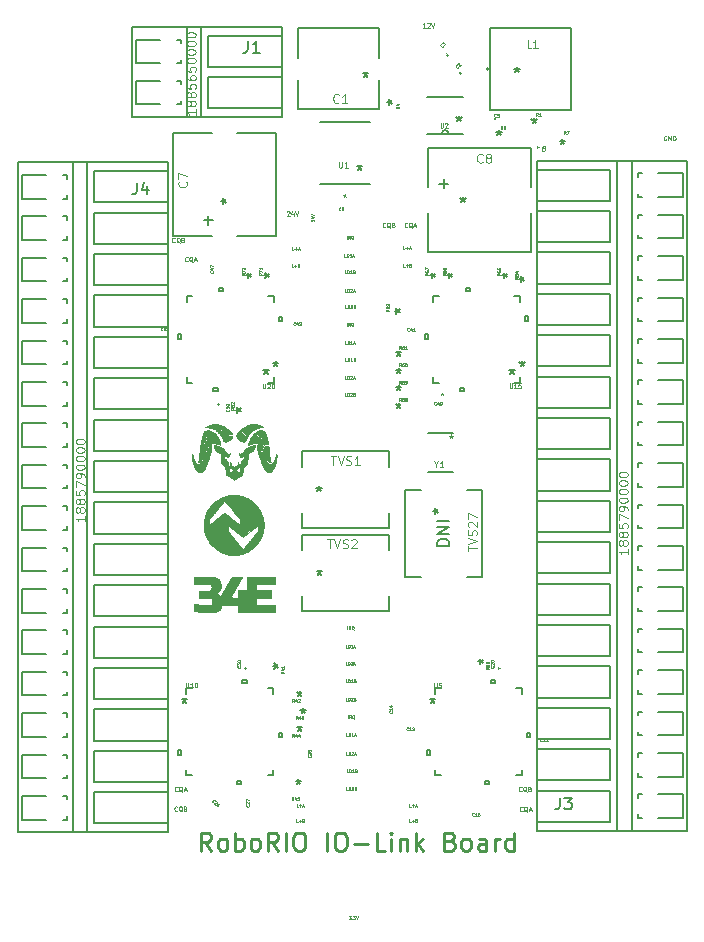
<source format=gto>
G04 #@! TF.GenerationSoftware,KiCad,Pcbnew,(5.1.9)-1*
G04 #@! TF.CreationDate,2021-04-22T12:56:58-04:00*
G04 #@! TF.ProjectId,RoboRIO-IO-Link-Master,526f626f-5249-44f2-9d49-4f2d4c696e6b,rev?*
G04 #@! TF.SameCoordinates,Original*
G04 #@! TF.FileFunction,Legend,Top*
G04 #@! TF.FilePolarity,Positive*
%FSLAX46Y46*%
G04 Gerber Fmt 4.6, Leading zero omitted, Abs format (unit mm)*
G04 Created by KiCad (PCBNEW (5.1.9)-1) date 2021-04-22 12:56:58*
%MOMM*%
%LPD*%
G01*
G04 APERTURE LIST*
%ADD10C,0.279400*%
%ADD11C,0.010000*%
%ADD12C,0.150000*%
%ADD13C,0.152400*%
%ADD14C,0.203200*%
%ADD15C,0.076200*%
%ADD16C,0.038100*%
%ADD17C,0.050800*%
%ADD18C,0.101600*%
%ADD19C,0.177800*%
G04 APERTURE END LIST*
D10*
X43557371Y-133734628D02*
X43049371Y-133008914D01*
X42686514Y-133734628D02*
X42686514Y-132210628D01*
X43267085Y-132210628D01*
X43412228Y-132283200D01*
X43484800Y-132355771D01*
X43557371Y-132500914D01*
X43557371Y-132718628D01*
X43484800Y-132863771D01*
X43412228Y-132936342D01*
X43267085Y-133008914D01*
X42686514Y-133008914D01*
X44428228Y-133734628D02*
X44283085Y-133662057D01*
X44210514Y-133589485D01*
X44137942Y-133444342D01*
X44137942Y-133008914D01*
X44210514Y-132863771D01*
X44283085Y-132791200D01*
X44428228Y-132718628D01*
X44645942Y-132718628D01*
X44791085Y-132791200D01*
X44863657Y-132863771D01*
X44936228Y-133008914D01*
X44936228Y-133444342D01*
X44863657Y-133589485D01*
X44791085Y-133662057D01*
X44645942Y-133734628D01*
X44428228Y-133734628D01*
X45589371Y-133734628D02*
X45589371Y-132210628D01*
X45589371Y-132791200D02*
X45734514Y-132718628D01*
X46024800Y-132718628D01*
X46169942Y-132791200D01*
X46242514Y-132863771D01*
X46315085Y-133008914D01*
X46315085Y-133444342D01*
X46242514Y-133589485D01*
X46169942Y-133662057D01*
X46024800Y-133734628D01*
X45734514Y-133734628D01*
X45589371Y-133662057D01*
X47185942Y-133734628D02*
X47040800Y-133662057D01*
X46968228Y-133589485D01*
X46895657Y-133444342D01*
X46895657Y-133008914D01*
X46968228Y-132863771D01*
X47040800Y-132791200D01*
X47185942Y-132718628D01*
X47403657Y-132718628D01*
X47548800Y-132791200D01*
X47621371Y-132863771D01*
X47693942Y-133008914D01*
X47693942Y-133444342D01*
X47621371Y-133589485D01*
X47548800Y-133662057D01*
X47403657Y-133734628D01*
X47185942Y-133734628D01*
X49217942Y-133734628D02*
X48709942Y-133008914D01*
X48347085Y-133734628D02*
X48347085Y-132210628D01*
X48927657Y-132210628D01*
X49072800Y-132283200D01*
X49145371Y-132355771D01*
X49217942Y-132500914D01*
X49217942Y-132718628D01*
X49145371Y-132863771D01*
X49072800Y-132936342D01*
X48927657Y-133008914D01*
X48347085Y-133008914D01*
X49871085Y-133734628D02*
X49871085Y-132210628D01*
X50887085Y-132210628D02*
X51177371Y-132210628D01*
X51322514Y-132283200D01*
X51467657Y-132428342D01*
X51540228Y-132718628D01*
X51540228Y-133226628D01*
X51467657Y-133516914D01*
X51322514Y-133662057D01*
X51177371Y-133734628D01*
X50887085Y-133734628D01*
X50741942Y-133662057D01*
X50596800Y-133516914D01*
X50524228Y-133226628D01*
X50524228Y-132718628D01*
X50596800Y-132428342D01*
X50741942Y-132283200D01*
X50887085Y-132210628D01*
X53354514Y-133734628D02*
X53354514Y-132210628D01*
X54370514Y-132210628D02*
X54660800Y-132210628D01*
X54805942Y-132283200D01*
X54951085Y-132428342D01*
X55023657Y-132718628D01*
X55023657Y-133226628D01*
X54951085Y-133516914D01*
X54805942Y-133662057D01*
X54660800Y-133734628D01*
X54370514Y-133734628D01*
X54225371Y-133662057D01*
X54080228Y-133516914D01*
X54007657Y-133226628D01*
X54007657Y-132718628D01*
X54080228Y-132428342D01*
X54225371Y-132283200D01*
X54370514Y-132210628D01*
X55676800Y-133154057D02*
X56837942Y-133154057D01*
X58289371Y-133734628D02*
X57563657Y-133734628D01*
X57563657Y-132210628D01*
X58797371Y-133734628D02*
X58797371Y-132718628D01*
X58797371Y-132210628D02*
X58724800Y-132283200D01*
X58797371Y-132355771D01*
X58869942Y-132283200D01*
X58797371Y-132210628D01*
X58797371Y-132355771D01*
X59523085Y-132718628D02*
X59523085Y-133734628D01*
X59523085Y-132863771D02*
X59595657Y-132791200D01*
X59740800Y-132718628D01*
X59958514Y-132718628D01*
X60103657Y-132791200D01*
X60176228Y-132936342D01*
X60176228Y-133734628D01*
X60901942Y-133734628D02*
X60901942Y-132210628D01*
X61047085Y-133154057D02*
X61482514Y-133734628D01*
X61482514Y-132718628D02*
X60901942Y-133299200D01*
X63804800Y-132936342D02*
X64022514Y-133008914D01*
X64095085Y-133081485D01*
X64167657Y-133226628D01*
X64167657Y-133444342D01*
X64095085Y-133589485D01*
X64022514Y-133662057D01*
X63877371Y-133734628D01*
X63296800Y-133734628D01*
X63296800Y-132210628D01*
X63804800Y-132210628D01*
X63949942Y-132283200D01*
X64022514Y-132355771D01*
X64095085Y-132500914D01*
X64095085Y-132646057D01*
X64022514Y-132791200D01*
X63949942Y-132863771D01*
X63804800Y-132936342D01*
X63296800Y-132936342D01*
X65038514Y-133734628D02*
X64893371Y-133662057D01*
X64820800Y-133589485D01*
X64748228Y-133444342D01*
X64748228Y-133008914D01*
X64820800Y-132863771D01*
X64893371Y-132791200D01*
X65038514Y-132718628D01*
X65256228Y-132718628D01*
X65401371Y-132791200D01*
X65473942Y-132863771D01*
X65546514Y-133008914D01*
X65546514Y-133444342D01*
X65473942Y-133589485D01*
X65401371Y-133662057D01*
X65256228Y-133734628D01*
X65038514Y-133734628D01*
X66852800Y-133734628D02*
X66852800Y-132936342D01*
X66780228Y-132791200D01*
X66635085Y-132718628D01*
X66344800Y-132718628D01*
X66199657Y-132791200D01*
X66852800Y-133662057D02*
X66707657Y-133734628D01*
X66344800Y-133734628D01*
X66199657Y-133662057D01*
X66127085Y-133516914D01*
X66127085Y-133371771D01*
X66199657Y-133226628D01*
X66344800Y-133154057D01*
X66707657Y-133154057D01*
X66852800Y-133081485D01*
X67578514Y-133734628D02*
X67578514Y-132718628D01*
X67578514Y-133008914D02*
X67651085Y-132863771D01*
X67723657Y-132791200D01*
X67868800Y-132718628D01*
X68013942Y-132718628D01*
X69175085Y-133734628D02*
X69175085Y-132210628D01*
X69175085Y-133662057D02*
X69029942Y-133734628D01*
X68739657Y-133734628D01*
X68594514Y-133662057D01*
X68521942Y-133589485D01*
X68449371Y-133444342D01*
X68449371Y-133008914D01*
X68521942Y-132863771D01*
X68594514Y-132791200D01*
X68739657Y-132718628D01*
X69029942Y-132718628D01*
X69175085Y-132791200D01*
D11*
G36*
X45603137Y-103635718D02*
G01*
X45716297Y-103644315D01*
X45778420Y-103651168D01*
X45890130Y-103667392D01*
X46000579Y-103688495D01*
X46109629Y-103714400D01*
X46217141Y-103745033D01*
X46322974Y-103780317D01*
X46426992Y-103820175D01*
X46529053Y-103864533D01*
X46629020Y-103913315D01*
X46726753Y-103966444D01*
X46822114Y-104023844D01*
X46914964Y-104085440D01*
X47005162Y-104151156D01*
X47092572Y-104220915D01*
X47177052Y-104294643D01*
X47258465Y-104372263D01*
X47336672Y-104453698D01*
X47411533Y-104538874D01*
X47417834Y-104546400D01*
X47488474Y-104635029D01*
X47554884Y-104726403D01*
X47616999Y-104820374D01*
X47674758Y-104916801D01*
X47728098Y-105015537D01*
X47776957Y-105116439D01*
X47821272Y-105219363D01*
X47860980Y-105324163D01*
X47896019Y-105430697D01*
X47926327Y-105538818D01*
X47951840Y-105648384D01*
X47972497Y-105759249D01*
X47986830Y-105859580D01*
X47998155Y-105972597D01*
X48004474Y-106085601D01*
X48005814Y-106198429D01*
X48002205Y-106310917D01*
X47993673Y-106422902D01*
X47980248Y-106534221D01*
X47961957Y-106644710D01*
X47938830Y-106754207D01*
X47910894Y-106862548D01*
X47878178Y-106969569D01*
X47840710Y-107075108D01*
X47798518Y-107179001D01*
X47751630Y-107281086D01*
X47734161Y-107316270D01*
X47680535Y-107416593D01*
X47622732Y-107514082D01*
X47560859Y-107608627D01*
X47495024Y-107700122D01*
X47425334Y-107788458D01*
X47351899Y-107873527D01*
X47274825Y-107955221D01*
X47194222Y-108033432D01*
X47110196Y-108108052D01*
X47022857Y-108178973D01*
X46932311Y-108246088D01*
X46838667Y-108309287D01*
X46742033Y-108368464D01*
X46642517Y-108423509D01*
X46610270Y-108440138D01*
X46510454Y-108487991D01*
X46408976Y-108531197D01*
X46305539Y-108569865D01*
X46199848Y-108604106D01*
X46091606Y-108634031D01*
X46089542Y-108634553D01*
X46021062Y-108650937D01*
X45953588Y-108665145D01*
X45886054Y-108677343D01*
X45817395Y-108687699D01*
X45746546Y-108696380D01*
X45672442Y-108703554D01*
X45628560Y-108707017D01*
X45618033Y-108707608D01*
X45603259Y-108708184D01*
X45584985Y-108708734D01*
X45563962Y-108709249D01*
X45540938Y-108709719D01*
X45516663Y-108710134D01*
X45491886Y-108710483D01*
X45467357Y-108710756D01*
X45443825Y-108710944D01*
X45422038Y-108711036D01*
X45402747Y-108711023D01*
X45386700Y-108710894D01*
X45374647Y-108710638D01*
X45370750Y-108710481D01*
X45294797Y-108705930D01*
X45222864Y-108700067D01*
X45154029Y-108692758D01*
X45087369Y-108683871D01*
X45021963Y-108673272D01*
X44956889Y-108660827D01*
X44891224Y-108646403D01*
X44837350Y-108633274D01*
X44729210Y-108603239D01*
X44622949Y-108568544D01*
X44518692Y-108529297D01*
X44416565Y-108485607D01*
X44316695Y-108437581D01*
X44219208Y-108385329D01*
X44124230Y-108328958D01*
X44031888Y-108268578D01*
X43942307Y-108204295D01*
X43855614Y-108136219D01*
X43771935Y-108064459D01*
X43691397Y-107989121D01*
X43614125Y-107910315D01*
X43540246Y-107828149D01*
X43469886Y-107742731D01*
X43403172Y-107654170D01*
X43340229Y-107562574D01*
X43281184Y-107468051D01*
X43226163Y-107370709D01*
X43175293Y-107270658D01*
X43128699Y-107168005D01*
X43128017Y-107166410D01*
X43086346Y-107062309D01*
X43049503Y-106956833D01*
X43017480Y-106850153D01*
X42990267Y-106742442D01*
X42979414Y-106689862D01*
X44947840Y-106689862D01*
X45595889Y-107466076D01*
X45641643Y-107520870D01*
X45686573Y-107574662D01*
X45730572Y-107627323D01*
X45773528Y-107678722D01*
X45815333Y-107728727D01*
X45855877Y-107777207D01*
X45895050Y-107824033D01*
X45932742Y-107869074D01*
X45968845Y-107912198D01*
X46003248Y-107953275D01*
X46035842Y-107992174D01*
X46066517Y-108028765D01*
X46095164Y-108062916D01*
X46121672Y-108094497D01*
X46145933Y-108123378D01*
X46167837Y-108149427D01*
X46187274Y-108172514D01*
X46204134Y-108192507D01*
X46218309Y-108209278D01*
X46229687Y-108222693D01*
X46238161Y-108232623D01*
X46243619Y-108238938D01*
X46245953Y-108241505D01*
X46246033Y-108241560D01*
X46248012Y-108239494D01*
X46252850Y-108233867D01*
X46260219Y-108225078D01*
X46269792Y-108213521D01*
X46281242Y-108199594D01*
X46294241Y-108183692D01*
X46308462Y-108166214D01*
X46321067Y-108150660D01*
X46394806Y-108059568D01*
X46466831Y-107970732D01*
X46537080Y-107884222D01*
X46605494Y-107800112D01*
X46672013Y-107718473D01*
X46736577Y-107639377D01*
X46799126Y-107562897D01*
X46859600Y-107489106D01*
X46917939Y-107418074D01*
X46974084Y-107349875D01*
X47027974Y-107284580D01*
X47079550Y-107222262D01*
X47128751Y-107162992D01*
X47175518Y-107106844D01*
X47219790Y-107053889D01*
X47261508Y-107004200D01*
X47300612Y-106957848D01*
X47337042Y-106914906D01*
X47370738Y-106875446D01*
X47401640Y-106839540D01*
X47429688Y-106807261D01*
X47454822Y-106778680D01*
X47476983Y-106753870D01*
X47496110Y-106732903D01*
X47511582Y-106716436D01*
X47538640Y-106688199D01*
X47538640Y-106431158D01*
X47538617Y-106390896D01*
X47538551Y-106353313D01*
X47538444Y-106318649D01*
X47538298Y-106287142D01*
X47538114Y-106259028D01*
X47537896Y-106234547D01*
X47537645Y-106213937D01*
X47537364Y-106197436D01*
X47537054Y-106185282D01*
X47536717Y-106177713D01*
X47536357Y-106174967D01*
X47536328Y-106174963D01*
X47534197Y-106176608D01*
X47528264Y-106181331D01*
X47518677Y-106189013D01*
X47505583Y-106199535D01*
X47489129Y-106212778D01*
X47469461Y-106228625D01*
X47446727Y-106246956D01*
X47421074Y-106267652D01*
X47392649Y-106290595D01*
X47361598Y-106315665D01*
X47328069Y-106342745D01*
X47292209Y-106371716D01*
X47254165Y-106402458D01*
X47214084Y-106434853D01*
X47172112Y-106468782D01*
X47128397Y-106504127D01*
X47083086Y-106540769D01*
X47036326Y-106578589D01*
X46988263Y-106617468D01*
X46939045Y-106657288D01*
X46889763Y-106697166D01*
X46245509Y-107218523D01*
X45600223Y-106696369D01*
X45549992Y-106655728D01*
X45500778Y-106615922D01*
X45452729Y-106577069D01*
X45405990Y-106539286D01*
X45360708Y-106502693D01*
X45317030Y-106467406D01*
X45275102Y-106433545D01*
X45235071Y-106401227D01*
X45197082Y-106370570D01*
X45161283Y-106341693D01*
X45127820Y-106314713D01*
X45096839Y-106289749D01*
X45068488Y-106266918D01*
X45042911Y-106246340D01*
X45020257Y-106228131D01*
X45000671Y-106212410D01*
X44984300Y-106199295D01*
X44971290Y-106188905D01*
X44961788Y-106181357D01*
X44955940Y-106176769D01*
X44953893Y-106175260D01*
X44953892Y-106175260D01*
X44953733Y-106177864D01*
X44953527Y-106185126D01*
X44953281Y-106196623D01*
X44952999Y-106211934D01*
X44952686Y-106230636D01*
X44952349Y-106252306D01*
X44951992Y-106276524D01*
X44951621Y-106302867D01*
X44951241Y-106330913D01*
X44950857Y-106360239D01*
X44950475Y-106390423D01*
X44950100Y-106421044D01*
X44949736Y-106451679D01*
X44949391Y-106481906D01*
X44949068Y-106511303D01*
X44948773Y-106539448D01*
X44948512Y-106565919D01*
X44948290Y-106590293D01*
X44948111Y-106612148D01*
X44947982Y-106631063D01*
X44947907Y-106646615D01*
X44947893Y-106652546D01*
X44947840Y-106689862D01*
X42979414Y-106689862D01*
X42967857Y-106633872D01*
X42950239Y-106524618D01*
X42937404Y-106414850D01*
X42929344Y-106304742D01*
X42926049Y-106194466D01*
X42927511Y-106084195D01*
X42933719Y-105974102D01*
X42944665Y-105864360D01*
X42960340Y-105755140D01*
X42978498Y-105658516D01*
X43393360Y-105658516D01*
X43393360Y-105915384D01*
X43393369Y-105958111D01*
X43393400Y-105996020D01*
X43393455Y-106029372D01*
X43393538Y-106058428D01*
X43393653Y-106083449D01*
X43393803Y-106104698D01*
X43393992Y-106122436D01*
X43394222Y-106136923D01*
X43394497Y-106148422D01*
X43394821Y-106157194D01*
X43395198Y-106163500D01*
X43395630Y-106167602D01*
X43396120Y-106169761D01*
X43396674Y-106170239D01*
X43396708Y-106170221D01*
X43398930Y-106168491D01*
X43404966Y-106163703D01*
X43414669Y-106155976D01*
X43427890Y-106145428D01*
X43444479Y-106132179D01*
X43464288Y-106116347D01*
X43487169Y-106098052D01*
X43512973Y-106077413D01*
X43541551Y-106054548D01*
X43572754Y-106029577D01*
X43606434Y-106002618D01*
X43642442Y-105973792D01*
X43680630Y-105943216D01*
X43720848Y-105911009D01*
X43762948Y-105877291D01*
X43806781Y-105842182D01*
X43852199Y-105805798D01*
X43899053Y-105768261D01*
X43947194Y-105729688D01*
X43996473Y-105690199D01*
X44039963Y-105655347D01*
X44090117Y-105615151D01*
X44139265Y-105575761D01*
X44187256Y-105537296D01*
X44233942Y-105499876D01*
X44279175Y-105463621D01*
X44322805Y-105428649D01*
X44364683Y-105395080D01*
X44404661Y-105363033D01*
X44442589Y-105332628D01*
X44478320Y-105303984D01*
X44511703Y-105277220D01*
X44542591Y-105252456D01*
X44570833Y-105229810D01*
X44596282Y-105209403D01*
X44618789Y-105191354D01*
X44638204Y-105175782D01*
X44654379Y-105162806D01*
X44667165Y-105152546D01*
X44676413Y-105145121D01*
X44681974Y-105140650D01*
X44683695Y-105139259D01*
X44684502Y-105139309D01*
X44686256Y-105140157D01*
X44689078Y-105141896D01*
X44693087Y-105144623D01*
X44698403Y-105148430D01*
X44705145Y-105153414D01*
X44713433Y-105159669D01*
X44723388Y-105167290D01*
X44735128Y-105176371D01*
X44748773Y-105187008D01*
X44764444Y-105199295D01*
X44782260Y-105213327D01*
X44802340Y-105229198D01*
X44824805Y-105247005D01*
X44849774Y-105266841D01*
X44877366Y-105288800D01*
X44907703Y-105312979D01*
X44940902Y-105339472D01*
X44977084Y-105368373D01*
X45016370Y-105399778D01*
X45058877Y-105433781D01*
X45104727Y-105470477D01*
X45154039Y-105509960D01*
X45206932Y-105552327D01*
X45263527Y-105597670D01*
X45323943Y-105646086D01*
X45333935Y-105654095D01*
X45980350Y-106172176D01*
X45982222Y-105992383D01*
X45982538Y-105959889D01*
X45982819Y-105926814D01*
X45983062Y-105893841D01*
X45983262Y-105861654D01*
X45983418Y-105830937D01*
X45983524Y-105802373D01*
X45983579Y-105776648D01*
X45983578Y-105754444D01*
X45983519Y-105736445D01*
X45983492Y-105732281D01*
X45982890Y-105651973D01*
X45336841Y-104878200D01*
X45291150Y-104823479D01*
X45246283Y-104769750D01*
X45202348Y-104717144D01*
X45159456Y-104665793D01*
X45117717Y-104615827D01*
X45077241Y-104567379D01*
X45038137Y-104520580D01*
X45000515Y-104475560D01*
X44964485Y-104432452D01*
X44930157Y-104391386D01*
X44897640Y-104352494D01*
X44867045Y-104315908D01*
X44838482Y-104281758D01*
X44812060Y-104250176D01*
X44787889Y-104221294D01*
X44766079Y-104195243D01*
X44746740Y-104172153D01*
X44729981Y-104152158D01*
X44715913Y-104135386D01*
X44704646Y-104121972D01*
X44696288Y-104112044D01*
X44690951Y-104105736D01*
X44688743Y-104103178D01*
X44688690Y-104103126D01*
X44686571Y-104104646D01*
X44681760Y-104109612D01*
X44674722Y-104117494D01*
X44665926Y-104127761D01*
X44655836Y-104139882D01*
X44649037Y-104148218D01*
X44561543Y-104256243D01*
X44477172Y-104360271D01*
X44395920Y-104460306D01*
X44317784Y-104556354D01*
X44242758Y-104648420D01*
X44170839Y-104736509D01*
X44102021Y-104820626D01*
X44036302Y-104900777D01*
X43973676Y-104976967D01*
X43914139Y-105049201D01*
X43857686Y-105117485D01*
X43804315Y-105181823D01*
X43754019Y-105242220D01*
X43706795Y-105298682D01*
X43662639Y-105351215D01*
X43621546Y-105399822D01*
X43583512Y-105444510D01*
X43548533Y-105485284D01*
X43516604Y-105522149D01*
X43487721Y-105555110D01*
X43461879Y-105584172D01*
X43439075Y-105609340D01*
X43426897Y-105622523D01*
X43393360Y-105658516D01*
X42978498Y-105658516D01*
X42980735Y-105646617D01*
X43005841Y-105538961D01*
X43035648Y-105432347D01*
X43070147Y-105326947D01*
X43109330Y-105222933D01*
X43153187Y-105120478D01*
X43201709Y-105019755D01*
X43245537Y-104937560D01*
X43302767Y-104840090D01*
X43364303Y-104745235D01*
X43429996Y-104653177D01*
X43499695Y-104564096D01*
X43573250Y-104478174D01*
X43650512Y-104395592D01*
X43731329Y-104316532D01*
X43815551Y-104241173D01*
X43840400Y-104220197D01*
X43929137Y-104149533D01*
X44020465Y-104083192D01*
X44114239Y-104021217D01*
X44210314Y-103963651D01*
X44308546Y-103910535D01*
X44408792Y-103861913D01*
X44510907Y-103817826D01*
X44614747Y-103778317D01*
X44720168Y-103743428D01*
X44827025Y-103713201D01*
X44935175Y-103687679D01*
X45044472Y-103666904D01*
X45154774Y-103650919D01*
X45265936Y-103639765D01*
X45377813Y-103633485D01*
X45490262Y-103632122D01*
X45603137Y-103635718D01*
G37*
X45603137Y-103635718D02*
X45716297Y-103644315D01*
X45778420Y-103651168D01*
X45890130Y-103667392D01*
X46000579Y-103688495D01*
X46109629Y-103714400D01*
X46217141Y-103745033D01*
X46322974Y-103780317D01*
X46426992Y-103820175D01*
X46529053Y-103864533D01*
X46629020Y-103913315D01*
X46726753Y-103966444D01*
X46822114Y-104023844D01*
X46914964Y-104085440D01*
X47005162Y-104151156D01*
X47092572Y-104220915D01*
X47177052Y-104294643D01*
X47258465Y-104372263D01*
X47336672Y-104453698D01*
X47411533Y-104538874D01*
X47417834Y-104546400D01*
X47488474Y-104635029D01*
X47554884Y-104726403D01*
X47616999Y-104820374D01*
X47674758Y-104916801D01*
X47728098Y-105015537D01*
X47776957Y-105116439D01*
X47821272Y-105219363D01*
X47860980Y-105324163D01*
X47896019Y-105430697D01*
X47926327Y-105538818D01*
X47951840Y-105648384D01*
X47972497Y-105759249D01*
X47986830Y-105859580D01*
X47998155Y-105972597D01*
X48004474Y-106085601D01*
X48005814Y-106198429D01*
X48002205Y-106310917D01*
X47993673Y-106422902D01*
X47980248Y-106534221D01*
X47961957Y-106644710D01*
X47938830Y-106754207D01*
X47910894Y-106862548D01*
X47878178Y-106969569D01*
X47840710Y-107075108D01*
X47798518Y-107179001D01*
X47751630Y-107281086D01*
X47734161Y-107316270D01*
X47680535Y-107416593D01*
X47622732Y-107514082D01*
X47560859Y-107608627D01*
X47495024Y-107700122D01*
X47425334Y-107788458D01*
X47351899Y-107873527D01*
X47274825Y-107955221D01*
X47194222Y-108033432D01*
X47110196Y-108108052D01*
X47022857Y-108178973D01*
X46932311Y-108246088D01*
X46838667Y-108309287D01*
X46742033Y-108368464D01*
X46642517Y-108423509D01*
X46610270Y-108440138D01*
X46510454Y-108487991D01*
X46408976Y-108531197D01*
X46305539Y-108569865D01*
X46199848Y-108604106D01*
X46091606Y-108634031D01*
X46089542Y-108634553D01*
X46021062Y-108650937D01*
X45953588Y-108665145D01*
X45886054Y-108677343D01*
X45817395Y-108687699D01*
X45746546Y-108696380D01*
X45672442Y-108703554D01*
X45628560Y-108707017D01*
X45618033Y-108707608D01*
X45603259Y-108708184D01*
X45584985Y-108708734D01*
X45563962Y-108709249D01*
X45540938Y-108709719D01*
X45516663Y-108710134D01*
X45491886Y-108710483D01*
X45467357Y-108710756D01*
X45443825Y-108710944D01*
X45422038Y-108711036D01*
X45402747Y-108711023D01*
X45386700Y-108710894D01*
X45374647Y-108710638D01*
X45370750Y-108710481D01*
X45294797Y-108705930D01*
X45222864Y-108700067D01*
X45154029Y-108692758D01*
X45087369Y-108683871D01*
X45021963Y-108673272D01*
X44956889Y-108660827D01*
X44891224Y-108646403D01*
X44837350Y-108633274D01*
X44729210Y-108603239D01*
X44622949Y-108568544D01*
X44518692Y-108529297D01*
X44416565Y-108485607D01*
X44316695Y-108437581D01*
X44219208Y-108385329D01*
X44124230Y-108328958D01*
X44031888Y-108268578D01*
X43942307Y-108204295D01*
X43855614Y-108136219D01*
X43771935Y-108064459D01*
X43691397Y-107989121D01*
X43614125Y-107910315D01*
X43540246Y-107828149D01*
X43469886Y-107742731D01*
X43403172Y-107654170D01*
X43340229Y-107562574D01*
X43281184Y-107468051D01*
X43226163Y-107370709D01*
X43175293Y-107270658D01*
X43128699Y-107168005D01*
X43128017Y-107166410D01*
X43086346Y-107062309D01*
X43049503Y-106956833D01*
X43017480Y-106850153D01*
X42990267Y-106742442D01*
X42979414Y-106689862D01*
X44947840Y-106689862D01*
X45595889Y-107466076D01*
X45641643Y-107520870D01*
X45686573Y-107574662D01*
X45730572Y-107627323D01*
X45773528Y-107678722D01*
X45815333Y-107728727D01*
X45855877Y-107777207D01*
X45895050Y-107824033D01*
X45932742Y-107869074D01*
X45968845Y-107912198D01*
X46003248Y-107953275D01*
X46035842Y-107992174D01*
X46066517Y-108028765D01*
X46095164Y-108062916D01*
X46121672Y-108094497D01*
X46145933Y-108123378D01*
X46167837Y-108149427D01*
X46187274Y-108172514D01*
X46204134Y-108192507D01*
X46218309Y-108209278D01*
X46229687Y-108222693D01*
X46238161Y-108232623D01*
X46243619Y-108238938D01*
X46245953Y-108241505D01*
X46246033Y-108241560D01*
X46248012Y-108239494D01*
X46252850Y-108233867D01*
X46260219Y-108225078D01*
X46269792Y-108213521D01*
X46281242Y-108199594D01*
X46294241Y-108183692D01*
X46308462Y-108166214D01*
X46321067Y-108150660D01*
X46394806Y-108059568D01*
X46466831Y-107970732D01*
X46537080Y-107884222D01*
X46605494Y-107800112D01*
X46672013Y-107718473D01*
X46736577Y-107639377D01*
X46799126Y-107562897D01*
X46859600Y-107489106D01*
X46917939Y-107418074D01*
X46974084Y-107349875D01*
X47027974Y-107284580D01*
X47079550Y-107222262D01*
X47128751Y-107162992D01*
X47175518Y-107106844D01*
X47219790Y-107053889D01*
X47261508Y-107004200D01*
X47300612Y-106957848D01*
X47337042Y-106914906D01*
X47370738Y-106875446D01*
X47401640Y-106839540D01*
X47429688Y-106807261D01*
X47454822Y-106778680D01*
X47476983Y-106753870D01*
X47496110Y-106732903D01*
X47511582Y-106716436D01*
X47538640Y-106688199D01*
X47538640Y-106431158D01*
X47538617Y-106390896D01*
X47538551Y-106353313D01*
X47538444Y-106318649D01*
X47538298Y-106287142D01*
X47538114Y-106259028D01*
X47537896Y-106234547D01*
X47537645Y-106213937D01*
X47537364Y-106197436D01*
X47537054Y-106185282D01*
X47536717Y-106177713D01*
X47536357Y-106174967D01*
X47536328Y-106174963D01*
X47534197Y-106176608D01*
X47528264Y-106181331D01*
X47518677Y-106189013D01*
X47505583Y-106199535D01*
X47489129Y-106212778D01*
X47469461Y-106228625D01*
X47446727Y-106246956D01*
X47421074Y-106267652D01*
X47392649Y-106290595D01*
X47361598Y-106315665D01*
X47328069Y-106342745D01*
X47292209Y-106371716D01*
X47254165Y-106402458D01*
X47214084Y-106434853D01*
X47172112Y-106468782D01*
X47128397Y-106504127D01*
X47083086Y-106540769D01*
X47036326Y-106578589D01*
X46988263Y-106617468D01*
X46939045Y-106657288D01*
X46889763Y-106697166D01*
X46245509Y-107218523D01*
X45600223Y-106696369D01*
X45549992Y-106655728D01*
X45500778Y-106615922D01*
X45452729Y-106577069D01*
X45405990Y-106539286D01*
X45360708Y-106502693D01*
X45317030Y-106467406D01*
X45275102Y-106433545D01*
X45235071Y-106401227D01*
X45197082Y-106370570D01*
X45161283Y-106341693D01*
X45127820Y-106314713D01*
X45096839Y-106289749D01*
X45068488Y-106266918D01*
X45042911Y-106246340D01*
X45020257Y-106228131D01*
X45000671Y-106212410D01*
X44984300Y-106199295D01*
X44971290Y-106188905D01*
X44961788Y-106181357D01*
X44955940Y-106176769D01*
X44953893Y-106175260D01*
X44953892Y-106175260D01*
X44953733Y-106177864D01*
X44953527Y-106185126D01*
X44953281Y-106196623D01*
X44952999Y-106211934D01*
X44952686Y-106230636D01*
X44952349Y-106252306D01*
X44951992Y-106276524D01*
X44951621Y-106302867D01*
X44951241Y-106330913D01*
X44950857Y-106360239D01*
X44950475Y-106390423D01*
X44950100Y-106421044D01*
X44949736Y-106451679D01*
X44949391Y-106481906D01*
X44949068Y-106511303D01*
X44948773Y-106539448D01*
X44948512Y-106565919D01*
X44948290Y-106590293D01*
X44948111Y-106612148D01*
X44947982Y-106631063D01*
X44947907Y-106646615D01*
X44947893Y-106652546D01*
X44947840Y-106689862D01*
X42979414Y-106689862D01*
X42967857Y-106633872D01*
X42950239Y-106524618D01*
X42937404Y-106414850D01*
X42929344Y-106304742D01*
X42926049Y-106194466D01*
X42927511Y-106084195D01*
X42933719Y-105974102D01*
X42944665Y-105864360D01*
X42960340Y-105755140D01*
X42978498Y-105658516D01*
X43393360Y-105658516D01*
X43393360Y-105915384D01*
X43393369Y-105958111D01*
X43393400Y-105996020D01*
X43393455Y-106029372D01*
X43393538Y-106058428D01*
X43393653Y-106083449D01*
X43393803Y-106104698D01*
X43393992Y-106122436D01*
X43394222Y-106136923D01*
X43394497Y-106148422D01*
X43394821Y-106157194D01*
X43395198Y-106163500D01*
X43395630Y-106167602D01*
X43396120Y-106169761D01*
X43396674Y-106170239D01*
X43396708Y-106170221D01*
X43398930Y-106168491D01*
X43404966Y-106163703D01*
X43414669Y-106155976D01*
X43427890Y-106145428D01*
X43444479Y-106132179D01*
X43464288Y-106116347D01*
X43487169Y-106098052D01*
X43512973Y-106077413D01*
X43541551Y-106054548D01*
X43572754Y-106029577D01*
X43606434Y-106002618D01*
X43642442Y-105973792D01*
X43680630Y-105943216D01*
X43720848Y-105911009D01*
X43762948Y-105877291D01*
X43806781Y-105842182D01*
X43852199Y-105805798D01*
X43899053Y-105768261D01*
X43947194Y-105729688D01*
X43996473Y-105690199D01*
X44039963Y-105655347D01*
X44090117Y-105615151D01*
X44139265Y-105575761D01*
X44187256Y-105537296D01*
X44233942Y-105499876D01*
X44279175Y-105463621D01*
X44322805Y-105428649D01*
X44364683Y-105395080D01*
X44404661Y-105363033D01*
X44442589Y-105332628D01*
X44478320Y-105303984D01*
X44511703Y-105277220D01*
X44542591Y-105252456D01*
X44570833Y-105229810D01*
X44596282Y-105209403D01*
X44618789Y-105191354D01*
X44638204Y-105175782D01*
X44654379Y-105162806D01*
X44667165Y-105152546D01*
X44676413Y-105145121D01*
X44681974Y-105140650D01*
X44683695Y-105139259D01*
X44684502Y-105139309D01*
X44686256Y-105140157D01*
X44689078Y-105141896D01*
X44693087Y-105144623D01*
X44698403Y-105148430D01*
X44705145Y-105153414D01*
X44713433Y-105159669D01*
X44723388Y-105167290D01*
X44735128Y-105176371D01*
X44748773Y-105187008D01*
X44764444Y-105199295D01*
X44782260Y-105213327D01*
X44802340Y-105229198D01*
X44824805Y-105247005D01*
X44849774Y-105266841D01*
X44877366Y-105288800D01*
X44907703Y-105312979D01*
X44940902Y-105339472D01*
X44977084Y-105368373D01*
X45016370Y-105399778D01*
X45058877Y-105433781D01*
X45104727Y-105470477D01*
X45154039Y-105509960D01*
X45206932Y-105552327D01*
X45263527Y-105597670D01*
X45323943Y-105646086D01*
X45333935Y-105654095D01*
X45980350Y-106172176D01*
X45982222Y-105992383D01*
X45982538Y-105959889D01*
X45982819Y-105926814D01*
X45983062Y-105893841D01*
X45983262Y-105861654D01*
X45983418Y-105830937D01*
X45983524Y-105802373D01*
X45983579Y-105776648D01*
X45983578Y-105754444D01*
X45983519Y-105736445D01*
X45983492Y-105732281D01*
X45982890Y-105651973D01*
X45336841Y-104878200D01*
X45291150Y-104823479D01*
X45246283Y-104769750D01*
X45202348Y-104717144D01*
X45159456Y-104665793D01*
X45117717Y-104615827D01*
X45077241Y-104567379D01*
X45038137Y-104520580D01*
X45000515Y-104475560D01*
X44964485Y-104432452D01*
X44930157Y-104391386D01*
X44897640Y-104352494D01*
X44867045Y-104315908D01*
X44838482Y-104281758D01*
X44812060Y-104250176D01*
X44787889Y-104221294D01*
X44766079Y-104195243D01*
X44746740Y-104172153D01*
X44729981Y-104152158D01*
X44715913Y-104135386D01*
X44704646Y-104121972D01*
X44696288Y-104112044D01*
X44690951Y-104105736D01*
X44688743Y-104103178D01*
X44688690Y-104103126D01*
X44686571Y-104104646D01*
X44681760Y-104109612D01*
X44674722Y-104117494D01*
X44665926Y-104127761D01*
X44655836Y-104139882D01*
X44649037Y-104148218D01*
X44561543Y-104256243D01*
X44477172Y-104360271D01*
X44395920Y-104460306D01*
X44317784Y-104556354D01*
X44242758Y-104648420D01*
X44170839Y-104736509D01*
X44102021Y-104820626D01*
X44036302Y-104900777D01*
X43973676Y-104976967D01*
X43914139Y-105049201D01*
X43857686Y-105117485D01*
X43804315Y-105181823D01*
X43754019Y-105242220D01*
X43706795Y-105298682D01*
X43662639Y-105351215D01*
X43621546Y-105399822D01*
X43583512Y-105444510D01*
X43548533Y-105485284D01*
X43516604Y-105522149D01*
X43487721Y-105555110D01*
X43461879Y-105584172D01*
X43439075Y-105609340D01*
X43426897Y-105622523D01*
X43393360Y-105658516D01*
X42978498Y-105658516D01*
X42980735Y-105646617D01*
X43005841Y-105538961D01*
X43035648Y-105432347D01*
X43070147Y-105326947D01*
X43109330Y-105222933D01*
X43153187Y-105120478D01*
X43201709Y-105019755D01*
X43245537Y-104937560D01*
X43302767Y-104840090D01*
X43364303Y-104745235D01*
X43429996Y-104653177D01*
X43499695Y-104564096D01*
X43573250Y-104478174D01*
X43650512Y-104395592D01*
X43731329Y-104316532D01*
X43815551Y-104241173D01*
X43840400Y-104220197D01*
X43929137Y-104149533D01*
X44020465Y-104083192D01*
X44114239Y-104021217D01*
X44210314Y-103963651D01*
X44308546Y-103910535D01*
X44408792Y-103861913D01*
X44510907Y-103817826D01*
X44614747Y-103778317D01*
X44720168Y-103743428D01*
X44827025Y-103713201D01*
X44935175Y-103687679D01*
X45044472Y-103666904D01*
X45154774Y-103650919D01*
X45265936Y-103639765D01*
X45377813Y-103633485D01*
X45490262Y-103632122D01*
X45603137Y-103635718D01*
G36*
X47263279Y-99409175D02*
G01*
X47264918Y-99409908D01*
X47265568Y-99414611D01*
X47264923Y-99425134D01*
X47263183Y-99440196D01*
X47260549Y-99458518D01*
X47257223Y-99478817D01*
X47253406Y-99499813D01*
X47249299Y-99520226D01*
X47245103Y-99538775D01*
X47243927Y-99543508D01*
X47231407Y-99588373D01*
X47217415Y-99629368D01*
X47200727Y-99669878D01*
X47189336Y-99694472D01*
X47155696Y-99756989D01*
X47117384Y-99813955D01*
X47074413Y-99865358D01*
X47026797Y-99911186D01*
X46974550Y-99951429D01*
X46917687Y-99986076D01*
X46856222Y-100015115D01*
X46790168Y-100038536D01*
X46736537Y-100052655D01*
X46719636Y-100056286D01*
X46704412Y-100059189D01*
X46692834Y-100061011D01*
X46687808Y-100061453D01*
X46679926Y-100062929D01*
X46676161Y-100066022D01*
X46675716Y-100070163D01*
X46674808Y-100081089D01*
X46673473Y-100098346D01*
X46671742Y-100121478D01*
X46669647Y-100150031D01*
X46667222Y-100183550D01*
X46664499Y-100221579D01*
X46661511Y-100263663D01*
X46658290Y-100309349D01*
X46654869Y-100358180D01*
X46651281Y-100409701D01*
X46647558Y-100463459D01*
X46645502Y-100493286D01*
X46641698Y-100548462D01*
X46638003Y-100601914D01*
X46634451Y-100653160D01*
X46631076Y-100701721D01*
X46627911Y-100747116D01*
X46624990Y-100788864D01*
X46622346Y-100826486D01*
X46620014Y-100859502D01*
X46618028Y-100887430D01*
X46616420Y-100909790D01*
X46615225Y-100926103D01*
X46614475Y-100935888D01*
X46614284Y-100938132D01*
X46612171Y-100960250D01*
X46494587Y-101071845D01*
X46461998Y-101102882D01*
X46434250Y-101129580D01*
X46410823Y-101152492D01*
X46391196Y-101172170D01*
X46374849Y-101189166D01*
X46361260Y-101204033D01*
X46349910Y-101217321D01*
X46340278Y-101229585D01*
X46331843Y-101241375D01*
X46325085Y-101251657D01*
X46303681Y-101289323D01*
X46284914Y-101330052D01*
X46269946Y-101371115D01*
X46262158Y-101399428D01*
X46260727Y-101406852D01*
X46258334Y-101420795D01*
X46255083Y-101440597D01*
X46251078Y-101465598D01*
X46246423Y-101495138D01*
X46241221Y-101528558D01*
X46235576Y-101565197D01*
X46229591Y-101604395D01*
X46223370Y-101645494D01*
X46220546Y-101664272D01*
X46214350Y-101705336D01*
X46208411Y-101744284D01*
X46202824Y-101780521D01*
X46197684Y-101813455D01*
X46193085Y-101842492D01*
X46189121Y-101867041D01*
X46185887Y-101886506D01*
X46183476Y-101900296D01*
X46181984Y-101907817D01*
X46181596Y-101909061D01*
X46178178Y-101911325D01*
X46169079Y-101917104D01*
X46154789Y-101926094D01*
X46135798Y-101937989D01*
X46112595Y-101952487D01*
X46085672Y-101969283D01*
X46055517Y-101988072D01*
X46022620Y-102008552D01*
X45987473Y-102030417D01*
X45950565Y-102053363D01*
X45912385Y-102077087D01*
X45873424Y-102101283D01*
X45834172Y-102125649D01*
X45795119Y-102149879D01*
X45756754Y-102173670D01*
X45719568Y-102196718D01*
X45684051Y-102218717D01*
X45650693Y-102239365D01*
X45619984Y-102258357D01*
X45592413Y-102275389D01*
X45568471Y-102290157D01*
X45548648Y-102302356D01*
X45533434Y-102311683D01*
X45523318Y-102317833D01*
X45518791Y-102320502D01*
X45518615Y-102320587D01*
X45515105Y-102318883D01*
X45505841Y-102313585D01*
X45491227Y-102304940D01*
X45471667Y-102293195D01*
X45447565Y-102278596D01*
X45419324Y-102261391D01*
X45387349Y-102241825D01*
X45352043Y-102220146D01*
X45313811Y-102196600D01*
X45273055Y-102171433D01*
X45230181Y-102144893D01*
X45185592Y-102117226D01*
X45184786Y-102116725D01*
X45140165Y-102088996D01*
X45097272Y-102062325D01*
X45056510Y-102036962D01*
X45018280Y-102013158D01*
X44982987Y-101991166D01*
X44951034Y-101971237D01*
X44922823Y-101953623D01*
X44898757Y-101938574D01*
X44879240Y-101926342D01*
X44864674Y-101917179D01*
X44855463Y-101911337D01*
X44852010Y-101909066D01*
X44852004Y-101909061D01*
X44851041Y-101905133D01*
X44849110Y-101894619D01*
X44846304Y-101878112D01*
X44842718Y-101856205D01*
X44838447Y-101829493D01*
X44833584Y-101798567D01*
X44828224Y-101764021D01*
X44822462Y-101726448D01*
X44816392Y-101686441D01*
X44813055Y-101664272D01*
X44806762Y-101622539D01*
X44800660Y-101582411D01*
X44794850Y-101544548D01*
X44789437Y-101509610D01*
X44784525Y-101478258D01*
X44780217Y-101451150D01*
X44776617Y-101428947D01*
X44773829Y-101412308D01*
X44771956Y-101401893D01*
X44771442Y-101399428D01*
X44759940Y-101359818D01*
X44743799Y-101318574D01*
X44724182Y-101278423D01*
X44708515Y-101251657D01*
X44700697Y-101239830D01*
X44692135Y-101228009D01*
X44682306Y-101215643D01*
X44670691Y-101202178D01*
X44656769Y-101187063D01*
X44640019Y-101169745D01*
X44619922Y-101149673D01*
X44595956Y-101126294D01*
X44567601Y-101099056D01*
X44539014Y-101071845D01*
X44421429Y-100960250D01*
X44419313Y-100938132D01*
X44418791Y-100931668D01*
X44417806Y-100918445D01*
X44416393Y-100898942D01*
X44414586Y-100873640D01*
X44412417Y-100843018D01*
X44409921Y-100807559D01*
X44407130Y-100767741D01*
X44404080Y-100724045D01*
X44400804Y-100676951D01*
X44397334Y-100626941D01*
X44393706Y-100574493D01*
X44389953Y-100520089D01*
X44388107Y-100493286D01*
X44384327Y-100438509D01*
X44380664Y-100385722D01*
X44377150Y-100335380D01*
X44373819Y-100287938D01*
X44370702Y-100243851D01*
X44367832Y-100203573D01*
X44365242Y-100167560D01*
X44362965Y-100136267D01*
X44361033Y-100110149D01*
X44359478Y-100089659D01*
X44358335Y-100075255D01*
X44357634Y-100067390D01*
X44357452Y-100066022D01*
X44353074Y-100062692D01*
X44345793Y-100061453D01*
X44335265Y-100060391D01*
X44319365Y-100057502D01*
X44299638Y-100053161D01*
X44277626Y-100047742D01*
X44254874Y-100041619D01*
X44232925Y-100035166D01*
X44219049Y-100030716D01*
X44155612Y-100005807D01*
X44096280Y-99974987D01*
X44041208Y-99938429D01*
X43990550Y-99896310D01*
X43944461Y-99848804D01*
X43903094Y-99796087D01*
X43866605Y-99738333D01*
X43835148Y-99675717D01*
X43808877Y-99608416D01*
X43789673Y-99543508D01*
X43785489Y-99525720D01*
X43781336Y-99505705D01*
X43777417Y-99484744D01*
X43773931Y-99464117D01*
X43771081Y-99445106D01*
X43769068Y-99428992D01*
X43768092Y-99417054D01*
X43768356Y-99410574D01*
X43768683Y-99409908D01*
X43774035Y-99408733D01*
X43785591Y-99409033D01*
X43802480Y-99410660D01*
X43823833Y-99413471D01*
X43848779Y-99417319D01*
X43876447Y-99422059D01*
X43905968Y-99427547D01*
X43936470Y-99433635D01*
X43967084Y-99440180D01*
X43996940Y-99447035D01*
X44010197Y-99450257D01*
X44095340Y-99473827D01*
X44182558Y-99502666D01*
X44270106Y-99536055D01*
X44356239Y-99573272D01*
X44439213Y-99613595D01*
X44517283Y-99656306D01*
X44536685Y-99667786D01*
X44584921Y-99696815D01*
X44607892Y-99744849D01*
X44640672Y-99808637D01*
X44675172Y-99866216D01*
X44712061Y-99918559D01*
X44752006Y-99966638D01*
X44781850Y-99997986D01*
X44830581Y-100042293D01*
X44880874Y-100079829D01*
X44932540Y-100110480D01*
X44985393Y-100134134D01*
X45031833Y-100148839D01*
X45060309Y-100156164D01*
X45079005Y-100141597D01*
X45090589Y-100132554D01*
X45105304Y-100121041D01*
X45120577Y-100109073D01*
X45125822Y-100104958D01*
X45137654Y-100095913D01*
X45147030Y-100089205D01*
X45152752Y-100085664D01*
X45153943Y-100085473D01*
X45152605Y-100089374D01*
X45148843Y-100099056D01*
X45143033Y-100113604D01*
X45135552Y-100132105D01*
X45126777Y-100153643D01*
X45117084Y-100177306D01*
X45106851Y-100202178D01*
X45096453Y-100227345D01*
X45086268Y-100251894D01*
X45076672Y-100274910D01*
X45068042Y-100295478D01*
X45060754Y-100312685D01*
X45055187Y-100325617D01*
X45052432Y-100331815D01*
X45037451Y-100356749D01*
X45018052Y-100376159D01*
X44994746Y-100389682D01*
X44968044Y-100396953D01*
X44959815Y-100397834D01*
X44943412Y-100397865D01*
X44928196Y-100395936D01*
X44923206Y-100394643D01*
X44916911Y-100391990D01*
X44904928Y-100386341D01*
X44887995Y-100378065D01*
X44866852Y-100367532D01*
X44842240Y-100355113D01*
X44814898Y-100341177D01*
X44785566Y-100326095D01*
X44766061Y-100315997D01*
X44736453Y-100300668D01*
X44708882Y-100286472D01*
X44684002Y-100273741D01*
X44662467Y-100262805D01*
X44644932Y-100253995D01*
X44632050Y-100247643D01*
X44624475Y-100244079D01*
X44622674Y-100243426D01*
X44623135Y-100247154D01*
X44624931Y-100257167D01*
X44627901Y-100272649D01*
X44631883Y-100292783D01*
X44636716Y-100316753D01*
X44642240Y-100343743D01*
X44647376Y-100368540D01*
X44673157Y-100492351D01*
X44753987Y-100579391D01*
X44774413Y-100601489D01*
X44794008Y-100622881D01*
X44812018Y-100642727D01*
X44827687Y-100660192D01*
X44840263Y-100674436D01*
X44848992Y-100684622D01*
X44851581Y-100687809D01*
X44892125Y-100745071D01*
X44926770Y-100805727D01*
X44955151Y-100868996D01*
X44976898Y-100934094D01*
X44987172Y-100976392D01*
X44988688Y-100985278D01*
X44990960Y-101000825D01*
X44993919Y-101022486D01*
X44997497Y-101049712D01*
X45001626Y-101081955D01*
X45006237Y-101118666D01*
X45011261Y-101159298D01*
X45016631Y-101203301D01*
X45022276Y-101250128D01*
X45028129Y-101299231D01*
X45034122Y-101350061D01*
X45037436Y-101378412D01*
X45043366Y-101429027D01*
X45049117Y-101477576D01*
X45054629Y-101523578D01*
X45059841Y-101566550D01*
X45064692Y-101606012D01*
X45069122Y-101641480D01*
X45073071Y-101672474D01*
X45076477Y-101698511D01*
X45079281Y-101719111D01*
X45081422Y-101733791D01*
X45082838Y-101742069D01*
X45083357Y-101743796D01*
X45087280Y-101742558D01*
X45097149Y-101738633D01*
X45112291Y-101732310D01*
X45132034Y-101723880D01*
X45155704Y-101713631D01*
X45182630Y-101701852D01*
X45212137Y-101688834D01*
X45239215Y-101676799D01*
X45391615Y-101608844D01*
X45392597Y-101539834D01*
X45393580Y-101470824D01*
X45234042Y-101360334D01*
X45203764Y-101339280D01*
X45175359Y-101319366D01*
X45149376Y-101300987D01*
X45126363Y-101284540D01*
X45106872Y-101270421D01*
X45091450Y-101259027D01*
X45080648Y-101250755D01*
X45075016Y-101246000D01*
X45074309Y-101245081D01*
X45075348Y-101240728D01*
X45078382Y-101230283D01*
X45083161Y-101214531D01*
X45089434Y-101194254D01*
X45096949Y-101170235D01*
X45105456Y-101143256D01*
X45114703Y-101114101D01*
X45124440Y-101083553D01*
X45134416Y-101052394D01*
X45144380Y-101021406D01*
X45154081Y-100991374D01*
X45163267Y-100963080D01*
X45171688Y-100937307D01*
X45179093Y-100914837D01*
X45185231Y-100896454D01*
X45189851Y-100882940D01*
X45192702Y-100875078D01*
X45193472Y-100873384D01*
X45194614Y-100876199D01*
X45196742Y-100885409D01*
X45199712Y-100900237D01*
X45203380Y-100919908D01*
X45207600Y-100943648D01*
X45212228Y-100970681D01*
X45217121Y-101000233D01*
X45217176Y-101000573D01*
X45238328Y-101130480D01*
X45516800Y-101223198D01*
X45795272Y-101130480D01*
X45816424Y-101000573D01*
X45821319Y-100970998D01*
X45825951Y-100943932D01*
X45830177Y-100920151D01*
X45833851Y-100900430D01*
X45836829Y-100885544D01*
X45838968Y-100876268D01*
X45840121Y-100873377D01*
X45840128Y-100873384D01*
X45841749Y-100877326D01*
X45845295Y-100887409D01*
X45850517Y-100902849D01*
X45857161Y-100922863D01*
X45864978Y-100946670D01*
X45873717Y-100973484D01*
X45883127Y-101002525D01*
X45892956Y-101033009D01*
X45902954Y-101064153D01*
X45912869Y-101095174D01*
X45922452Y-101125289D01*
X45931450Y-101153717D01*
X45939613Y-101179672D01*
X45946689Y-101202374D01*
X45952428Y-101221038D01*
X45956580Y-101234883D01*
X45958892Y-101243125D01*
X45959291Y-101245081D01*
X45956353Y-101247994D01*
X45947980Y-101254616D01*
X45934722Y-101264552D01*
X45917128Y-101277403D01*
X45895749Y-101292775D01*
X45871132Y-101310270D01*
X45843828Y-101329492D01*
X45814386Y-101350044D01*
X45799558Y-101360334D01*
X45640020Y-101470824D01*
X45641986Y-101608844D01*
X45794386Y-101676799D01*
X45825583Y-101690658D01*
X45854781Y-101703526D01*
X45881305Y-101715114D01*
X45904483Y-101725134D01*
X45923643Y-101733296D01*
X45938111Y-101739311D01*
X45947215Y-101742889D01*
X45950244Y-101743796D01*
X45951135Y-101740136D01*
X45952791Y-101729748D01*
X45955151Y-101713113D01*
X45958155Y-101690713D01*
X45961743Y-101663030D01*
X45965853Y-101630545D01*
X45970425Y-101593741D01*
X45975399Y-101553098D01*
X45980713Y-101509100D01*
X45986309Y-101462227D01*
X45992124Y-101412961D01*
X45996165Y-101378412D01*
X46002204Y-101326869D01*
X46008142Y-101276754D01*
X46013910Y-101228614D01*
X46019439Y-101182997D01*
X46024660Y-101140452D01*
X46029506Y-101101527D01*
X46033907Y-101066771D01*
X46037795Y-101036731D01*
X46041102Y-101011957D01*
X46043759Y-100992996D01*
X46045696Y-100980397D01*
X46046428Y-100976392D01*
X46063733Y-100910534D01*
X46087906Y-100846003D01*
X46118581Y-100783583D01*
X46155389Y-100724056D01*
X46182019Y-100687809D01*
X46188645Y-100679855D01*
X46199478Y-100667443D01*
X46213766Y-100651411D01*
X46230753Y-100632597D01*
X46249685Y-100611839D01*
X46269808Y-100589973D01*
X46279613Y-100579391D01*
X46360443Y-100492351D01*
X46386225Y-100368540D01*
X46392209Y-100339619D01*
X46397642Y-100313022D01*
X46402360Y-100289565D01*
X46406203Y-100270063D01*
X46409011Y-100255334D01*
X46410621Y-100246193D01*
X46410927Y-100243426D01*
X46407588Y-100244772D01*
X46398471Y-100249145D01*
X46384228Y-100256214D01*
X46365514Y-100265649D01*
X46342982Y-100277118D01*
X46317288Y-100290290D01*
X46289084Y-100304835D01*
X46267539Y-100315997D01*
X46237320Y-100331619D01*
X46208617Y-100346332D01*
X46182171Y-100359766D01*
X46158719Y-100371550D01*
X46139003Y-100381315D01*
X46123762Y-100388691D01*
X46113736Y-100393307D01*
X46110394Y-100394643D01*
X46096904Y-100397279D01*
X46080487Y-100398108D01*
X46073786Y-100397834D01*
X46046203Y-100392428D01*
X46021869Y-100380665D01*
X46001295Y-100362909D01*
X45984992Y-100339525D01*
X45981168Y-100331815D01*
X45977087Y-100322566D01*
X45971013Y-100308377D01*
X45963322Y-100290163D01*
X45954391Y-100268836D01*
X45944597Y-100245311D01*
X45934317Y-100220503D01*
X45923926Y-100195326D01*
X45913803Y-100170693D01*
X45904323Y-100147519D01*
X45895863Y-100126719D01*
X45888801Y-100109206D01*
X45883512Y-100095894D01*
X45880374Y-100087698D01*
X45879657Y-100085473D01*
X45882284Y-100086446D01*
X45889362Y-100091139D01*
X45899695Y-100098723D01*
X45907779Y-100104958D01*
X45922610Y-100116587D01*
X45937830Y-100128502D01*
X45950864Y-100138687D01*
X45954596Y-100141597D01*
X45973291Y-100156164D01*
X46001767Y-100148839D01*
X46055493Y-100131318D01*
X46108195Y-100106702D01*
X46159684Y-100075103D01*
X46209775Y-100036635D01*
X46251750Y-99997986D01*
X46294206Y-99952293D01*
X46333143Y-99903009D01*
X46369229Y-99849164D01*
X46403131Y-99789785D01*
X46425709Y-99744849D01*
X46448679Y-99696815D01*
X46496915Y-99667786D01*
X46573414Y-99624570D01*
X46655273Y-99583552D01*
X46740748Y-99545453D01*
X46828094Y-99510993D01*
X46915567Y-99480894D01*
X47001422Y-99455875D01*
X47023404Y-99450257D01*
X47052617Y-99443307D01*
X47082990Y-99436602D01*
X47113652Y-99430285D01*
X47143733Y-99424503D01*
X47172363Y-99419400D01*
X47198671Y-99415123D01*
X47221786Y-99411817D01*
X47240840Y-99409626D01*
X47254961Y-99408697D01*
X47263279Y-99409175D01*
G37*
X47263279Y-99409175D02*
X47264918Y-99409908D01*
X47265568Y-99414611D01*
X47264923Y-99425134D01*
X47263183Y-99440196D01*
X47260549Y-99458518D01*
X47257223Y-99478817D01*
X47253406Y-99499813D01*
X47249299Y-99520226D01*
X47245103Y-99538775D01*
X47243927Y-99543508D01*
X47231407Y-99588373D01*
X47217415Y-99629368D01*
X47200727Y-99669878D01*
X47189336Y-99694472D01*
X47155696Y-99756989D01*
X47117384Y-99813955D01*
X47074413Y-99865358D01*
X47026797Y-99911186D01*
X46974550Y-99951429D01*
X46917687Y-99986076D01*
X46856222Y-100015115D01*
X46790168Y-100038536D01*
X46736537Y-100052655D01*
X46719636Y-100056286D01*
X46704412Y-100059189D01*
X46692834Y-100061011D01*
X46687808Y-100061453D01*
X46679926Y-100062929D01*
X46676161Y-100066022D01*
X46675716Y-100070163D01*
X46674808Y-100081089D01*
X46673473Y-100098346D01*
X46671742Y-100121478D01*
X46669647Y-100150031D01*
X46667222Y-100183550D01*
X46664499Y-100221579D01*
X46661511Y-100263663D01*
X46658290Y-100309349D01*
X46654869Y-100358180D01*
X46651281Y-100409701D01*
X46647558Y-100463459D01*
X46645502Y-100493286D01*
X46641698Y-100548462D01*
X46638003Y-100601914D01*
X46634451Y-100653160D01*
X46631076Y-100701721D01*
X46627911Y-100747116D01*
X46624990Y-100788864D01*
X46622346Y-100826486D01*
X46620014Y-100859502D01*
X46618028Y-100887430D01*
X46616420Y-100909790D01*
X46615225Y-100926103D01*
X46614475Y-100935888D01*
X46614284Y-100938132D01*
X46612171Y-100960250D01*
X46494587Y-101071845D01*
X46461998Y-101102882D01*
X46434250Y-101129580D01*
X46410823Y-101152492D01*
X46391196Y-101172170D01*
X46374849Y-101189166D01*
X46361260Y-101204033D01*
X46349910Y-101217321D01*
X46340278Y-101229585D01*
X46331843Y-101241375D01*
X46325085Y-101251657D01*
X46303681Y-101289323D01*
X46284914Y-101330052D01*
X46269946Y-101371115D01*
X46262158Y-101399428D01*
X46260727Y-101406852D01*
X46258334Y-101420795D01*
X46255083Y-101440597D01*
X46251078Y-101465598D01*
X46246423Y-101495138D01*
X46241221Y-101528558D01*
X46235576Y-101565197D01*
X46229591Y-101604395D01*
X46223370Y-101645494D01*
X46220546Y-101664272D01*
X46214350Y-101705336D01*
X46208411Y-101744284D01*
X46202824Y-101780521D01*
X46197684Y-101813455D01*
X46193085Y-101842492D01*
X46189121Y-101867041D01*
X46185887Y-101886506D01*
X46183476Y-101900296D01*
X46181984Y-101907817D01*
X46181596Y-101909061D01*
X46178178Y-101911325D01*
X46169079Y-101917104D01*
X46154789Y-101926094D01*
X46135798Y-101937989D01*
X46112595Y-101952487D01*
X46085672Y-101969283D01*
X46055517Y-101988072D01*
X46022620Y-102008552D01*
X45987473Y-102030417D01*
X45950565Y-102053363D01*
X45912385Y-102077087D01*
X45873424Y-102101283D01*
X45834172Y-102125649D01*
X45795119Y-102149879D01*
X45756754Y-102173670D01*
X45719568Y-102196718D01*
X45684051Y-102218717D01*
X45650693Y-102239365D01*
X45619984Y-102258357D01*
X45592413Y-102275389D01*
X45568471Y-102290157D01*
X45548648Y-102302356D01*
X45533434Y-102311683D01*
X45523318Y-102317833D01*
X45518791Y-102320502D01*
X45518615Y-102320587D01*
X45515105Y-102318883D01*
X45505841Y-102313585D01*
X45491227Y-102304940D01*
X45471667Y-102293195D01*
X45447565Y-102278596D01*
X45419324Y-102261391D01*
X45387349Y-102241825D01*
X45352043Y-102220146D01*
X45313811Y-102196600D01*
X45273055Y-102171433D01*
X45230181Y-102144893D01*
X45185592Y-102117226D01*
X45184786Y-102116725D01*
X45140165Y-102088996D01*
X45097272Y-102062325D01*
X45056510Y-102036962D01*
X45018280Y-102013158D01*
X44982987Y-101991166D01*
X44951034Y-101971237D01*
X44922823Y-101953623D01*
X44898757Y-101938574D01*
X44879240Y-101926342D01*
X44864674Y-101917179D01*
X44855463Y-101911337D01*
X44852010Y-101909066D01*
X44852004Y-101909061D01*
X44851041Y-101905133D01*
X44849110Y-101894619D01*
X44846304Y-101878112D01*
X44842718Y-101856205D01*
X44838447Y-101829493D01*
X44833584Y-101798567D01*
X44828224Y-101764021D01*
X44822462Y-101726448D01*
X44816392Y-101686441D01*
X44813055Y-101664272D01*
X44806762Y-101622539D01*
X44800660Y-101582411D01*
X44794850Y-101544548D01*
X44789437Y-101509610D01*
X44784525Y-101478258D01*
X44780217Y-101451150D01*
X44776617Y-101428947D01*
X44773829Y-101412308D01*
X44771956Y-101401893D01*
X44771442Y-101399428D01*
X44759940Y-101359818D01*
X44743799Y-101318574D01*
X44724182Y-101278423D01*
X44708515Y-101251657D01*
X44700697Y-101239830D01*
X44692135Y-101228009D01*
X44682306Y-101215643D01*
X44670691Y-101202178D01*
X44656769Y-101187063D01*
X44640019Y-101169745D01*
X44619922Y-101149673D01*
X44595956Y-101126294D01*
X44567601Y-101099056D01*
X44539014Y-101071845D01*
X44421429Y-100960250D01*
X44419313Y-100938132D01*
X44418791Y-100931668D01*
X44417806Y-100918445D01*
X44416393Y-100898942D01*
X44414586Y-100873640D01*
X44412417Y-100843018D01*
X44409921Y-100807559D01*
X44407130Y-100767741D01*
X44404080Y-100724045D01*
X44400804Y-100676951D01*
X44397334Y-100626941D01*
X44393706Y-100574493D01*
X44389953Y-100520089D01*
X44388107Y-100493286D01*
X44384327Y-100438509D01*
X44380664Y-100385722D01*
X44377150Y-100335380D01*
X44373819Y-100287938D01*
X44370702Y-100243851D01*
X44367832Y-100203573D01*
X44365242Y-100167560D01*
X44362965Y-100136267D01*
X44361033Y-100110149D01*
X44359478Y-100089659D01*
X44358335Y-100075255D01*
X44357634Y-100067390D01*
X44357452Y-100066022D01*
X44353074Y-100062692D01*
X44345793Y-100061453D01*
X44335265Y-100060391D01*
X44319365Y-100057502D01*
X44299638Y-100053161D01*
X44277626Y-100047742D01*
X44254874Y-100041619D01*
X44232925Y-100035166D01*
X44219049Y-100030716D01*
X44155612Y-100005807D01*
X44096280Y-99974987D01*
X44041208Y-99938429D01*
X43990550Y-99896310D01*
X43944461Y-99848804D01*
X43903094Y-99796087D01*
X43866605Y-99738333D01*
X43835148Y-99675717D01*
X43808877Y-99608416D01*
X43789673Y-99543508D01*
X43785489Y-99525720D01*
X43781336Y-99505705D01*
X43777417Y-99484744D01*
X43773931Y-99464117D01*
X43771081Y-99445106D01*
X43769068Y-99428992D01*
X43768092Y-99417054D01*
X43768356Y-99410574D01*
X43768683Y-99409908D01*
X43774035Y-99408733D01*
X43785591Y-99409033D01*
X43802480Y-99410660D01*
X43823833Y-99413471D01*
X43848779Y-99417319D01*
X43876447Y-99422059D01*
X43905968Y-99427547D01*
X43936470Y-99433635D01*
X43967084Y-99440180D01*
X43996940Y-99447035D01*
X44010197Y-99450257D01*
X44095340Y-99473827D01*
X44182558Y-99502666D01*
X44270106Y-99536055D01*
X44356239Y-99573272D01*
X44439213Y-99613595D01*
X44517283Y-99656306D01*
X44536685Y-99667786D01*
X44584921Y-99696815D01*
X44607892Y-99744849D01*
X44640672Y-99808637D01*
X44675172Y-99866216D01*
X44712061Y-99918559D01*
X44752006Y-99966638D01*
X44781850Y-99997986D01*
X44830581Y-100042293D01*
X44880874Y-100079829D01*
X44932540Y-100110480D01*
X44985393Y-100134134D01*
X45031833Y-100148839D01*
X45060309Y-100156164D01*
X45079005Y-100141597D01*
X45090589Y-100132554D01*
X45105304Y-100121041D01*
X45120577Y-100109073D01*
X45125822Y-100104958D01*
X45137654Y-100095913D01*
X45147030Y-100089205D01*
X45152752Y-100085664D01*
X45153943Y-100085473D01*
X45152605Y-100089374D01*
X45148843Y-100099056D01*
X45143033Y-100113604D01*
X45135552Y-100132105D01*
X45126777Y-100153643D01*
X45117084Y-100177306D01*
X45106851Y-100202178D01*
X45096453Y-100227345D01*
X45086268Y-100251894D01*
X45076672Y-100274910D01*
X45068042Y-100295478D01*
X45060754Y-100312685D01*
X45055187Y-100325617D01*
X45052432Y-100331815D01*
X45037451Y-100356749D01*
X45018052Y-100376159D01*
X44994746Y-100389682D01*
X44968044Y-100396953D01*
X44959815Y-100397834D01*
X44943412Y-100397865D01*
X44928196Y-100395936D01*
X44923206Y-100394643D01*
X44916911Y-100391990D01*
X44904928Y-100386341D01*
X44887995Y-100378065D01*
X44866852Y-100367532D01*
X44842240Y-100355113D01*
X44814898Y-100341177D01*
X44785566Y-100326095D01*
X44766061Y-100315997D01*
X44736453Y-100300668D01*
X44708882Y-100286472D01*
X44684002Y-100273741D01*
X44662467Y-100262805D01*
X44644932Y-100253995D01*
X44632050Y-100247643D01*
X44624475Y-100244079D01*
X44622674Y-100243426D01*
X44623135Y-100247154D01*
X44624931Y-100257167D01*
X44627901Y-100272649D01*
X44631883Y-100292783D01*
X44636716Y-100316753D01*
X44642240Y-100343743D01*
X44647376Y-100368540D01*
X44673157Y-100492351D01*
X44753987Y-100579391D01*
X44774413Y-100601489D01*
X44794008Y-100622881D01*
X44812018Y-100642727D01*
X44827687Y-100660192D01*
X44840263Y-100674436D01*
X44848992Y-100684622D01*
X44851581Y-100687809D01*
X44892125Y-100745071D01*
X44926770Y-100805727D01*
X44955151Y-100868996D01*
X44976898Y-100934094D01*
X44987172Y-100976392D01*
X44988688Y-100985278D01*
X44990960Y-101000825D01*
X44993919Y-101022486D01*
X44997497Y-101049712D01*
X45001626Y-101081955D01*
X45006237Y-101118666D01*
X45011261Y-101159298D01*
X45016631Y-101203301D01*
X45022276Y-101250128D01*
X45028129Y-101299231D01*
X45034122Y-101350061D01*
X45037436Y-101378412D01*
X45043366Y-101429027D01*
X45049117Y-101477576D01*
X45054629Y-101523578D01*
X45059841Y-101566550D01*
X45064692Y-101606012D01*
X45069122Y-101641480D01*
X45073071Y-101672474D01*
X45076477Y-101698511D01*
X45079281Y-101719111D01*
X45081422Y-101733791D01*
X45082838Y-101742069D01*
X45083357Y-101743796D01*
X45087280Y-101742558D01*
X45097149Y-101738633D01*
X45112291Y-101732310D01*
X45132034Y-101723880D01*
X45155704Y-101713631D01*
X45182630Y-101701852D01*
X45212137Y-101688834D01*
X45239215Y-101676799D01*
X45391615Y-101608844D01*
X45392597Y-101539834D01*
X45393580Y-101470824D01*
X45234042Y-101360334D01*
X45203764Y-101339280D01*
X45175359Y-101319366D01*
X45149376Y-101300987D01*
X45126363Y-101284540D01*
X45106872Y-101270421D01*
X45091450Y-101259027D01*
X45080648Y-101250755D01*
X45075016Y-101246000D01*
X45074309Y-101245081D01*
X45075348Y-101240728D01*
X45078382Y-101230283D01*
X45083161Y-101214531D01*
X45089434Y-101194254D01*
X45096949Y-101170235D01*
X45105456Y-101143256D01*
X45114703Y-101114101D01*
X45124440Y-101083553D01*
X45134416Y-101052394D01*
X45144380Y-101021406D01*
X45154081Y-100991374D01*
X45163267Y-100963080D01*
X45171688Y-100937307D01*
X45179093Y-100914837D01*
X45185231Y-100896454D01*
X45189851Y-100882940D01*
X45192702Y-100875078D01*
X45193472Y-100873384D01*
X45194614Y-100876199D01*
X45196742Y-100885409D01*
X45199712Y-100900237D01*
X45203380Y-100919908D01*
X45207600Y-100943648D01*
X45212228Y-100970681D01*
X45217121Y-101000233D01*
X45217176Y-101000573D01*
X45238328Y-101130480D01*
X45516800Y-101223198D01*
X45795272Y-101130480D01*
X45816424Y-101000573D01*
X45821319Y-100970998D01*
X45825951Y-100943932D01*
X45830177Y-100920151D01*
X45833851Y-100900430D01*
X45836829Y-100885544D01*
X45838968Y-100876268D01*
X45840121Y-100873377D01*
X45840128Y-100873384D01*
X45841749Y-100877326D01*
X45845295Y-100887409D01*
X45850517Y-100902849D01*
X45857161Y-100922863D01*
X45864978Y-100946670D01*
X45873717Y-100973484D01*
X45883127Y-101002525D01*
X45892956Y-101033009D01*
X45902954Y-101064153D01*
X45912869Y-101095174D01*
X45922452Y-101125289D01*
X45931450Y-101153717D01*
X45939613Y-101179672D01*
X45946689Y-101202374D01*
X45952428Y-101221038D01*
X45956580Y-101234883D01*
X45958892Y-101243125D01*
X45959291Y-101245081D01*
X45956353Y-101247994D01*
X45947980Y-101254616D01*
X45934722Y-101264552D01*
X45917128Y-101277403D01*
X45895749Y-101292775D01*
X45871132Y-101310270D01*
X45843828Y-101329492D01*
X45814386Y-101350044D01*
X45799558Y-101360334D01*
X45640020Y-101470824D01*
X45641986Y-101608844D01*
X45794386Y-101676799D01*
X45825583Y-101690658D01*
X45854781Y-101703526D01*
X45881305Y-101715114D01*
X45904483Y-101725134D01*
X45923643Y-101733296D01*
X45938111Y-101739311D01*
X45947215Y-101742889D01*
X45950244Y-101743796D01*
X45951135Y-101740136D01*
X45952791Y-101729748D01*
X45955151Y-101713113D01*
X45958155Y-101690713D01*
X45961743Y-101663030D01*
X45965853Y-101630545D01*
X45970425Y-101593741D01*
X45975399Y-101553098D01*
X45980713Y-101509100D01*
X45986309Y-101462227D01*
X45992124Y-101412961D01*
X45996165Y-101378412D01*
X46002204Y-101326869D01*
X46008142Y-101276754D01*
X46013910Y-101228614D01*
X46019439Y-101182997D01*
X46024660Y-101140452D01*
X46029506Y-101101527D01*
X46033907Y-101066771D01*
X46037795Y-101036731D01*
X46041102Y-101011957D01*
X46043759Y-100992996D01*
X46045696Y-100980397D01*
X46046428Y-100976392D01*
X46063733Y-100910534D01*
X46087906Y-100846003D01*
X46118581Y-100783583D01*
X46155389Y-100724056D01*
X46182019Y-100687809D01*
X46188645Y-100679855D01*
X46199478Y-100667443D01*
X46213766Y-100651411D01*
X46230753Y-100632597D01*
X46249685Y-100611839D01*
X46269808Y-100589973D01*
X46279613Y-100579391D01*
X46360443Y-100492351D01*
X46386225Y-100368540D01*
X46392209Y-100339619D01*
X46397642Y-100313022D01*
X46402360Y-100289565D01*
X46406203Y-100270063D01*
X46409011Y-100255334D01*
X46410621Y-100246193D01*
X46410927Y-100243426D01*
X46407588Y-100244772D01*
X46398471Y-100249145D01*
X46384228Y-100256214D01*
X46365514Y-100265649D01*
X46342982Y-100277118D01*
X46317288Y-100290290D01*
X46289084Y-100304835D01*
X46267539Y-100315997D01*
X46237320Y-100331619D01*
X46208617Y-100346332D01*
X46182171Y-100359766D01*
X46158719Y-100371550D01*
X46139003Y-100381315D01*
X46123762Y-100388691D01*
X46113736Y-100393307D01*
X46110394Y-100394643D01*
X46096904Y-100397279D01*
X46080487Y-100398108D01*
X46073786Y-100397834D01*
X46046203Y-100392428D01*
X46021869Y-100380665D01*
X46001295Y-100362909D01*
X45984992Y-100339525D01*
X45981168Y-100331815D01*
X45977087Y-100322566D01*
X45971013Y-100308377D01*
X45963322Y-100290163D01*
X45954391Y-100268836D01*
X45944597Y-100245311D01*
X45934317Y-100220503D01*
X45923926Y-100195326D01*
X45913803Y-100170693D01*
X45904323Y-100147519D01*
X45895863Y-100126719D01*
X45888801Y-100109206D01*
X45883512Y-100095894D01*
X45880374Y-100087698D01*
X45879657Y-100085473D01*
X45882284Y-100086446D01*
X45889362Y-100091139D01*
X45899695Y-100098723D01*
X45907779Y-100104958D01*
X45922610Y-100116587D01*
X45937830Y-100128502D01*
X45950864Y-100138687D01*
X45954596Y-100141597D01*
X45973291Y-100156164D01*
X46001767Y-100148839D01*
X46055493Y-100131318D01*
X46108195Y-100106702D01*
X46159684Y-100075103D01*
X46209775Y-100036635D01*
X46251750Y-99997986D01*
X46294206Y-99952293D01*
X46333143Y-99903009D01*
X46369229Y-99849164D01*
X46403131Y-99789785D01*
X46425709Y-99744849D01*
X46448679Y-99696815D01*
X46496915Y-99667786D01*
X46573414Y-99624570D01*
X46655273Y-99583552D01*
X46740748Y-99545453D01*
X46828094Y-99510993D01*
X46915567Y-99480894D01*
X47001422Y-99455875D01*
X47023404Y-99450257D01*
X47052617Y-99443307D01*
X47082990Y-99436602D01*
X47113652Y-99430285D01*
X47143733Y-99424503D01*
X47172363Y-99419400D01*
X47198671Y-99415123D01*
X47221786Y-99411817D01*
X47240840Y-99409626D01*
X47254961Y-99408697D01*
X47263279Y-99409175D01*
G36*
X43340279Y-98151292D02*
G01*
X43399581Y-98161297D01*
X43460461Y-98177575D01*
X43522670Y-98200150D01*
X43585963Y-98229048D01*
X43650094Y-98264291D01*
X43653529Y-98266347D01*
X43695785Y-98292920D01*
X43735601Y-98320554D01*
X43774283Y-98350297D01*
X43813137Y-98383194D01*
X43853468Y-98420294D01*
X43889576Y-98455604D01*
X43909502Y-98475895D01*
X43929606Y-98497006D01*
X43949249Y-98518204D01*
X43967793Y-98538760D01*
X43984601Y-98557942D01*
X43999033Y-98575019D01*
X44010453Y-98589261D01*
X44018222Y-98599937D01*
X44021702Y-98606316D01*
X44021829Y-98607083D01*
X44018276Y-98607478D01*
X44007923Y-98607873D01*
X43991227Y-98608264D01*
X43968643Y-98608647D01*
X43940628Y-98609017D01*
X43907640Y-98609371D01*
X43870135Y-98609704D01*
X43828569Y-98610011D01*
X43783399Y-98610289D01*
X43735083Y-98610533D01*
X43684075Y-98610739D01*
X43630834Y-98610902D01*
X43611202Y-98610949D01*
X43200576Y-98611872D01*
X43084152Y-98852166D01*
X43059368Y-98903170D01*
X43037278Y-98948314D01*
X43017929Y-98987504D01*
X43001370Y-99020647D01*
X42987648Y-99047651D01*
X42976809Y-99068421D01*
X42968900Y-99082865D01*
X42963970Y-99090889D01*
X42962286Y-99092639D01*
X42952189Y-99095091D01*
X42939024Y-99101085D01*
X42925145Y-99109337D01*
X42912906Y-99118565D01*
X42910271Y-99120977D01*
X42895105Y-99138589D01*
X42885482Y-99157660D01*
X42880456Y-99180306D01*
X42879590Y-99189759D01*
X42878975Y-99204482D01*
X42879888Y-99215314D01*
X42882985Y-99225566D01*
X42888922Y-99238552D01*
X42889468Y-99239664D01*
X42904135Y-99262187D01*
X42922605Y-99279296D01*
X42943846Y-99290987D01*
X42966825Y-99297257D01*
X42990506Y-99298100D01*
X43013856Y-99293513D01*
X43035843Y-99283491D01*
X43055431Y-99268031D01*
X43071588Y-99247127D01*
X43075291Y-99240425D01*
X43082339Y-99220035D01*
X43085066Y-99196783D01*
X43083311Y-99173751D01*
X43079475Y-99159786D01*
X43072534Y-99141643D01*
X43172931Y-98934815D01*
X43273327Y-98727986D01*
X44107048Y-98727986D01*
X44128299Y-98764272D01*
X44167039Y-98835394D01*
X44203251Y-98911860D01*
X44236198Y-98991982D01*
X44265146Y-99074071D01*
X44270474Y-99090843D01*
X44277961Y-99115746D01*
X44285759Y-99143268D01*
X44293671Y-99172564D01*
X44301500Y-99202787D01*
X44309049Y-99233090D01*
X44316122Y-99262626D01*
X44322520Y-99290549D01*
X44328048Y-99316011D01*
X44332509Y-99338168D01*
X44335705Y-99356170D01*
X44337439Y-99369173D01*
X44337515Y-99376329D01*
X44337101Y-99377309D01*
X44333277Y-99376773D01*
X44323825Y-99374203D01*
X44309966Y-99369965D01*
X44292921Y-99364426D01*
X44282958Y-99361069D01*
X44201235Y-99335085D01*
X44116449Y-99311691D01*
X44029835Y-99291106D01*
X43942624Y-99273548D01*
X43856049Y-99259238D01*
X43771342Y-99248395D01*
X43689737Y-99241239D01*
X43612465Y-99237989D01*
X43590936Y-99237809D01*
X43535600Y-99237800D01*
X43535635Y-99247779D01*
X43536352Y-99263438D01*
X43538305Y-99285063D01*
X43541327Y-99311501D01*
X43545254Y-99341599D01*
X43549917Y-99374202D01*
X43555152Y-99408157D01*
X43560792Y-99442309D01*
X43566670Y-99475506D01*
X43572620Y-99506594D01*
X43573747Y-99512178D01*
X43577919Y-99533258D01*
X43581512Y-99552558D01*
X43584280Y-99568664D01*
X43585977Y-99580164D01*
X43586400Y-99584977D01*
X43585730Y-99593669D01*
X43583852Y-99608324D01*
X43580962Y-99627785D01*
X43577257Y-99650895D01*
X43572935Y-99676497D01*
X43568193Y-99703435D01*
X43563227Y-99730551D01*
X43558235Y-99756689D01*
X43553413Y-99780691D01*
X43551596Y-99789343D01*
X43540527Y-99839217D01*
X43527458Y-99894330D01*
X43512324Y-99954923D01*
X43495063Y-100021239D01*
X43475611Y-100093521D01*
X43453902Y-100172011D01*
X43429875Y-100256953D01*
X43414104Y-100311857D01*
X43376693Y-100439180D01*
X43340014Y-100559424D01*
X43303999Y-100672724D01*
X43268584Y-100779215D01*
X43233701Y-100879032D01*
X43199285Y-100972309D01*
X43165270Y-101059181D01*
X43131589Y-101139782D01*
X43098176Y-101214248D01*
X43064966Y-101282713D01*
X43031892Y-101345312D01*
X42998887Y-101402179D01*
X42965886Y-101453449D01*
X42932823Y-101499257D01*
X42899632Y-101539737D01*
X42866245Y-101575025D01*
X42832598Y-101605254D01*
X42798624Y-101630560D01*
X42764257Y-101651077D01*
X42753954Y-101656273D01*
X42730087Y-101667254D01*
X42708959Y-101675461D01*
X42688680Y-101681310D01*
X42667360Y-101685217D01*
X42643111Y-101687598D01*
X42614041Y-101688868D01*
X42604872Y-101689079D01*
X42582810Y-101689292D01*
X42561786Y-101689089D01*
X42543514Y-101688514D01*
X42529710Y-101687614D01*
X42524116Y-101686908D01*
X42494500Y-101678456D01*
X42462763Y-101663368D01*
X42429219Y-101641844D01*
X42394183Y-101614084D01*
X42361371Y-101583672D01*
X42312566Y-101531143D01*
X42265607Y-101472094D01*
X42220764Y-101407092D01*
X42178311Y-101336701D01*
X42138521Y-101261486D01*
X42101665Y-101182013D01*
X42068017Y-101098848D01*
X42037848Y-101012555D01*
X42011432Y-100923701D01*
X41989040Y-100832850D01*
X41980946Y-100794457D01*
X41970046Y-100737205D01*
X41961155Y-100683737D01*
X41954083Y-100632247D01*
X41948641Y-100580929D01*
X41944641Y-100527974D01*
X41941892Y-100471575D01*
X41940206Y-100409926D01*
X41940108Y-100404574D01*
X41939713Y-100369826D01*
X41939703Y-100334493D01*
X41940047Y-100299455D01*
X41940714Y-100265589D01*
X41941674Y-100233773D01*
X41942894Y-100204887D01*
X41944344Y-100179809D01*
X41945992Y-100159417D01*
X41947808Y-100144589D01*
X41949611Y-100136587D01*
X41951534Y-100135648D01*
X41954217Y-100141458D01*
X41957744Y-100154216D01*
X41958713Y-100158280D01*
X41963404Y-100177155D01*
X41969918Y-100201609D01*
X41977869Y-100230309D01*
X41986867Y-100261922D01*
X41996526Y-100295115D01*
X42006457Y-100328556D01*
X42016273Y-100360910D01*
X42025585Y-100390846D01*
X42034006Y-100417030D01*
X42034024Y-100417086D01*
X42064020Y-100504396D01*
X42094581Y-100585447D01*
X42126111Y-100661235D01*
X42159014Y-100732756D01*
X42175194Y-100765429D01*
X42194317Y-100802241D01*
X42211575Y-100833326D01*
X42227672Y-100859743D01*
X42243313Y-100882552D01*
X42259201Y-100902812D01*
X42276042Y-100921585D01*
X42285040Y-100930745D01*
X42318435Y-100960546D01*
X42351823Y-100983500D01*
X42385968Y-100999974D01*
X42421636Y-101010337D01*
X42459589Y-101014958D01*
X42459752Y-101014966D01*
X42488666Y-101014988D01*
X42514497Y-101011729D01*
X42539951Y-101004626D01*
X42567735Y-100993117D01*
X42570078Y-100992018D01*
X42596258Y-100978192D01*
X42620527Y-100962025D01*
X42644574Y-100942239D01*
X42670085Y-100917558D01*
X42674695Y-100912777D01*
X42708981Y-100872702D01*
X42741868Y-100825767D01*
X42773221Y-100772255D01*
X42802905Y-100712453D01*
X42830784Y-100646644D01*
X42856724Y-100575115D01*
X42880588Y-100498150D01*
X42893315Y-100451557D01*
X42898253Y-100432039D01*
X42903662Y-100409706D01*
X42909285Y-100385726D01*
X42914864Y-100361267D01*
X42920141Y-100337495D01*
X42924860Y-100315580D01*
X42928762Y-100296688D01*
X42931590Y-100281987D01*
X42933087Y-100272644D01*
X42933257Y-100270491D01*
X42931705Y-100272187D01*
X42927306Y-100279655D01*
X42920446Y-100292173D01*
X42911513Y-100309015D01*
X42900892Y-100329459D01*
X42888971Y-100352779D01*
X42882560Y-100365457D01*
X42842385Y-100443187D01*
X42803264Y-100514854D01*
X42765268Y-100580363D01*
X42728467Y-100639616D01*
X42692934Y-100692518D01*
X42658739Y-100738971D01*
X42625955Y-100778881D01*
X42594652Y-100812149D01*
X42564903Y-100838680D01*
X42536777Y-100858377D01*
X42510347Y-100871143D01*
X42507681Y-100872075D01*
X42489649Y-100876799D01*
X42473806Y-100877378D01*
X42456716Y-100874015D01*
X42447353Y-100870376D01*
X42444536Y-100866245D01*
X42444839Y-100864884D01*
X42446635Y-100859400D01*
X42449942Y-100848604D01*
X42454258Y-100834156D01*
X42458215Y-100820685D01*
X42466972Y-100789045D01*
X42475471Y-100754933D01*
X42483784Y-100717913D01*
X42491980Y-100677548D01*
X42500132Y-100633401D01*
X42508311Y-100585037D01*
X42516587Y-100532019D01*
X42525031Y-100473910D01*
X42533715Y-100410275D01*
X42542710Y-100340677D01*
X42552086Y-100264679D01*
X42561139Y-100188486D01*
X42565250Y-100153431D01*
X42569168Y-100120200D01*
X42572800Y-100089567D01*
X42576055Y-100062304D01*
X42578839Y-100039186D01*
X42581059Y-100020984D01*
X42582624Y-100008473D01*
X42583424Y-100002522D01*
X42585552Y-99988915D01*
X42862375Y-99988915D01*
X42916034Y-99988891D01*
X42962839Y-99988815D01*
X43003194Y-99988682D01*
X43037500Y-99988483D01*
X43066161Y-99988214D01*
X43089580Y-99987866D01*
X43108161Y-99987434D01*
X43122305Y-99986912D01*
X43132416Y-99986292D01*
X43138897Y-99985568D01*
X43142151Y-99984734D01*
X43142631Y-99984379D01*
X43144883Y-99980256D01*
X43149950Y-99970278D01*
X43157495Y-99955128D01*
X43167181Y-99935490D01*
X43178674Y-99912047D01*
X43191636Y-99885481D01*
X43205732Y-99856477D01*
X43216536Y-99834176D01*
X43287006Y-99688508D01*
X43305384Y-99682715D01*
X43326449Y-99672709D01*
X43345929Y-99657177D01*
X43361749Y-99637836D01*
X43363897Y-99634341D01*
X43371993Y-99614369D01*
X43375724Y-99591143D01*
X43374953Y-99567305D01*
X43369541Y-99545499D01*
X43368616Y-99543242D01*
X43355235Y-99520721D01*
X43337133Y-99502862D01*
X43315481Y-99490093D01*
X43291452Y-99482838D01*
X43266216Y-99481526D01*
X43240946Y-99486582D01*
X43227897Y-99492011D01*
X43208371Y-99503808D01*
X43193374Y-99518147D01*
X43180679Y-99537233D01*
X43178982Y-99540363D01*
X43173999Y-99554580D01*
X43171224Y-99572620D01*
X43170712Y-99591888D01*
X43172515Y-99609786D01*
X43176686Y-99623716D01*
X43177268Y-99624852D01*
X43183507Y-99636347D01*
X43126688Y-99752759D01*
X43069869Y-99869172D01*
X42834649Y-99869172D01*
X42783269Y-99869131D01*
X42738863Y-99869007D01*
X42701149Y-99868794D01*
X42669844Y-99868487D01*
X42644664Y-99868082D01*
X42625329Y-99867574D01*
X42611554Y-99866957D01*
X42603058Y-99866228D01*
X42599557Y-99865381D01*
X42599429Y-99865165D01*
X42599867Y-99860710D01*
X42601108Y-99849941D01*
X42603046Y-99833743D01*
X42605573Y-99813004D01*
X42608581Y-99788609D01*
X42611963Y-99761443D01*
X42614084Y-99744515D01*
X42632010Y-99606166D01*
X42650215Y-99474422D01*
X42668814Y-99348632D01*
X42687920Y-99228146D01*
X42707647Y-99112313D01*
X42728110Y-99000484D01*
X42749423Y-98892007D01*
X42771700Y-98786232D01*
X42795054Y-98682509D01*
X42815316Y-98597604D01*
X42830236Y-98541011D01*
X42845864Y-98490662D01*
X42862604Y-98445550D01*
X42880856Y-98404670D01*
X42901020Y-98367015D01*
X42918174Y-98339478D01*
X42952195Y-98294131D01*
X42990011Y-98254836D01*
X43031376Y-98221618D01*
X43076042Y-98194501D01*
X43123764Y-98173510D01*
X43174296Y-98158668D01*
X43227389Y-98150002D01*
X43282799Y-98147535D01*
X43340279Y-98151292D01*
G37*
X43340279Y-98151292D02*
X43399581Y-98161297D01*
X43460461Y-98177575D01*
X43522670Y-98200150D01*
X43585963Y-98229048D01*
X43650094Y-98264291D01*
X43653529Y-98266347D01*
X43695785Y-98292920D01*
X43735601Y-98320554D01*
X43774283Y-98350297D01*
X43813137Y-98383194D01*
X43853468Y-98420294D01*
X43889576Y-98455604D01*
X43909502Y-98475895D01*
X43929606Y-98497006D01*
X43949249Y-98518204D01*
X43967793Y-98538760D01*
X43984601Y-98557942D01*
X43999033Y-98575019D01*
X44010453Y-98589261D01*
X44018222Y-98599937D01*
X44021702Y-98606316D01*
X44021829Y-98607083D01*
X44018276Y-98607478D01*
X44007923Y-98607873D01*
X43991227Y-98608264D01*
X43968643Y-98608647D01*
X43940628Y-98609017D01*
X43907640Y-98609371D01*
X43870135Y-98609704D01*
X43828569Y-98610011D01*
X43783399Y-98610289D01*
X43735083Y-98610533D01*
X43684075Y-98610739D01*
X43630834Y-98610902D01*
X43611202Y-98610949D01*
X43200576Y-98611872D01*
X43084152Y-98852166D01*
X43059368Y-98903170D01*
X43037278Y-98948314D01*
X43017929Y-98987504D01*
X43001370Y-99020647D01*
X42987648Y-99047651D01*
X42976809Y-99068421D01*
X42968900Y-99082865D01*
X42963970Y-99090889D01*
X42962286Y-99092639D01*
X42952189Y-99095091D01*
X42939024Y-99101085D01*
X42925145Y-99109337D01*
X42912906Y-99118565D01*
X42910271Y-99120977D01*
X42895105Y-99138589D01*
X42885482Y-99157660D01*
X42880456Y-99180306D01*
X42879590Y-99189759D01*
X42878975Y-99204482D01*
X42879888Y-99215314D01*
X42882985Y-99225566D01*
X42888922Y-99238552D01*
X42889468Y-99239664D01*
X42904135Y-99262187D01*
X42922605Y-99279296D01*
X42943846Y-99290987D01*
X42966825Y-99297257D01*
X42990506Y-99298100D01*
X43013856Y-99293513D01*
X43035843Y-99283491D01*
X43055431Y-99268031D01*
X43071588Y-99247127D01*
X43075291Y-99240425D01*
X43082339Y-99220035D01*
X43085066Y-99196783D01*
X43083311Y-99173751D01*
X43079475Y-99159786D01*
X43072534Y-99141643D01*
X43172931Y-98934815D01*
X43273327Y-98727986D01*
X44107048Y-98727986D01*
X44128299Y-98764272D01*
X44167039Y-98835394D01*
X44203251Y-98911860D01*
X44236198Y-98991982D01*
X44265146Y-99074071D01*
X44270474Y-99090843D01*
X44277961Y-99115746D01*
X44285759Y-99143268D01*
X44293671Y-99172564D01*
X44301500Y-99202787D01*
X44309049Y-99233090D01*
X44316122Y-99262626D01*
X44322520Y-99290549D01*
X44328048Y-99316011D01*
X44332509Y-99338168D01*
X44335705Y-99356170D01*
X44337439Y-99369173D01*
X44337515Y-99376329D01*
X44337101Y-99377309D01*
X44333277Y-99376773D01*
X44323825Y-99374203D01*
X44309966Y-99369965D01*
X44292921Y-99364426D01*
X44282958Y-99361069D01*
X44201235Y-99335085D01*
X44116449Y-99311691D01*
X44029835Y-99291106D01*
X43942624Y-99273548D01*
X43856049Y-99259238D01*
X43771342Y-99248395D01*
X43689737Y-99241239D01*
X43612465Y-99237989D01*
X43590936Y-99237809D01*
X43535600Y-99237800D01*
X43535635Y-99247779D01*
X43536352Y-99263438D01*
X43538305Y-99285063D01*
X43541327Y-99311501D01*
X43545254Y-99341599D01*
X43549917Y-99374202D01*
X43555152Y-99408157D01*
X43560792Y-99442309D01*
X43566670Y-99475506D01*
X43572620Y-99506594D01*
X43573747Y-99512178D01*
X43577919Y-99533258D01*
X43581512Y-99552558D01*
X43584280Y-99568664D01*
X43585977Y-99580164D01*
X43586400Y-99584977D01*
X43585730Y-99593669D01*
X43583852Y-99608324D01*
X43580962Y-99627785D01*
X43577257Y-99650895D01*
X43572935Y-99676497D01*
X43568193Y-99703435D01*
X43563227Y-99730551D01*
X43558235Y-99756689D01*
X43553413Y-99780691D01*
X43551596Y-99789343D01*
X43540527Y-99839217D01*
X43527458Y-99894330D01*
X43512324Y-99954923D01*
X43495063Y-100021239D01*
X43475611Y-100093521D01*
X43453902Y-100172011D01*
X43429875Y-100256953D01*
X43414104Y-100311857D01*
X43376693Y-100439180D01*
X43340014Y-100559424D01*
X43303999Y-100672724D01*
X43268584Y-100779215D01*
X43233701Y-100879032D01*
X43199285Y-100972309D01*
X43165270Y-101059181D01*
X43131589Y-101139782D01*
X43098176Y-101214248D01*
X43064966Y-101282713D01*
X43031892Y-101345312D01*
X42998887Y-101402179D01*
X42965886Y-101453449D01*
X42932823Y-101499257D01*
X42899632Y-101539737D01*
X42866245Y-101575025D01*
X42832598Y-101605254D01*
X42798624Y-101630560D01*
X42764257Y-101651077D01*
X42753954Y-101656273D01*
X42730087Y-101667254D01*
X42708959Y-101675461D01*
X42688680Y-101681310D01*
X42667360Y-101685217D01*
X42643111Y-101687598D01*
X42614041Y-101688868D01*
X42604872Y-101689079D01*
X42582810Y-101689292D01*
X42561786Y-101689089D01*
X42543514Y-101688514D01*
X42529710Y-101687614D01*
X42524116Y-101686908D01*
X42494500Y-101678456D01*
X42462763Y-101663368D01*
X42429219Y-101641844D01*
X42394183Y-101614084D01*
X42361371Y-101583672D01*
X42312566Y-101531143D01*
X42265607Y-101472094D01*
X42220764Y-101407092D01*
X42178311Y-101336701D01*
X42138521Y-101261486D01*
X42101665Y-101182013D01*
X42068017Y-101098848D01*
X42037848Y-101012555D01*
X42011432Y-100923701D01*
X41989040Y-100832850D01*
X41980946Y-100794457D01*
X41970046Y-100737205D01*
X41961155Y-100683737D01*
X41954083Y-100632247D01*
X41948641Y-100580929D01*
X41944641Y-100527974D01*
X41941892Y-100471575D01*
X41940206Y-100409926D01*
X41940108Y-100404574D01*
X41939713Y-100369826D01*
X41939703Y-100334493D01*
X41940047Y-100299455D01*
X41940714Y-100265589D01*
X41941674Y-100233773D01*
X41942894Y-100204887D01*
X41944344Y-100179809D01*
X41945992Y-100159417D01*
X41947808Y-100144589D01*
X41949611Y-100136587D01*
X41951534Y-100135648D01*
X41954217Y-100141458D01*
X41957744Y-100154216D01*
X41958713Y-100158280D01*
X41963404Y-100177155D01*
X41969918Y-100201609D01*
X41977869Y-100230309D01*
X41986867Y-100261922D01*
X41996526Y-100295115D01*
X42006457Y-100328556D01*
X42016273Y-100360910D01*
X42025585Y-100390846D01*
X42034006Y-100417030D01*
X42034024Y-100417086D01*
X42064020Y-100504396D01*
X42094581Y-100585447D01*
X42126111Y-100661235D01*
X42159014Y-100732756D01*
X42175194Y-100765429D01*
X42194317Y-100802241D01*
X42211575Y-100833326D01*
X42227672Y-100859743D01*
X42243313Y-100882552D01*
X42259201Y-100902812D01*
X42276042Y-100921585D01*
X42285040Y-100930745D01*
X42318435Y-100960546D01*
X42351823Y-100983500D01*
X42385968Y-100999974D01*
X42421636Y-101010337D01*
X42459589Y-101014958D01*
X42459752Y-101014966D01*
X42488666Y-101014988D01*
X42514497Y-101011729D01*
X42539951Y-101004626D01*
X42567735Y-100993117D01*
X42570078Y-100992018D01*
X42596258Y-100978192D01*
X42620527Y-100962025D01*
X42644574Y-100942239D01*
X42670085Y-100917558D01*
X42674695Y-100912777D01*
X42708981Y-100872702D01*
X42741868Y-100825767D01*
X42773221Y-100772255D01*
X42802905Y-100712453D01*
X42830784Y-100646644D01*
X42856724Y-100575115D01*
X42880588Y-100498150D01*
X42893315Y-100451557D01*
X42898253Y-100432039D01*
X42903662Y-100409706D01*
X42909285Y-100385726D01*
X42914864Y-100361267D01*
X42920141Y-100337495D01*
X42924860Y-100315580D01*
X42928762Y-100296688D01*
X42931590Y-100281987D01*
X42933087Y-100272644D01*
X42933257Y-100270491D01*
X42931705Y-100272187D01*
X42927306Y-100279655D01*
X42920446Y-100292173D01*
X42911513Y-100309015D01*
X42900892Y-100329459D01*
X42888971Y-100352779D01*
X42882560Y-100365457D01*
X42842385Y-100443187D01*
X42803264Y-100514854D01*
X42765268Y-100580363D01*
X42728467Y-100639616D01*
X42692934Y-100692518D01*
X42658739Y-100738971D01*
X42625955Y-100778881D01*
X42594652Y-100812149D01*
X42564903Y-100838680D01*
X42536777Y-100858377D01*
X42510347Y-100871143D01*
X42507681Y-100872075D01*
X42489649Y-100876799D01*
X42473806Y-100877378D01*
X42456716Y-100874015D01*
X42447353Y-100870376D01*
X42444536Y-100866245D01*
X42444839Y-100864884D01*
X42446635Y-100859400D01*
X42449942Y-100848604D01*
X42454258Y-100834156D01*
X42458215Y-100820685D01*
X42466972Y-100789045D01*
X42475471Y-100754933D01*
X42483784Y-100717913D01*
X42491980Y-100677548D01*
X42500132Y-100633401D01*
X42508311Y-100585037D01*
X42516587Y-100532019D01*
X42525031Y-100473910D01*
X42533715Y-100410275D01*
X42542710Y-100340677D01*
X42552086Y-100264679D01*
X42561139Y-100188486D01*
X42565250Y-100153431D01*
X42569168Y-100120200D01*
X42572800Y-100089567D01*
X42576055Y-100062304D01*
X42578839Y-100039186D01*
X42581059Y-100020984D01*
X42582624Y-100008473D01*
X42583424Y-100002522D01*
X42585552Y-99988915D01*
X42862375Y-99988915D01*
X42916034Y-99988891D01*
X42962839Y-99988815D01*
X43003194Y-99988682D01*
X43037500Y-99988483D01*
X43066161Y-99988214D01*
X43089580Y-99987866D01*
X43108161Y-99987434D01*
X43122305Y-99986912D01*
X43132416Y-99986292D01*
X43138897Y-99985568D01*
X43142151Y-99984734D01*
X43142631Y-99984379D01*
X43144883Y-99980256D01*
X43149950Y-99970278D01*
X43157495Y-99955128D01*
X43167181Y-99935490D01*
X43178674Y-99912047D01*
X43191636Y-99885481D01*
X43205732Y-99856477D01*
X43216536Y-99834176D01*
X43287006Y-99688508D01*
X43305384Y-99682715D01*
X43326449Y-99672709D01*
X43345929Y-99657177D01*
X43361749Y-99637836D01*
X43363897Y-99634341D01*
X43371993Y-99614369D01*
X43375724Y-99591143D01*
X43374953Y-99567305D01*
X43369541Y-99545499D01*
X43368616Y-99543242D01*
X43355235Y-99520721D01*
X43337133Y-99502862D01*
X43315481Y-99490093D01*
X43291452Y-99482838D01*
X43266216Y-99481526D01*
X43240946Y-99486582D01*
X43227897Y-99492011D01*
X43208371Y-99503808D01*
X43193374Y-99518147D01*
X43180679Y-99537233D01*
X43178982Y-99540363D01*
X43173999Y-99554580D01*
X43171224Y-99572620D01*
X43170712Y-99591888D01*
X43172515Y-99609786D01*
X43176686Y-99623716D01*
X43177268Y-99624852D01*
X43183507Y-99636347D01*
X43126688Y-99752759D01*
X43069869Y-99869172D01*
X42834649Y-99869172D01*
X42783269Y-99869131D01*
X42738863Y-99869007D01*
X42701149Y-99868794D01*
X42669844Y-99868487D01*
X42644664Y-99868082D01*
X42625329Y-99867574D01*
X42611554Y-99866957D01*
X42603058Y-99866228D01*
X42599557Y-99865381D01*
X42599429Y-99865165D01*
X42599867Y-99860710D01*
X42601108Y-99849941D01*
X42603046Y-99833743D01*
X42605573Y-99813004D01*
X42608581Y-99788609D01*
X42611963Y-99761443D01*
X42614084Y-99744515D01*
X42632010Y-99606166D01*
X42650215Y-99474422D01*
X42668814Y-99348632D01*
X42687920Y-99228146D01*
X42707647Y-99112313D01*
X42728110Y-99000484D01*
X42749423Y-98892007D01*
X42771700Y-98786232D01*
X42795054Y-98682509D01*
X42815316Y-98597604D01*
X42830236Y-98541011D01*
X42845864Y-98490662D01*
X42862604Y-98445550D01*
X42880856Y-98404670D01*
X42901020Y-98367015D01*
X42918174Y-98339478D01*
X42952195Y-98294131D01*
X42990011Y-98254836D01*
X43031376Y-98221618D01*
X43076042Y-98194501D01*
X43123764Y-98173510D01*
X43174296Y-98158668D01*
X43227389Y-98150002D01*
X43282799Y-98147535D01*
X43340279Y-98151292D01*
G36*
X47785318Y-98152522D02*
G01*
X47840785Y-98160838D01*
X47893957Y-98175809D01*
X47944604Y-98197434D01*
X47975626Y-98214789D01*
X47999727Y-98231639D01*
X48025750Y-98253333D01*
X48052155Y-98278339D01*
X48077401Y-98305123D01*
X48099947Y-98332151D01*
X48116041Y-98354482D01*
X48137503Y-98389970D01*
X48158466Y-98430087D01*
X48177688Y-98472240D01*
X48193928Y-98513841D01*
X48197688Y-98524786D01*
X48203418Y-98542612D01*
X48209768Y-98563351D01*
X48216445Y-98585939D01*
X48223157Y-98609313D01*
X48229613Y-98632411D01*
X48235521Y-98654169D01*
X48240588Y-98673525D01*
X48244524Y-98689415D01*
X48247037Y-98700776D01*
X48247834Y-98706546D01*
X48247711Y-98707013D01*
X48243990Y-98707432D01*
X48233742Y-98708224D01*
X48217682Y-98709346D01*
X48196528Y-98710755D01*
X48170997Y-98712407D01*
X48141806Y-98714259D01*
X48109673Y-98716269D01*
X48075313Y-98718392D01*
X48039445Y-98720585D01*
X48002785Y-98722805D01*
X47966050Y-98725009D01*
X47929957Y-98727153D01*
X47895224Y-98729194D01*
X47862567Y-98731089D01*
X47832703Y-98732794D01*
X47806350Y-98734267D01*
X47784225Y-98735463D01*
X47767044Y-98736340D01*
X47755524Y-98736854D01*
X47751624Y-98736971D01*
X47747692Y-98734655D01*
X47738982Y-98728017D01*
X47726118Y-98717581D01*
X47709723Y-98703868D01*
X47690423Y-98687403D01*
X47668842Y-98668709D01*
X47645603Y-98648309D01*
X47640953Y-98644196D01*
X47536100Y-98551334D01*
X47534101Y-98526925D01*
X47528748Y-98500173D01*
X47518000Y-98477267D01*
X47502799Y-98458518D01*
X47484088Y-98444238D01*
X47462811Y-98434739D01*
X47439909Y-98430332D01*
X47416327Y-98431329D01*
X47393007Y-98438042D01*
X47370892Y-98450782D01*
X47353247Y-98467148D01*
X47338611Y-98488635D01*
X47330366Y-98511617D01*
X47328068Y-98535149D01*
X47331273Y-98558288D01*
X47339536Y-98580092D01*
X47352413Y-98599616D01*
X47369460Y-98615918D01*
X47390231Y-98628053D01*
X47414284Y-98635078D01*
X47432987Y-98636449D01*
X47456874Y-98636145D01*
X47567244Y-98734080D01*
X47591831Y-98755877D01*
X47615252Y-98776602D01*
X47636831Y-98795660D01*
X47655892Y-98812457D01*
X47671761Y-98826396D01*
X47683761Y-98836884D01*
X47691216Y-98843323D01*
X47692468Y-98844379D01*
X47707321Y-98856743D01*
X47991706Y-98840505D01*
X48036460Y-98837985D01*
X48079110Y-98835650D01*
X48119102Y-98833528D01*
X48155882Y-98831645D01*
X48188898Y-98830026D01*
X48217595Y-98828699D01*
X48241420Y-98827688D01*
X48259819Y-98827021D01*
X48272239Y-98826724D01*
X48278126Y-98826822D01*
X48278530Y-98826927D01*
X48280795Y-98832173D01*
X48284218Y-98843887D01*
X48288660Y-98861398D01*
X48293983Y-98884034D01*
X48300049Y-98911123D01*
X48306719Y-98941993D01*
X48313855Y-98975972D01*
X48321318Y-99012388D01*
X48328970Y-99050570D01*
X48336674Y-99089846D01*
X48344290Y-99129543D01*
X48351679Y-99168990D01*
X48358705Y-99207514D01*
X48365228Y-99244445D01*
X48368751Y-99265015D01*
X48372403Y-99286617D01*
X48375740Y-99306344D01*
X48378530Y-99322835D01*
X48380544Y-99334728D01*
X48381491Y-99340307D01*
X48383190Y-99350286D01*
X48043825Y-99350286D01*
X47927848Y-99590118D01*
X47903311Y-99640737D01*
X47881737Y-99684972D01*
X47863030Y-99723017D01*
X47847089Y-99755067D01*
X47833816Y-99781316D01*
X47823113Y-99801960D01*
X47814880Y-99817193D01*
X47809019Y-99827209D01*
X47805430Y-99832203D01*
X47804615Y-99832836D01*
X47786310Y-99840416D01*
X47773062Y-99846796D01*
X47763025Y-99853018D01*
X47754352Y-99860127D01*
X47751402Y-99862915D01*
X47735283Y-99882464D01*
X47725497Y-99904204D01*
X47721508Y-99929446D01*
X47721354Y-99936300D01*
X47724669Y-99963601D01*
X47734160Y-99987821D01*
X47749145Y-100008223D01*
X47768944Y-100024065D01*
X47792875Y-100034608D01*
X47815803Y-100038839D01*
X47842238Y-100037659D01*
X47866291Y-100030308D01*
X47887294Y-100017664D01*
X47904578Y-100000608D01*
X47917476Y-99980021D01*
X47925318Y-99956782D01*
X47927436Y-99931771D01*
X47923162Y-99905869D01*
X47921253Y-99900015D01*
X47914775Y-99881872D01*
X48014422Y-99676900D01*
X48035227Y-99634172D01*
X48053141Y-99597552D01*
X48068394Y-99566595D01*
X48081219Y-99540858D01*
X48091846Y-99519897D01*
X48100507Y-99503269D01*
X48107434Y-99490529D01*
X48112857Y-99481236D01*
X48117009Y-99474944D01*
X48120122Y-99471210D01*
X48122425Y-99469591D01*
X48122628Y-99469526D01*
X48128633Y-99468816D01*
X48140572Y-99468214D01*
X48157492Y-99467718D01*
X48178436Y-99467329D01*
X48202450Y-99467044D01*
X48228580Y-99466865D01*
X48255870Y-99466789D01*
X48283366Y-99466817D01*
X48310112Y-99466947D01*
X48335155Y-99467180D01*
X48357539Y-99467514D01*
X48376309Y-99467949D01*
X48390511Y-99468485D01*
X48399189Y-99469120D01*
X48401515Y-99469711D01*
X48401989Y-99474135D01*
X48403317Y-99484658D01*
X48405354Y-99500191D01*
X48407957Y-99519645D01*
X48410983Y-99541930D01*
X48412280Y-99551399D01*
X48419570Y-99606247D01*
X48427256Y-99667544D01*
X48435351Y-99735413D01*
X48443870Y-99809978D01*
X48452827Y-99891365D01*
X48462236Y-99979698D01*
X48472112Y-100075101D01*
X48475894Y-100112286D01*
X48484119Y-100192908D01*
X48491794Y-100266731D01*
X48498984Y-100334189D01*
X48505754Y-100395714D01*
X48512168Y-100451739D01*
X48518291Y-100502696D01*
X48524187Y-100549019D01*
X48529922Y-100591140D01*
X48535560Y-100629492D01*
X48541166Y-100664507D01*
X48546803Y-100696618D01*
X48552538Y-100726258D01*
X48558435Y-100753860D01*
X48564558Y-100779857D01*
X48570973Y-100804680D01*
X48577743Y-100828764D01*
X48584934Y-100852540D01*
X48588010Y-100862274D01*
X48588712Y-100867707D01*
X48585314Y-100871134D01*
X48576768Y-100874047D01*
X48559517Y-100877406D01*
X48543644Y-100876749D01*
X48525920Y-100872075D01*
X48501101Y-100860658D01*
X48474292Y-100842523D01*
X48445683Y-100817874D01*
X48415467Y-100786915D01*
X48383833Y-100749852D01*
X48350972Y-100706886D01*
X48317077Y-100658223D01*
X48297066Y-100627543D01*
X48268038Y-100580654D01*
X48238736Y-100530525D01*
X48208624Y-100476195D01*
X48177168Y-100416705D01*
X48150985Y-100365370D01*
X48138570Y-100340858D01*
X48127257Y-100318860D01*
X48117433Y-100300101D01*
X48109484Y-100285304D01*
X48103795Y-100275193D01*
X48100752Y-100270489D01*
X48100343Y-100270404D01*
X48101153Y-100276968D01*
X48103412Y-100289419D01*
X48106863Y-100306589D01*
X48111248Y-100327311D01*
X48116310Y-100350419D01*
X48121791Y-100374745D01*
X48127435Y-100399122D01*
X48132983Y-100422383D01*
X48138179Y-100443361D01*
X48140285Y-100451557D01*
X48163110Y-100532257D01*
X48188086Y-100607499D01*
X48215092Y-100677028D01*
X48244006Y-100740586D01*
X48274707Y-100797918D01*
X48307072Y-100848768D01*
X48340981Y-100892878D01*
X48359152Y-100913035D01*
X48385174Y-100938743D01*
X48409496Y-100959325D01*
X48433817Y-100976066D01*
X48459836Y-100990252D01*
X48463522Y-100992018D01*
X48491602Y-101003894D01*
X48517140Y-101011320D01*
X48542845Y-101014859D01*
X48571421Y-101015073D01*
X48573849Y-101014966D01*
X48611813Y-101010368D01*
X48647488Y-101000029D01*
X48681639Y-100983581D01*
X48715028Y-100960655D01*
X48748421Y-100930883D01*
X48748560Y-100930745D01*
X48766141Y-100912320D01*
X48782417Y-100892936D01*
X48798094Y-100871534D01*
X48813875Y-100847053D01*
X48830464Y-100818435D01*
X48848566Y-100784620D01*
X48858406Y-100765429D01*
X48892101Y-100695581D01*
X48924231Y-100621939D01*
X48955201Y-100543505D01*
X48985414Y-100459283D01*
X48999576Y-100417086D01*
X49007995Y-100390912D01*
X49017305Y-100360984D01*
X49027120Y-100328634D01*
X49037051Y-100295195D01*
X49046711Y-100261999D01*
X49055712Y-100230381D01*
X49063665Y-100201672D01*
X49070183Y-100177207D01*
X49074879Y-100158317D01*
X49074887Y-100158280D01*
X49078627Y-100143846D01*
X49081503Y-100136408D01*
X49083598Y-100135765D01*
X49083990Y-100136587D01*
X49085933Y-100145481D01*
X49087737Y-100160752D01*
X49089372Y-100181523D01*
X49090806Y-100206915D01*
X49092008Y-100236049D01*
X49092946Y-100268047D01*
X49093591Y-100302031D01*
X49093910Y-100337121D01*
X49093872Y-100372440D01*
X49093492Y-100404574D01*
X49091884Y-100466734D01*
X49089230Y-100523496D01*
X49085339Y-100576666D01*
X49080023Y-100628051D01*
X49073093Y-100679458D01*
X49064358Y-100732695D01*
X49053630Y-100789569D01*
X49052654Y-100794457D01*
X49032024Y-100885975D01*
X49007255Y-100975732D01*
X48978620Y-101063163D01*
X48946392Y-101147703D01*
X48910842Y-101228786D01*
X48872244Y-101305848D01*
X48830870Y-101378322D01*
X48786992Y-101445643D01*
X48740883Y-101507246D01*
X48692816Y-101562566D01*
X48672230Y-101583672D01*
X48634907Y-101618041D01*
X48599389Y-101645517D01*
X48565526Y-101666192D01*
X48533165Y-101680162D01*
X48506231Y-101686916D01*
X48490762Y-101688593D01*
X48470212Y-101689664D01*
X48446728Y-101690133D01*
X48422459Y-101690005D01*
X48399555Y-101689284D01*
X48380165Y-101687974D01*
X48369452Y-101686647D01*
X48345754Y-101681247D01*
X48318947Y-101672766D01*
X48291914Y-101662217D01*
X48269084Y-101651429D01*
X48235652Y-101631507D01*
X48202542Y-101606950D01*
X48169693Y-101577628D01*
X48137049Y-101543412D01*
X48104550Y-101504176D01*
X48072138Y-101459789D01*
X48039755Y-101410124D01*
X48007342Y-101355053D01*
X47974841Y-101294446D01*
X47942192Y-101228177D01*
X47909338Y-101156115D01*
X47876221Y-101078134D01*
X47842781Y-100994104D01*
X47808961Y-100903897D01*
X47774701Y-100807385D01*
X47739943Y-100704439D01*
X47704630Y-100594932D01*
X47668701Y-100478734D01*
X47632100Y-100355717D01*
X47594767Y-100225753D01*
X47556644Y-100088714D01*
X47555646Y-100085072D01*
X47537726Y-100018699D01*
X47521888Y-99957987D01*
X47507835Y-99901742D01*
X47495270Y-99848768D01*
X47483896Y-99797872D01*
X47482060Y-99789343D01*
X47477363Y-99766606D01*
X47472414Y-99741245D01*
X47467410Y-99714419D01*
X47462548Y-99687289D01*
X47458028Y-99661015D01*
X47454046Y-99636756D01*
X47450800Y-99615673D01*
X47448489Y-99598926D01*
X47447310Y-99587675D01*
X47447200Y-99584977D01*
X47447911Y-99577961D01*
X47449881Y-99565257D01*
X47452864Y-99548277D01*
X47456614Y-99528435D01*
X47459854Y-99512178D01*
X47465863Y-99481290D01*
X47471815Y-99448124D01*
X47477545Y-99413832D01*
X47482886Y-99379569D01*
X47487672Y-99346490D01*
X47491736Y-99315747D01*
X47494914Y-99288497D01*
X47497039Y-99265892D01*
X47497945Y-99249088D01*
X47497965Y-99247229D01*
X47498000Y-99236700D01*
X47411822Y-99238921D01*
X47309142Y-99244432D01*
X47203503Y-99255616D01*
X47096165Y-99272238D01*
X46988388Y-99294067D01*
X46881432Y-99320869D01*
X46776556Y-99352412D01*
X46750642Y-99361069D01*
X46732398Y-99367152D01*
X46716689Y-99372129D01*
X46704737Y-99375633D01*
X46697762Y-99377299D01*
X46696499Y-99377309D01*
X46696242Y-99372878D01*
X46697478Y-99362408D01*
X46700008Y-99346916D01*
X46703629Y-99327419D01*
X46708140Y-99304934D01*
X46713340Y-99280477D01*
X46719026Y-99255067D01*
X46724997Y-99229719D01*
X46728821Y-99214215D01*
X46753617Y-99123046D01*
X46780760Y-99037856D01*
X46810685Y-98957623D01*
X46843824Y-98881325D01*
X46880613Y-98807939D01*
X46921483Y-98736445D01*
X46952313Y-98687649D01*
X47005737Y-98611254D01*
X47062711Y-98539334D01*
X47122817Y-98472265D01*
X47185640Y-98410421D01*
X47250763Y-98354179D01*
X47317769Y-98303913D01*
X47386241Y-98259998D01*
X47455762Y-98222811D01*
X47481672Y-98210830D01*
X47545137Y-98185844D01*
X47607467Y-98167521D01*
X47668427Y-98155862D01*
X47727788Y-98150863D01*
X47785318Y-98152522D01*
G37*
X47785318Y-98152522D02*
X47840785Y-98160838D01*
X47893957Y-98175809D01*
X47944604Y-98197434D01*
X47975626Y-98214789D01*
X47999727Y-98231639D01*
X48025750Y-98253333D01*
X48052155Y-98278339D01*
X48077401Y-98305123D01*
X48099947Y-98332151D01*
X48116041Y-98354482D01*
X48137503Y-98389970D01*
X48158466Y-98430087D01*
X48177688Y-98472240D01*
X48193928Y-98513841D01*
X48197688Y-98524786D01*
X48203418Y-98542612D01*
X48209768Y-98563351D01*
X48216445Y-98585939D01*
X48223157Y-98609313D01*
X48229613Y-98632411D01*
X48235521Y-98654169D01*
X48240588Y-98673525D01*
X48244524Y-98689415D01*
X48247037Y-98700776D01*
X48247834Y-98706546D01*
X48247711Y-98707013D01*
X48243990Y-98707432D01*
X48233742Y-98708224D01*
X48217682Y-98709346D01*
X48196528Y-98710755D01*
X48170997Y-98712407D01*
X48141806Y-98714259D01*
X48109673Y-98716269D01*
X48075313Y-98718392D01*
X48039445Y-98720585D01*
X48002785Y-98722805D01*
X47966050Y-98725009D01*
X47929957Y-98727153D01*
X47895224Y-98729194D01*
X47862567Y-98731089D01*
X47832703Y-98732794D01*
X47806350Y-98734267D01*
X47784225Y-98735463D01*
X47767044Y-98736340D01*
X47755524Y-98736854D01*
X47751624Y-98736971D01*
X47747692Y-98734655D01*
X47738982Y-98728017D01*
X47726118Y-98717581D01*
X47709723Y-98703868D01*
X47690423Y-98687403D01*
X47668842Y-98668709D01*
X47645603Y-98648309D01*
X47640953Y-98644196D01*
X47536100Y-98551334D01*
X47534101Y-98526925D01*
X47528748Y-98500173D01*
X47518000Y-98477267D01*
X47502799Y-98458518D01*
X47484088Y-98444238D01*
X47462811Y-98434739D01*
X47439909Y-98430332D01*
X47416327Y-98431329D01*
X47393007Y-98438042D01*
X47370892Y-98450782D01*
X47353247Y-98467148D01*
X47338611Y-98488635D01*
X47330366Y-98511617D01*
X47328068Y-98535149D01*
X47331273Y-98558288D01*
X47339536Y-98580092D01*
X47352413Y-98599616D01*
X47369460Y-98615918D01*
X47390231Y-98628053D01*
X47414284Y-98635078D01*
X47432987Y-98636449D01*
X47456874Y-98636145D01*
X47567244Y-98734080D01*
X47591831Y-98755877D01*
X47615252Y-98776602D01*
X47636831Y-98795660D01*
X47655892Y-98812457D01*
X47671761Y-98826396D01*
X47683761Y-98836884D01*
X47691216Y-98843323D01*
X47692468Y-98844379D01*
X47707321Y-98856743D01*
X47991706Y-98840505D01*
X48036460Y-98837985D01*
X48079110Y-98835650D01*
X48119102Y-98833528D01*
X48155882Y-98831645D01*
X48188898Y-98830026D01*
X48217595Y-98828699D01*
X48241420Y-98827688D01*
X48259819Y-98827021D01*
X48272239Y-98826724D01*
X48278126Y-98826822D01*
X48278530Y-98826927D01*
X48280795Y-98832173D01*
X48284218Y-98843887D01*
X48288660Y-98861398D01*
X48293983Y-98884034D01*
X48300049Y-98911123D01*
X48306719Y-98941993D01*
X48313855Y-98975972D01*
X48321318Y-99012388D01*
X48328970Y-99050570D01*
X48336674Y-99089846D01*
X48344290Y-99129543D01*
X48351679Y-99168990D01*
X48358705Y-99207514D01*
X48365228Y-99244445D01*
X48368751Y-99265015D01*
X48372403Y-99286617D01*
X48375740Y-99306344D01*
X48378530Y-99322835D01*
X48380544Y-99334728D01*
X48381491Y-99340307D01*
X48383190Y-99350286D01*
X48043825Y-99350286D01*
X47927848Y-99590118D01*
X47903311Y-99640737D01*
X47881737Y-99684972D01*
X47863030Y-99723017D01*
X47847089Y-99755067D01*
X47833816Y-99781316D01*
X47823113Y-99801960D01*
X47814880Y-99817193D01*
X47809019Y-99827209D01*
X47805430Y-99832203D01*
X47804615Y-99832836D01*
X47786310Y-99840416D01*
X47773062Y-99846796D01*
X47763025Y-99853018D01*
X47754352Y-99860127D01*
X47751402Y-99862915D01*
X47735283Y-99882464D01*
X47725497Y-99904204D01*
X47721508Y-99929446D01*
X47721354Y-99936300D01*
X47724669Y-99963601D01*
X47734160Y-99987821D01*
X47749145Y-100008223D01*
X47768944Y-100024065D01*
X47792875Y-100034608D01*
X47815803Y-100038839D01*
X47842238Y-100037659D01*
X47866291Y-100030308D01*
X47887294Y-100017664D01*
X47904578Y-100000608D01*
X47917476Y-99980021D01*
X47925318Y-99956782D01*
X47927436Y-99931771D01*
X47923162Y-99905869D01*
X47921253Y-99900015D01*
X47914775Y-99881872D01*
X48014422Y-99676900D01*
X48035227Y-99634172D01*
X48053141Y-99597552D01*
X48068394Y-99566595D01*
X48081219Y-99540858D01*
X48091846Y-99519897D01*
X48100507Y-99503269D01*
X48107434Y-99490529D01*
X48112857Y-99481236D01*
X48117009Y-99474944D01*
X48120122Y-99471210D01*
X48122425Y-99469591D01*
X48122628Y-99469526D01*
X48128633Y-99468816D01*
X48140572Y-99468214D01*
X48157492Y-99467718D01*
X48178436Y-99467329D01*
X48202450Y-99467044D01*
X48228580Y-99466865D01*
X48255870Y-99466789D01*
X48283366Y-99466817D01*
X48310112Y-99466947D01*
X48335155Y-99467180D01*
X48357539Y-99467514D01*
X48376309Y-99467949D01*
X48390511Y-99468485D01*
X48399189Y-99469120D01*
X48401515Y-99469711D01*
X48401989Y-99474135D01*
X48403317Y-99484658D01*
X48405354Y-99500191D01*
X48407957Y-99519645D01*
X48410983Y-99541930D01*
X48412280Y-99551399D01*
X48419570Y-99606247D01*
X48427256Y-99667544D01*
X48435351Y-99735413D01*
X48443870Y-99809978D01*
X48452827Y-99891365D01*
X48462236Y-99979698D01*
X48472112Y-100075101D01*
X48475894Y-100112286D01*
X48484119Y-100192908D01*
X48491794Y-100266731D01*
X48498984Y-100334189D01*
X48505754Y-100395714D01*
X48512168Y-100451739D01*
X48518291Y-100502696D01*
X48524187Y-100549019D01*
X48529922Y-100591140D01*
X48535560Y-100629492D01*
X48541166Y-100664507D01*
X48546803Y-100696618D01*
X48552538Y-100726258D01*
X48558435Y-100753860D01*
X48564558Y-100779857D01*
X48570973Y-100804680D01*
X48577743Y-100828764D01*
X48584934Y-100852540D01*
X48588010Y-100862274D01*
X48588712Y-100867707D01*
X48585314Y-100871134D01*
X48576768Y-100874047D01*
X48559517Y-100877406D01*
X48543644Y-100876749D01*
X48525920Y-100872075D01*
X48501101Y-100860658D01*
X48474292Y-100842523D01*
X48445683Y-100817874D01*
X48415467Y-100786915D01*
X48383833Y-100749852D01*
X48350972Y-100706886D01*
X48317077Y-100658223D01*
X48297066Y-100627543D01*
X48268038Y-100580654D01*
X48238736Y-100530525D01*
X48208624Y-100476195D01*
X48177168Y-100416705D01*
X48150985Y-100365370D01*
X48138570Y-100340858D01*
X48127257Y-100318860D01*
X48117433Y-100300101D01*
X48109484Y-100285304D01*
X48103795Y-100275193D01*
X48100752Y-100270489D01*
X48100343Y-100270404D01*
X48101153Y-100276968D01*
X48103412Y-100289419D01*
X48106863Y-100306589D01*
X48111248Y-100327311D01*
X48116310Y-100350419D01*
X48121791Y-100374745D01*
X48127435Y-100399122D01*
X48132983Y-100422383D01*
X48138179Y-100443361D01*
X48140285Y-100451557D01*
X48163110Y-100532257D01*
X48188086Y-100607499D01*
X48215092Y-100677028D01*
X48244006Y-100740586D01*
X48274707Y-100797918D01*
X48307072Y-100848768D01*
X48340981Y-100892878D01*
X48359152Y-100913035D01*
X48385174Y-100938743D01*
X48409496Y-100959325D01*
X48433817Y-100976066D01*
X48459836Y-100990252D01*
X48463522Y-100992018D01*
X48491602Y-101003894D01*
X48517140Y-101011320D01*
X48542845Y-101014859D01*
X48571421Y-101015073D01*
X48573849Y-101014966D01*
X48611813Y-101010368D01*
X48647488Y-101000029D01*
X48681639Y-100983581D01*
X48715028Y-100960655D01*
X48748421Y-100930883D01*
X48748560Y-100930745D01*
X48766141Y-100912320D01*
X48782417Y-100892936D01*
X48798094Y-100871534D01*
X48813875Y-100847053D01*
X48830464Y-100818435D01*
X48848566Y-100784620D01*
X48858406Y-100765429D01*
X48892101Y-100695581D01*
X48924231Y-100621939D01*
X48955201Y-100543505D01*
X48985414Y-100459283D01*
X48999576Y-100417086D01*
X49007995Y-100390912D01*
X49017305Y-100360984D01*
X49027120Y-100328634D01*
X49037051Y-100295195D01*
X49046711Y-100261999D01*
X49055712Y-100230381D01*
X49063665Y-100201672D01*
X49070183Y-100177207D01*
X49074879Y-100158317D01*
X49074887Y-100158280D01*
X49078627Y-100143846D01*
X49081503Y-100136408D01*
X49083598Y-100135765D01*
X49083990Y-100136587D01*
X49085933Y-100145481D01*
X49087737Y-100160752D01*
X49089372Y-100181523D01*
X49090806Y-100206915D01*
X49092008Y-100236049D01*
X49092946Y-100268047D01*
X49093591Y-100302031D01*
X49093910Y-100337121D01*
X49093872Y-100372440D01*
X49093492Y-100404574D01*
X49091884Y-100466734D01*
X49089230Y-100523496D01*
X49085339Y-100576666D01*
X49080023Y-100628051D01*
X49073093Y-100679458D01*
X49064358Y-100732695D01*
X49053630Y-100789569D01*
X49052654Y-100794457D01*
X49032024Y-100885975D01*
X49007255Y-100975732D01*
X48978620Y-101063163D01*
X48946392Y-101147703D01*
X48910842Y-101228786D01*
X48872244Y-101305848D01*
X48830870Y-101378322D01*
X48786992Y-101445643D01*
X48740883Y-101507246D01*
X48692816Y-101562566D01*
X48672230Y-101583672D01*
X48634907Y-101618041D01*
X48599389Y-101645517D01*
X48565526Y-101666192D01*
X48533165Y-101680162D01*
X48506231Y-101686916D01*
X48490762Y-101688593D01*
X48470212Y-101689664D01*
X48446728Y-101690133D01*
X48422459Y-101690005D01*
X48399555Y-101689284D01*
X48380165Y-101687974D01*
X48369452Y-101686647D01*
X48345754Y-101681247D01*
X48318947Y-101672766D01*
X48291914Y-101662217D01*
X48269084Y-101651429D01*
X48235652Y-101631507D01*
X48202542Y-101606950D01*
X48169693Y-101577628D01*
X48137049Y-101543412D01*
X48104550Y-101504176D01*
X48072138Y-101459789D01*
X48039755Y-101410124D01*
X48007342Y-101355053D01*
X47974841Y-101294446D01*
X47942192Y-101228177D01*
X47909338Y-101156115D01*
X47876221Y-101078134D01*
X47842781Y-100994104D01*
X47808961Y-100903897D01*
X47774701Y-100807385D01*
X47739943Y-100704439D01*
X47704630Y-100594932D01*
X47668701Y-100478734D01*
X47632100Y-100355717D01*
X47594767Y-100225753D01*
X47556644Y-100088714D01*
X47555646Y-100085072D01*
X47537726Y-100018699D01*
X47521888Y-99957987D01*
X47507835Y-99901742D01*
X47495270Y-99848768D01*
X47483896Y-99797872D01*
X47482060Y-99789343D01*
X47477363Y-99766606D01*
X47472414Y-99741245D01*
X47467410Y-99714419D01*
X47462548Y-99687289D01*
X47458028Y-99661015D01*
X47454046Y-99636756D01*
X47450800Y-99615673D01*
X47448489Y-99598926D01*
X47447310Y-99587675D01*
X47447200Y-99584977D01*
X47447911Y-99577961D01*
X47449881Y-99565257D01*
X47452864Y-99548277D01*
X47456614Y-99528435D01*
X47459854Y-99512178D01*
X47465863Y-99481290D01*
X47471815Y-99448124D01*
X47477545Y-99413832D01*
X47482886Y-99379569D01*
X47487672Y-99346490D01*
X47491736Y-99315747D01*
X47494914Y-99288497D01*
X47497039Y-99265892D01*
X47497945Y-99249088D01*
X47497965Y-99247229D01*
X47498000Y-99236700D01*
X47411822Y-99238921D01*
X47309142Y-99244432D01*
X47203503Y-99255616D01*
X47096165Y-99272238D01*
X46988388Y-99294067D01*
X46881432Y-99320869D01*
X46776556Y-99352412D01*
X46750642Y-99361069D01*
X46732398Y-99367152D01*
X46716689Y-99372129D01*
X46704737Y-99375633D01*
X46697762Y-99377299D01*
X46696499Y-99377309D01*
X46696242Y-99372878D01*
X46697478Y-99362408D01*
X46700008Y-99346916D01*
X46703629Y-99327419D01*
X46708140Y-99304934D01*
X46713340Y-99280477D01*
X46719026Y-99255067D01*
X46724997Y-99229719D01*
X46728821Y-99214215D01*
X46753617Y-99123046D01*
X46780760Y-99037856D01*
X46810685Y-98957623D01*
X46843824Y-98881325D01*
X46880613Y-98807939D01*
X46921483Y-98736445D01*
X46952313Y-98687649D01*
X47005737Y-98611254D01*
X47062711Y-98539334D01*
X47122817Y-98472265D01*
X47185640Y-98410421D01*
X47250763Y-98354179D01*
X47317769Y-98303913D01*
X47386241Y-98259998D01*
X47455762Y-98222811D01*
X47481672Y-98210830D01*
X47545137Y-98185844D01*
X47607467Y-98167521D01*
X47668427Y-98155862D01*
X47727788Y-98150863D01*
X47785318Y-98152522D01*
G36*
X43925672Y-97627792D02*
G01*
X44025576Y-97634102D01*
X44124553Y-97647484D01*
X44222645Y-97667956D01*
X44319897Y-97695535D01*
X44416349Y-97730239D01*
X44512047Y-97772086D01*
X44607031Y-97821093D01*
X44701346Y-97877279D01*
X44795034Y-97940660D01*
X44888138Y-98011256D01*
X44923529Y-98040106D01*
X44950294Y-98063061D01*
X44979120Y-98089068D01*
X45009493Y-98117573D01*
X45040899Y-98148022D01*
X45072825Y-98179860D01*
X45104758Y-98212532D01*
X45136184Y-98245484D01*
X45166590Y-98278162D01*
X45195463Y-98310010D01*
X45222288Y-98340475D01*
X45246553Y-98369002D01*
X45267743Y-98395036D01*
X45285347Y-98418022D01*
X45298849Y-98437408D01*
X45307738Y-98452637D01*
X45309844Y-98457334D01*
X45313904Y-98467913D01*
X45316586Y-98475436D01*
X45317229Y-98477749D01*
X45313710Y-98478062D01*
X45303594Y-98478350D01*
X45287540Y-98478608D01*
X45266207Y-98478830D01*
X45240256Y-98479012D01*
X45210345Y-98479149D01*
X45177134Y-98479236D01*
X45141283Y-98479267D01*
X45120379Y-98479259D01*
X44923529Y-98479088D01*
X44517129Y-98121632D01*
X44514522Y-98100835D01*
X44507866Y-98072131D01*
X44495943Y-98047665D01*
X44479302Y-98027962D01*
X44458493Y-98013547D01*
X44434064Y-98004945D01*
X44411900Y-98002599D01*
X44384643Y-98005689D01*
X44360344Y-98014849D01*
X44339754Y-98029342D01*
X44323626Y-98048429D01*
X44312711Y-98071373D01*
X44307760Y-98097437D01*
X44307544Y-98104999D01*
X44310547Y-98131735D01*
X44319569Y-98154938D01*
X44335078Y-98175748D01*
X44337655Y-98178398D01*
X44356805Y-98194095D01*
X44377485Y-98203713D01*
X44401442Y-98207943D01*
X44413113Y-98208278D01*
X44439725Y-98208113D01*
X44659855Y-98401650D01*
X44879986Y-98595186D01*
X45108035Y-98595364D01*
X45336084Y-98595543D01*
X45333599Y-98618222D01*
X45324247Y-98670488D01*
X45307860Y-98721787D01*
X45284629Y-98771849D01*
X45254740Y-98820401D01*
X45218385Y-98867172D01*
X45175752Y-98911891D01*
X45127030Y-98954285D01*
X45072408Y-98994085D01*
X45071079Y-98994971D01*
X45021146Y-99025670D01*
X44970774Y-99051792D01*
X44920644Y-99073135D01*
X44871436Y-99089498D01*
X44823831Y-99100680D01*
X44778508Y-99106480D01*
X44736149Y-99106696D01*
X44705851Y-99102907D01*
X44682568Y-99096095D01*
X44658852Y-99085090D01*
X44637616Y-99071400D01*
X44626659Y-99061915D01*
X44615753Y-99048926D01*
X44605477Y-99031980D01*
X44595209Y-99010301D01*
X44564188Y-98942054D01*
X44529301Y-98871307D01*
X44491459Y-98799679D01*
X44451570Y-98728791D01*
X44410545Y-98660262D01*
X44369292Y-98595714D01*
X44331803Y-98541074D01*
X44281103Y-98473493D01*
X44226767Y-98407629D01*
X44169684Y-98344383D01*
X44110739Y-98284653D01*
X44050819Y-98229341D01*
X43990810Y-98179347D01*
X43934743Y-98137749D01*
X43855994Y-98087116D01*
X43774041Y-98042375D01*
X43689639Y-98003872D01*
X43603542Y-97971954D01*
X43522664Y-97948496D01*
X43479114Y-97938123D01*
X43437677Y-97929541D01*
X43396956Y-97922583D01*
X43355556Y-97917081D01*
X43312082Y-97912866D01*
X43265137Y-97909772D01*
X43213325Y-97907631D01*
X43173966Y-97906620D01*
X43060889Y-97904300D01*
X43101394Y-97877232D01*
X43191413Y-97820982D01*
X43282382Y-97771919D01*
X43374343Y-97730031D01*
X43467339Y-97695304D01*
X43561412Y-97667726D01*
X43656605Y-97647284D01*
X43752959Y-97633966D01*
X43850518Y-97627758D01*
X43925672Y-97627792D01*
G37*
X43925672Y-97627792D02*
X44025576Y-97634102D01*
X44124553Y-97647484D01*
X44222645Y-97667956D01*
X44319897Y-97695535D01*
X44416349Y-97730239D01*
X44512047Y-97772086D01*
X44607031Y-97821093D01*
X44701346Y-97877279D01*
X44795034Y-97940660D01*
X44888138Y-98011256D01*
X44923529Y-98040106D01*
X44950294Y-98063061D01*
X44979120Y-98089068D01*
X45009493Y-98117573D01*
X45040899Y-98148022D01*
X45072825Y-98179860D01*
X45104758Y-98212532D01*
X45136184Y-98245484D01*
X45166590Y-98278162D01*
X45195463Y-98310010D01*
X45222288Y-98340475D01*
X45246553Y-98369002D01*
X45267743Y-98395036D01*
X45285347Y-98418022D01*
X45298849Y-98437408D01*
X45307738Y-98452637D01*
X45309844Y-98457334D01*
X45313904Y-98467913D01*
X45316586Y-98475436D01*
X45317229Y-98477749D01*
X45313710Y-98478062D01*
X45303594Y-98478350D01*
X45287540Y-98478608D01*
X45266207Y-98478830D01*
X45240256Y-98479012D01*
X45210345Y-98479149D01*
X45177134Y-98479236D01*
X45141283Y-98479267D01*
X45120379Y-98479259D01*
X44923529Y-98479088D01*
X44517129Y-98121632D01*
X44514522Y-98100835D01*
X44507866Y-98072131D01*
X44495943Y-98047665D01*
X44479302Y-98027962D01*
X44458493Y-98013547D01*
X44434064Y-98004945D01*
X44411900Y-98002599D01*
X44384643Y-98005689D01*
X44360344Y-98014849D01*
X44339754Y-98029342D01*
X44323626Y-98048429D01*
X44312711Y-98071373D01*
X44307760Y-98097437D01*
X44307544Y-98104999D01*
X44310547Y-98131735D01*
X44319569Y-98154938D01*
X44335078Y-98175748D01*
X44337655Y-98178398D01*
X44356805Y-98194095D01*
X44377485Y-98203713D01*
X44401442Y-98207943D01*
X44413113Y-98208278D01*
X44439725Y-98208113D01*
X44659855Y-98401650D01*
X44879986Y-98595186D01*
X45108035Y-98595364D01*
X45336084Y-98595543D01*
X45333599Y-98618222D01*
X45324247Y-98670488D01*
X45307860Y-98721787D01*
X45284629Y-98771849D01*
X45254740Y-98820401D01*
X45218385Y-98867172D01*
X45175752Y-98911891D01*
X45127030Y-98954285D01*
X45072408Y-98994085D01*
X45071079Y-98994971D01*
X45021146Y-99025670D01*
X44970774Y-99051792D01*
X44920644Y-99073135D01*
X44871436Y-99089498D01*
X44823831Y-99100680D01*
X44778508Y-99106480D01*
X44736149Y-99106696D01*
X44705851Y-99102907D01*
X44682568Y-99096095D01*
X44658852Y-99085090D01*
X44637616Y-99071400D01*
X44626659Y-99061915D01*
X44615753Y-99048926D01*
X44605477Y-99031980D01*
X44595209Y-99010301D01*
X44564188Y-98942054D01*
X44529301Y-98871307D01*
X44491459Y-98799679D01*
X44451570Y-98728791D01*
X44410545Y-98660262D01*
X44369292Y-98595714D01*
X44331803Y-98541074D01*
X44281103Y-98473493D01*
X44226767Y-98407629D01*
X44169684Y-98344383D01*
X44110739Y-98284653D01*
X44050819Y-98229341D01*
X43990810Y-98179347D01*
X43934743Y-98137749D01*
X43855994Y-98087116D01*
X43774041Y-98042375D01*
X43689639Y-98003872D01*
X43603542Y-97971954D01*
X43522664Y-97948496D01*
X43479114Y-97938123D01*
X43437677Y-97929541D01*
X43396956Y-97922583D01*
X43355556Y-97917081D01*
X43312082Y-97912866D01*
X43265137Y-97909772D01*
X43213325Y-97907631D01*
X43173966Y-97906620D01*
X43060889Y-97904300D01*
X43101394Y-97877232D01*
X43191413Y-97820982D01*
X43282382Y-97771919D01*
X43374343Y-97730031D01*
X43467339Y-97695304D01*
X43561412Y-97667726D01*
X43656605Y-97647284D01*
X43752959Y-97633966D01*
X43850518Y-97627758D01*
X43925672Y-97627792D01*
G36*
X47162685Y-97628721D02*
G01*
X47198764Y-97629384D01*
X47232862Y-97630546D01*
X47263441Y-97632197D01*
X47288966Y-97634325D01*
X47296615Y-97635205D01*
X47394242Y-97650790D01*
X47489077Y-97672583D01*
X47581584Y-97700761D01*
X47672227Y-97735501D01*
X47761469Y-97776979D01*
X47849774Y-97825371D01*
X47932206Y-97877232D01*
X47972712Y-97904300D01*
X47859635Y-97906580D01*
X47824962Y-97907462D01*
X47791107Y-97908667D01*
X47759441Y-97910125D01*
X47731337Y-97911769D01*
X47708169Y-97913528D01*
X47695757Y-97914777D01*
X47599632Y-97929135D01*
X47507369Y-97949448D01*
X47418437Y-97975896D01*
X47332302Y-98008658D01*
X47248432Y-98047914D01*
X47167025Y-98093403D01*
X47117111Y-98125161D01*
X47069214Y-98158997D01*
X47022140Y-98195871D01*
X46974693Y-98236745D01*
X46925678Y-98282578D01*
X46899167Y-98308698D01*
X46846274Y-98363583D01*
X46796791Y-98419118D01*
X46749924Y-98476367D01*
X46704879Y-98536391D01*
X46660861Y-98600253D01*
X46617076Y-98669016D01*
X46572730Y-98743741D01*
X46568883Y-98750447D01*
X46555578Y-98774361D01*
X46540140Y-98803202D01*
X46523314Y-98835486D01*
X46505846Y-98869730D01*
X46488480Y-98904449D01*
X46471963Y-98938158D01*
X46457039Y-98969375D01*
X46444453Y-98996614D01*
X46438391Y-99010301D01*
X46425330Y-99036631D01*
X46411084Y-99057075D01*
X46394427Y-99073006D01*
X46374135Y-99085795D01*
X46368414Y-99088632D01*
X46337216Y-99099740D01*
X46301417Y-99105801D01*
X46261683Y-99106763D01*
X46218678Y-99102573D01*
X46209857Y-99101132D01*
X46160124Y-99089511D01*
X46108535Y-99071914D01*
X46056224Y-99048983D01*
X46004321Y-99021355D01*
X45953959Y-98989671D01*
X45906271Y-98954569D01*
X45862388Y-98916688D01*
X45835251Y-98889617D01*
X45795444Y-98843164D01*
X45762394Y-98795714D01*
X45736163Y-98747489D01*
X45716809Y-98698710D01*
X45704393Y-98649596D01*
X45698976Y-98600369D01*
X45700618Y-98551249D01*
X45709379Y-98502458D01*
X45720039Y-98467903D01*
X45724800Y-98455704D01*
X45730008Y-98444777D01*
X45736550Y-98433746D01*
X45745313Y-98421234D01*
X45757184Y-98405862D01*
X45771038Y-98388715D01*
X45812009Y-98339521D01*
X45851872Y-98293750D01*
X45892402Y-98249463D01*
X45935370Y-98204718D01*
X45979969Y-98160115D01*
X46059272Y-98082100D01*
X46062900Y-98300424D01*
X46187179Y-98410429D01*
X46311457Y-98520435D01*
X46311537Y-98540753D01*
X46314983Y-98565564D01*
X46324469Y-98587859D01*
X46339020Y-98606981D01*
X46357660Y-98622275D01*
X46379414Y-98633084D01*
X46403307Y-98638752D01*
X46428364Y-98638623D01*
X46449479Y-98633595D01*
X46472210Y-98621934D01*
X46490937Y-98605062D01*
X46505058Y-98584175D01*
X46513971Y-98560474D01*
X46517076Y-98535155D01*
X46513770Y-98509417D01*
X46513077Y-98506910D01*
X46503695Y-98485990D01*
X46488979Y-98466650D01*
X46470638Y-98450618D01*
X46450384Y-98439625D01*
X46444607Y-98437687D01*
X46429555Y-98434462D01*
X46414023Y-98432824D01*
X46406219Y-98432849D01*
X46388895Y-98434072D01*
X46283048Y-98340407D01*
X46177200Y-98246743D01*
X46177200Y-97985909D01*
X46214393Y-97958213D01*
X46307365Y-97893111D01*
X46402075Y-97834963D01*
X46498457Y-97783795D01*
X46596444Y-97739635D01*
X46695970Y-97702510D01*
X46796969Y-97672447D01*
X46899373Y-97649474D01*
X47003118Y-97633618D01*
X47006329Y-97633243D01*
X47029274Y-97631259D01*
X47057918Y-97629824D01*
X47090726Y-97628930D01*
X47126160Y-97628566D01*
X47162685Y-97628721D01*
G37*
X47162685Y-97628721D02*
X47198764Y-97629384D01*
X47232862Y-97630546D01*
X47263441Y-97632197D01*
X47288966Y-97634325D01*
X47296615Y-97635205D01*
X47394242Y-97650790D01*
X47489077Y-97672583D01*
X47581584Y-97700761D01*
X47672227Y-97735501D01*
X47761469Y-97776979D01*
X47849774Y-97825371D01*
X47932206Y-97877232D01*
X47972712Y-97904300D01*
X47859635Y-97906580D01*
X47824962Y-97907462D01*
X47791107Y-97908667D01*
X47759441Y-97910125D01*
X47731337Y-97911769D01*
X47708169Y-97913528D01*
X47695757Y-97914777D01*
X47599632Y-97929135D01*
X47507369Y-97949448D01*
X47418437Y-97975896D01*
X47332302Y-98008658D01*
X47248432Y-98047914D01*
X47167025Y-98093403D01*
X47117111Y-98125161D01*
X47069214Y-98158997D01*
X47022140Y-98195871D01*
X46974693Y-98236745D01*
X46925678Y-98282578D01*
X46899167Y-98308698D01*
X46846274Y-98363583D01*
X46796791Y-98419118D01*
X46749924Y-98476367D01*
X46704879Y-98536391D01*
X46660861Y-98600253D01*
X46617076Y-98669016D01*
X46572730Y-98743741D01*
X46568883Y-98750447D01*
X46555578Y-98774361D01*
X46540140Y-98803202D01*
X46523314Y-98835486D01*
X46505846Y-98869730D01*
X46488480Y-98904449D01*
X46471963Y-98938158D01*
X46457039Y-98969375D01*
X46444453Y-98996614D01*
X46438391Y-99010301D01*
X46425330Y-99036631D01*
X46411084Y-99057075D01*
X46394427Y-99073006D01*
X46374135Y-99085795D01*
X46368414Y-99088632D01*
X46337216Y-99099740D01*
X46301417Y-99105801D01*
X46261683Y-99106763D01*
X46218678Y-99102573D01*
X46209857Y-99101132D01*
X46160124Y-99089511D01*
X46108535Y-99071914D01*
X46056224Y-99048983D01*
X46004321Y-99021355D01*
X45953959Y-98989671D01*
X45906271Y-98954569D01*
X45862388Y-98916688D01*
X45835251Y-98889617D01*
X45795444Y-98843164D01*
X45762394Y-98795714D01*
X45736163Y-98747489D01*
X45716809Y-98698710D01*
X45704393Y-98649596D01*
X45698976Y-98600369D01*
X45700618Y-98551249D01*
X45709379Y-98502458D01*
X45720039Y-98467903D01*
X45724800Y-98455704D01*
X45730008Y-98444777D01*
X45736550Y-98433746D01*
X45745313Y-98421234D01*
X45757184Y-98405862D01*
X45771038Y-98388715D01*
X45812009Y-98339521D01*
X45851872Y-98293750D01*
X45892402Y-98249463D01*
X45935370Y-98204718D01*
X45979969Y-98160115D01*
X46059272Y-98082100D01*
X46062900Y-98300424D01*
X46187179Y-98410429D01*
X46311457Y-98520435D01*
X46311537Y-98540753D01*
X46314983Y-98565564D01*
X46324469Y-98587859D01*
X46339020Y-98606981D01*
X46357660Y-98622275D01*
X46379414Y-98633084D01*
X46403307Y-98638752D01*
X46428364Y-98638623D01*
X46449479Y-98633595D01*
X46472210Y-98621934D01*
X46490937Y-98605062D01*
X46505058Y-98584175D01*
X46513971Y-98560474D01*
X46517076Y-98535155D01*
X46513770Y-98509417D01*
X46513077Y-98506910D01*
X46503695Y-98485990D01*
X46488979Y-98466650D01*
X46470638Y-98450618D01*
X46450384Y-98439625D01*
X46444607Y-98437687D01*
X46429555Y-98434462D01*
X46414023Y-98432824D01*
X46406219Y-98432849D01*
X46388895Y-98434072D01*
X46283048Y-98340407D01*
X46177200Y-98246743D01*
X46177200Y-97985909D01*
X46214393Y-97958213D01*
X46307365Y-97893111D01*
X46402075Y-97834963D01*
X46498457Y-97783795D01*
X46596444Y-97739635D01*
X46695970Y-97702510D01*
X46796969Y-97672447D01*
X46899373Y-97649474D01*
X47003118Y-97633618D01*
X47006329Y-97633243D01*
X47029274Y-97631259D01*
X47057918Y-97629824D01*
X47090726Y-97628930D01*
X47126160Y-97628566D01*
X47162685Y-97628721D01*
G36*
X42949899Y-110569020D02*
G01*
X43772487Y-110569023D01*
X43841176Y-110583525D01*
X43909820Y-110600151D01*
X43969775Y-110619616D01*
X44023510Y-110643059D01*
X44073497Y-110671618D01*
X44122205Y-110706430D01*
X44140987Y-110721613D01*
X44187505Y-110764998D01*
X44228030Y-110813201D01*
X44263517Y-110867724D01*
X44294920Y-110930070D01*
X44323196Y-111001744D01*
X44328209Y-111016290D01*
X44340534Y-111055574D01*
X44350130Y-111093270D01*
X44357284Y-111131605D01*
X44362282Y-111172806D01*
X44365411Y-111219098D01*
X44366957Y-111272709D01*
X44367249Y-111319734D01*
X44366526Y-111381575D01*
X44364382Y-111433260D01*
X44360697Y-111475846D01*
X44355350Y-111510389D01*
X44348220Y-111537947D01*
X44339963Y-111558075D01*
X44333259Y-111572384D01*
X44324263Y-111593050D01*
X44314778Y-111615912D01*
X44313606Y-111618823D01*
X44302019Y-111645671D01*
X44288306Y-111674542D01*
X44276156Y-111697845D01*
X44254483Y-111730358D01*
X44224675Y-111765963D01*
X44188767Y-111802851D01*
X44148792Y-111839208D01*
X44106785Y-111873226D01*
X44064779Y-111903093D01*
X44024808Y-111926998D01*
X44010960Y-111933961D01*
X43975893Y-111950545D01*
X44011158Y-111963454D01*
X44080699Y-111993301D01*
X44143215Y-112029763D01*
X44200217Y-112074008D01*
X44253216Y-112127203D01*
X44301875Y-112187968D01*
X44319423Y-112211910D01*
X44331651Y-112227867D01*
X44339857Y-112237002D01*
X44345339Y-112240476D01*
X44349394Y-112239453D01*
X44353319Y-112235094D01*
X44353788Y-112234474D01*
X44358725Y-112226655D01*
X44368375Y-112210252D01*
X44381996Y-112186568D01*
X44398847Y-112156903D01*
X44418188Y-112122559D01*
X44439276Y-112084837D01*
X44449780Y-112065951D01*
X44472310Y-112025556D01*
X44494240Y-111986578D01*
X44514664Y-111950598D01*
X44532680Y-111919196D01*
X44547383Y-111893954D01*
X44557871Y-111876452D01*
X44560433Y-111872362D01*
X44570863Y-111855424D01*
X44585390Y-111830935D01*
X44602655Y-111801232D01*
X44621302Y-111768647D01*
X44639201Y-111736896D01*
X44658994Y-111701499D01*
X44679643Y-111664568D01*
X44699481Y-111629085D01*
X44716841Y-111598030D01*
X44728055Y-111577967D01*
X44741411Y-111554740D01*
X44753117Y-111535620D01*
X44761957Y-111522509D01*
X44766717Y-111517308D01*
X44766851Y-111517289D01*
X44771648Y-111513029D01*
X44771734Y-111512050D01*
X44774402Y-111505800D01*
X44781901Y-111491102D01*
X44793476Y-111469318D01*
X44808371Y-111441808D01*
X44825828Y-111409934D01*
X44845093Y-111375058D01*
X44865408Y-111338539D01*
X44886017Y-111301740D01*
X44906165Y-111266021D01*
X44925095Y-111232745D01*
X44942051Y-111203271D01*
X44956276Y-111178962D01*
X44963239Y-111167334D01*
X44978807Y-111141212D01*
X44998452Y-111107543D01*
X45020834Y-111068682D01*
X45044611Y-111026986D01*
X45068444Y-110984810D01*
X45090991Y-110944511D01*
X45110913Y-110908446D01*
X45119014Y-110893578D01*
X45129485Y-110874787D01*
X45144204Y-110849101D01*
X45161570Y-110819278D01*
X45179981Y-110788078D01*
X45189438Y-110772223D01*
X45209085Y-110738979D01*
X45229720Y-110703317D01*
X45249306Y-110668802D01*
X45265808Y-110639002D01*
X45270822Y-110629700D01*
X45303189Y-110569023D01*
X45734550Y-110569023D01*
X45803224Y-110569055D01*
X45868525Y-110569147D01*
X45929589Y-110569296D01*
X45985551Y-110569496D01*
X46035546Y-110569741D01*
X46078711Y-110570026D01*
X46114180Y-110570348D01*
X46141090Y-110570700D01*
X46158575Y-110571077D01*
X46165772Y-110571475D01*
X46165911Y-110571539D01*
X46163271Y-110576961D01*
X46155857Y-110590834D01*
X46144431Y-110611771D01*
X46129752Y-110638383D01*
X46112581Y-110669282D01*
X46100278Y-110691305D01*
X46081583Y-110724720D01*
X46064569Y-110755161D01*
X46050067Y-110781141D01*
X46038906Y-110801173D01*
X46031916Y-110813769D01*
X46030037Y-110817200D01*
X46025520Y-110825089D01*
X46016424Y-110840556D01*
X46003989Y-110861506D01*
X45989453Y-110885844D01*
X45986510Y-110890756D01*
X45971490Y-110916233D01*
X45952640Y-110948859D01*
X45931534Y-110985870D01*
X45909747Y-111024503D01*
X45888854Y-111061996D01*
X45886788Y-111065734D01*
X45868751Y-111098182D01*
X45852180Y-111127613D01*
X45837969Y-111152472D01*
X45827007Y-111171206D01*
X45820189Y-111182259D01*
X45818751Y-111184267D01*
X45813274Y-111192387D01*
X45803795Y-111208132D01*
X45791668Y-111229194D01*
X45778946Y-111252000D01*
X45765426Y-111276394D01*
X45748548Y-111306526D01*
X45729229Y-111340789D01*
X45708387Y-111377577D01*
X45686938Y-111415281D01*
X45665800Y-111452296D01*
X45645890Y-111487013D01*
X45628126Y-111517825D01*
X45613424Y-111543126D01*
X45602702Y-111561309D01*
X45598089Y-111568887D01*
X45591434Y-111580036D01*
X45580369Y-111599212D01*
X45565944Y-111624565D01*
X45549213Y-111654243D01*
X45531226Y-111686395D01*
X45527512Y-111693065D01*
X45508221Y-111727520D01*
X45484826Y-111768953D01*
X45458906Y-111814590D01*
X45432041Y-111861655D01*
X45405809Y-111907373D01*
X45388862Y-111936754D01*
X45364832Y-111978476D01*
X45339847Y-112022154D01*
X45315294Y-112065343D01*
X45292559Y-112105596D01*
X45273029Y-112140470D01*
X45260805Y-112162558D01*
X45243888Y-112193152D01*
X45227431Y-112222508D01*
X45212782Y-112248248D01*
X45201291Y-112267993D01*
X45196151Y-112276493D01*
X45178558Y-112304689D01*
X45207979Y-112308364D01*
X45219113Y-112309067D01*
X45240387Y-112309745D01*
X45270653Y-112310386D01*
X45308763Y-112310974D01*
X45353567Y-112311496D01*
X45403918Y-112311937D01*
X45458667Y-112312283D01*
X45516665Y-112312520D01*
X45549256Y-112312598D01*
X45861111Y-112313156D01*
X45861111Y-111686623D01*
X46606178Y-111686623D01*
X46606178Y-110569023D01*
X48948623Y-110569023D01*
X48948623Y-110869048D01*
X48948622Y-111169073D01*
X48164045Y-111165948D01*
X47379467Y-111162824D01*
X47379467Y-111711035D01*
X47997534Y-111707085D01*
X48615600Y-111703135D01*
X48615600Y-112318800D01*
X47379467Y-112318800D01*
X47379467Y-112905823D01*
X48948623Y-112905823D01*
X48948623Y-113509778D01*
X45861111Y-113509778D01*
X45861111Y-112917111D01*
X44438711Y-112917111D01*
X44438711Y-112933758D01*
X44436804Y-112957366D01*
X44431539Y-112988919D01*
X44423607Y-113025822D01*
X44413695Y-113065480D01*
X44402493Y-113105299D01*
X44390689Y-113142685D01*
X44378971Y-113175042D01*
X44368182Y-113199478D01*
X44354506Y-113223240D01*
X44335651Y-113252097D01*
X44313959Y-113282804D01*
X44291767Y-113312116D01*
X44271416Y-113336789D01*
X44261128Y-113347949D01*
X44201460Y-113400836D01*
X44134808Y-113445259D01*
X44060982Y-113481300D01*
X43979792Y-113509042D01*
X43891046Y-113528565D01*
X43819111Y-113537893D01*
X43802633Y-113538889D01*
X43776291Y-113539773D01*
X43741514Y-113540542D01*
X43699727Y-113541190D01*
X43652355Y-113541713D01*
X43600826Y-113542106D01*
X43546566Y-113542365D01*
X43490999Y-113542485D01*
X43435553Y-113542461D01*
X43381654Y-113542289D01*
X43330728Y-113541964D01*
X43284200Y-113541482D01*
X43243497Y-113540838D01*
X43210046Y-113540027D01*
X43205400Y-113539879D01*
X43135557Y-113537428D01*
X43062396Y-113534605D01*
X42988258Y-113531515D01*
X42915484Y-113528265D01*
X42846413Y-113524958D01*
X42783386Y-113521701D01*
X42728743Y-113518599D01*
X42717156Y-113517890D01*
X42667318Y-113514671D01*
X42613473Y-113510977D01*
X42556846Y-113506910D01*
X42498666Y-113502571D01*
X42440157Y-113498062D01*
X42382548Y-113493483D01*
X42327065Y-113488937D01*
X42274935Y-113484523D01*
X42227385Y-113480344D01*
X42185640Y-113476500D01*
X42150929Y-113473093D01*
X42124478Y-113470224D01*
X42107513Y-113467994D01*
X42103323Y-113467232D01*
X42090623Y-113464407D01*
X42090623Y-113171004D01*
X42090676Y-113103313D01*
X42090848Y-113046159D01*
X42091156Y-112998793D01*
X42091620Y-112960462D01*
X42092256Y-112930417D01*
X42093083Y-112907907D01*
X42094119Y-112892180D01*
X42095381Y-112882486D01*
X42096889Y-112878074D01*
X42097678Y-112877611D01*
X42104930Y-112877984D01*
X42121965Y-112879032D01*
X42147302Y-112880660D01*
X42179462Y-112882770D01*
X42216966Y-112885266D01*
X42258333Y-112888052D01*
X42268423Y-112888737D01*
X42391635Y-112896931D01*
X42504944Y-112904087D01*
X42609682Y-112910259D01*
X42707181Y-112915503D01*
X42798774Y-112919874D01*
X42885792Y-112923427D01*
X42969569Y-112926217D01*
X43051435Y-112928299D01*
X43132725Y-112929730D01*
X43214769Y-112930563D01*
X43284423Y-112930841D01*
X43347701Y-112930926D01*
X43400760Y-112930918D01*
X43444673Y-112930722D01*
X43480509Y-112930243D01*
X43509340Y-112929384D01*
X43532236Y-112928051D01*
X43550267Y-112926147D01*
X43564506Y-112923577D01*
X43576022Y-112920246D01*
X43585886Y-112916057D01*
X43595170Y-112910915D01*
X43604943Y-112904724D01*
X43609405Y-112901818D01*
X43624609Y-112890128D01*
X43637017Y-112875987D01*
X43646888Y-112858229D01*
X43654481Y-112835688D01*
X43660055Y-112807196D01*
X43663869Y-112771589D01*
X43666182Y-112727699D01*
X43667253Y-112674361D01*
X43667407Y-112640534D01*
X43666974Y-112582422D01*
X43665376Y-112534373D01*
X43662259Y-112495188D01*
X43657274Y-112463671D01*
X43650070Y-112438625D01*
X43640294Y-112418852D01*
X43627596Y-112403155D01*
X43611625Y-112390336D01*
X43592030Y-112379199D01*
X43590541Y-112378465D01*
X43575122Y-112371398D01*
X43559384Y-112365422D01*
X43542197Y-112360415D01*
X43522429Y-112356260D01*
X43498947Y-112352836D01*
X43470619Y-112350026D01*
X43436314Y-112347709D01*
X43394900Y-112345766D01*
X43345245Y-112344079D01*
X43286216Y-112342527D01*
X43239267Y-112341470D01*
X43176185Y-112340244D01*
X43105986Y-112339105D01*
X43031903Y-112338091D01*
X42957168Y-112337240D01*
X42885014Y-112336589D01*
X42818674Y-112336178D01*
X42777834Y-112336053D01*
X42553467Y-112335734D01*
X42553467Y-111731778D01*
X42941523Y-111731491D01*
X43008570Y-111731374D01*
X43073712Y-111731133D01*
X43135842Y-111730778D01*
X43193850Y-111730323D01*
X43246629Y-111729779D01*
X43293071Y-111729159D01*
X43332066Y-111728475D01*
X43362507Y-111727738D01*
X43383286Y-111726962D01*
X43389373Y-111726588D01*
X43416224Y-111724352D01*
X43435232Y-111721845D01*
X43449817Y-111717981D01*
X43463397Y-111711674D01*
X43479389Y-111701838D01*
X43490618Y-111694420D01*
X43521062Y-111672289D01*
X43544718Y-111650023D01*
X43562438Y-111625762D01*
X43575073Y-111597650D01*
X43583472Y-111563829D01*
X43588487Y-111522441D01*
X43590860Y-111475510D01*
X43591166Y-111415157D01*
X43588036Y-111364236D01*
X43581136Y-111321326D01*
X43570135Y-111285005D01*
X43554700Y-111253853D01*
X43534500Y-111226449D01*
X43532015Y-111223649D01*
X43514209Y-111206388D01*
X43495341Y-111194242D01*
X43472371Y-111185865D01*
X43442259Y-111179912D01*
X43429118Y-111178108D01*
X43417744Y-111177336D01*
X43395868Y-111176513D01*
X43364273Y-111175653D01*
X43323746Y-111174766D01*
X43275073Y-111173864D01*
X43219038Y-111172959D01*
X43156428Y-111172064D01*
X43088027Y-111171189D01*
X43014622Y-111170347D01*
X42936997Y-111169549D01*
X42855939Y-111168808D01*
X42772232Y-111168134D01*
X42760844Y-111168050D01*
X42677800Y-111167417D01*
X42597942Y-111166765D01*
X42521993Y-111166101D01*
X42450675Y-111165434D01*
X42384708Y-111164772D01*
X42324816Y-111164123D01*
X42271720Y-111163495D01*
X42226142Y-111162897D01*
X42188804Y-111162337D01*
X42160428Y-111161823D01*
X42141736Y-111161364D01*
X42133451Y-111160967D01*
X42133095Y-111160888D01*
X42132572Y-111154914D01*
X42132024Y-111138709D01*
X42131466Y-111113332D01*
X42130913Y-111079841D01*
X42130380Y-111039293D01*
X42129881Y-110992747D01*
X42129432Y-110941260D01*
X42129047Y-110885892D01*
X42128918Y-110863668D01*
X42127311Y-110569018D01*
X42949899Y-110569020D01*
G37*
X42949899Y-110569020D02*
X43772487Y-110569023D01*
X43841176Y-110583525D01*
X43909820Y-110600151D01*
X43969775Y-110619616D01*
X44023510Y-110643059D01*
X44073497Y-110671618D01*
X44122205Y-110706430D01*
X44140987Y-110721613D01*
X44187505Y-110764998D01*
X44228030Y-110813201D01*
X44263517Y-110867724D01*
X44294920Y-110930070D01*
X44323196Y-111001744D01*
X44328209Y-111016290D01*
X44340534Y-111055574D01*
X44350130Y-111093270D01*
X44357284Y-111131605D01*
X44362282Y-111172806D01*
X44365411Y-111219098D01*
X44366957Y-111272709D01*
X44367249Y-111319734D01*
X44366526Y-111381575D01*
X44364382Y-111433260D01*
X44360697Y-111475846D01*
X44355350Y-111510389D01*
X44348220Y-111537947D01*
X44339963Y-111558075D01*
X44333259Y-111572384D01*
X44324263Y-111593050D01*
X44314778Y-111615912D01*
X44313606Y-111618823D01*
X44302019Y-111645671D01*
X44288306Y-111674542D01*
X44276156Y-111697845D01*
X44254483Y-111730358D01*
X44224675Y-111765963D01*
X44188767Y-111802851D01*
X44148792Y-111839208D01*
X44106785Y-111873226D01*
X44064779Y-111903093D01*
X44024808Y-111926998D01*
X44010960Y-111933961D01*
X43975893Y-111950545D01*
X44011158Y-111963454D01*
X44080699Y-111993301D01*
X44143215Y-112029763D01*
X44200217Y-112074008D01*
X44253216Y-112127203D01*
X44301875Y-112187968D01*
X44319423Y-112211910D01*
X44331651Y-112227867D01*
X44339857Y-112237002D01*
X44345339Y-112240476D01*
X44349394Y-112239453D01*
X44353319Y-112235094D01*
X44353788Y-112234474D01*
X44358725Y-112226655D01*
X44368375Y-112210252D01*
X44381996Y-112186568D01*
X44398847Y-112156903D01*
X44418188Y-112122559D01*
X44439276Y-112084837D01*
X44449780Y-112065951D01*
X44472310Y-112025556D01*
X44494240Y-111986578D01*
X44514664Y-111950598D01*
X44532680Y-111919196D01*
X44547383Y-111893954D01*
X44557871Y-111876452D01*
X44560433Y-111872362D01*
X44570863Y-111855424D01*
X44585390Y-111830935D01*
X44602655Y-111801232D01*
X44621302Y-111768647D01*
X44639201Y-111736896D01*
X44658994Y-111701499D01*
X44679643Y-111664568D01*
X44699481Y-111629085D01*
X44716841Y-111598030D01*
X44728055Y-111577967D01*
X44741411Y-111554740D01*
X44753117Y-111535620D01*
X44761957Y-111522509D01*
X44766717Y-111517308D01*
X44766851Y-111517289D01*
X44771648Y-111513029D01*
X44771734Y-111512050D01*
X44774402Y-111505800D01*
X44781901Y-111491102D01*
X44793476Y-111469318D01*
X44808371Y-111441808D01*
X44825828Y-111409934D01*
X44845093Y-111375058D01*
X44865408Y-111338539D01*
X44886017Y-111301740D01*
X44906165Y-111266021D01*
X44925095Y-111232745D01*
X44942051Y-111203271D01*
X44956276Y-111178962D01*
X44963239Y-111167334D01*
X44978807Y-111141212D01*
X44998452Y-111107543D01*
X45020834Y-111068682D01*
X45044611Y-111026986D01*
X45068444Y-110984810D01*
X45090991Y-110944511D01*
X45110913Y-110908446D01*
X45119014Y-110893578D01*
X45129485Y-110874787D01*
X45144204Y-110849101D01*
X45161570Y-110819278D01*
X45179981Y-110788078D01*
X45189438Y-110772223D01*
X45209085Y-110738979D01*
X45229720Y-110703317D01*
X45249306Y-110668802D01*
X45265808Y-110639002D01*
X45270822Y-110629700D01*
X45303189Y-110569023D01*
X45734550Y-110569023D01*
X45803224Y-110569055D01*
X45868525Y-110569147D01*
X45929589Y-110569296D01*
X45985551Y-110569496D01*
X46035546Y-110569741D01*
X46078711Y-110570026D01*
X46114180Y-110570348D01*
X46141090Y-110570700D01*
X46158575Y-110571077D01*
X46165772Y-110571475D01*
X46165911Y-110571539D01*
X46163271Y-110576961D01*
X46155857Y-110590834D01*
X46144431Y-110611771D01*
X46129752Y-110638383D01*
X46112581Y-110669282D01*
X46100278Y-110691305D01*
X46081583Y-110724720D01*
X46064569Y-110755161D01*
X46050067Y-110781141D01*
X46038906Y-110801173D01*
X46031916Y-110813769D01*
X46030037Y-110817200D01*
X46025520Y-110825089D01*
X46016424Y-110840556D01*
X46003989Y-110861506D01*
X45989453Y-110885844D01*
X45986510Y-110890756D01*
X45971490Y-110916233D01*
X45952640Y-110948859D01*
X45931534Y-110985870D01*
X45909747Y-111024503D01*
X45888854Y-111061996D01*
X45886788Y-111065734D01*
X45868751Y-111098182D01*
X45852180Y-111127613D01*
X45837969Y-111152472D01*
X45827007Y-111171206D01*
X45820189Y-111182259D01*
X45818751Y-111184267D01*
X45813274Y-111192387D01*
X45803795Y-111208132D01*
X45791668Y-111229194D01*
X45778946Y-111252000D01*
X45765426Y-111276394D01*
X45748548Y-111306526D01*
X45729229Y-111340789D01*
X45708387Y-111377577D01*
X45686938Y-111415281D01*
X45665800Y-111452296D01*
X45645890Y-111487013D01*
X45628126Y-111517825D01*
X45613424Y-111543126D01*
X45602702Y-111561309D01*
X45598089Y-111568887D01*
X45591434Y-111580036D01*
X45580369Y-111599212D01*
X45565944Y-111624565D01*
X45549213Y-111654243D01*
X45531226Y-111686395D01*
X45527512Y-111693065D01*
X45508221Y-111727520D01*
X45484826Y-111768953D01*
X45458906Y-111814590D01*
X45432041Y-111861655D01*
X45405809Y-111907373D01*
X45388862Y-111936754D01*
X45364832Y-111978476D01*
X45339847Y-112022154D01*
X45315294Y-112065343D01*
X45292559Y-112105596D01*
X45273029Y-112140470D01*
X45260805Y-112162558D01*
X45243888Y-112193152D01*
X45227431Y-112222508D01*
X45212782Y-112248248D01*
X45201291Y-112267993D01*
X45196151Y-112276493D01*
X45178558Y-112304689D01*
X45207979Y-112308364D01*
X45219113Y-112309067D01*
X45240387Y-112309745D01*
X45270653Y-112310386D01*
X45308763Y-112310974D01*
X45353567Y-112311496D01*
X45403918Y-112311937D01*
X45458667Y-112312283D01*
X45516665Y-112312520D01*
X45549256Y-112312598D01*
X45861111Y-112313156D01*
X45861111Y-111686623D01*
X46606178Y-111686623D01*
X46606178Y-110569023D01*
X48948623Y-110569023D01*
X48948623Y-110869048D01*
X48948622Y-111169073D01*
X48164045Y-111165948D01*
X47379467Y-111162824D01*
X47379467Y-111711035D01*
X47997534Y-111707085D01*
X48615600Y-111703135D01*
X48615600Y-112318800D01*
X47379467Y-112318800D01*
X47379467Y-112905823D01*
X48948623Y-112905823D01*
X48948623Y-113509778D01*
X45861111Y-113509778D01*
X45861111Y-112917111D01*
X44438711Y-112917111D01*
X44438711Y-112933758D01*
X44436804Y-112957366D01*
X44431539Y-112988919D01*
X44423607Y-113025822D01*
X44413695Y-113065480D01*
X44402493Y-113105299D01*
X44390689Y-113142685D01*
X44378971Y-113175042D01*
X44368182Y-113199478D01*
X44354506Y-113223240D01*
X44335651Y-113252097D01*
X44313959Y-113282804D01*
X44291767Y-113312116D01*
X44271416Y-113336789D01*
X44261128Y-113347949D01*
X44201460Y-113400836D01*
X44134808Y-113445259D01*
X44060982Y-113481300D01*
X43979792Y-113509042D01*
X43891046Y-113528565D01*
X43819111Y-113537893D01*
X43802633Y-113538889D01*
X43776291Y-113539773D01*
X43741514Y-113540542D01*
X43699727Y-113541190D01*
X43652355Y-113541713D01*
X43600826Y-113542106D01*
X43546566Y-113542365D01*
X43490999Y-113542485D01*
X43435553Y-113542461D01*
X43381654Y-113542289D01*
X43330728Y-113541964D01*
X43284200Y-113541482D01*
X43243497Y-113540838D01*
X43210046Y-113540027D01*
X43205400Y-113539879D01*
X43135557Y-113537428D01*
X43062396Y-113534605D01*
X42988258Y-113531515D01*
X42915484Y-113528265D01*
X42846413Y-113524958D01*
X42783386Y-113521701D01*
X42728743Y-113518599D01*
X42717156Y-113517890D01*
X42667318Y-113514671D01*
X42613473Y-113510977D01*
X42556846Y-113506910D01*
X42498666Y-113502571D01*
X42440157Y-113498062D01*
X42382548Y-113493483D01*
X42327065Y-113488937D01*
X42274935Y-113484523D01*
X42227385Y-113480344D01*
X42185640Y-113476500D01*
X42150929Y-113473093D01*
X42124478Y-113470224D01*
X42107513Y-113467994D01*
X42103323Y-113467232D01*
X42090623Y-113464407D01*
X42090623Y-113171004D01*
X42090676Y-113103313D01*
X42090848Y-113046159D01*
X42091156Y-112998793D01*
X42091620Y-112960462D01*
X42092256Y-112930417D01*
X42093083Y-112907907D01*
X42094119Y-112892180D01*
X42095381Y-112882486D01*
X42096889Y-112878074D01*
X42097678Y-112877611D01*
X42104930Y-112877984D01*
X42121965Y-112879032D01*
X42147302Y-112880660D01*
X42179462Y-112882770D01*
X42216966Y-112885266D01*
X42258333Y-112888052D01*
X42268423Y-112888737D01*
X42391635Y-112896931D01*
X42504944Y-112904087D01*
X42609682Y-112910259D01*
X42707181Y-112915503D01*
X42798774Y-112919874D01*
X42885792Y-112923427D01*
X42969569Y-112926217D01*
X43051435Y-112928299D01*
X43132725Y-112929730D01*
X43214769Y-112930563D01*
X43284423Y-112930841D01*
X43347701Y-112930926D01*
X43400760Y-112930918D01*
X43444673Y-112930722D01*
X43480509Y-112930243D01*
X43509340Y-112929384D01*
X43532236Y-112928051D01*
X43550267Y-112926147D01*
X43564506Y-112923577D01*
X43576022Y-112920246D01*
X43585886Y-112916057D01*
X43595170Y-112910915D01*
X43604943Y-112904724D01*
X43609405Y-112901818D01*
X43624609Y-112890128D01*
X43637017Y-112875987D01*
X43646888Y-112858229D01*
X43654481Y-112835688D01*
X43660055Y-112807196D01*
X43663869Y-112771589D01*
X43666182Y-112727699D01*
X43667253Y-112674361D01*
X43667407Y-112640534D01*
X43666974Y-112582422D01*
X43665376Y-112534373D01*
X43662259Y-112495188D01*
X43657274Y-112463671D01*
X43650070Y-112438625D01*
X43640294Y-112418852D01*
X43627596Y-112403155D01*
X43611625Y-112390336D01*
X43592030Y-112379199D01*
X43590541Y-112378465D01*
X43575122Y-112371398D01*
X43559384Y-112365422D01*
X43542197Y-112360415D01*
X43522429Y-112356260D01*
X43498947Y-112352836D01*
X43470619Y-112350026D01*
X43436314Y-112347709D01*
X43394900Y-112345766D01*
X43345245Y-112344079D01*
X43286216Y-112342527D01*
X43239267Y-112341470D01*
X43176185Y-112340244D01*
X43105986Y-112339105D01*
X43031903Y-112338091D01*
X42957168Y-112337240D01*
X42885014Y-112336589D01*
X42818674Y-112336178D01*
X42777834Y-112336053D01*
X42553467Y-112335734D01*
X42553467Y-111731778D01*
X42941523Y-111731491D01*
X43008570Y-111731374D01*
X43073712Y-111731133D01*
X43135842Y-111730778D01*
X43193850Y-111730323D01*
X43246629Y-111729779D01*
X43293071Y-111729159D01*
X43332066Y-111728475D01*
X43362507Y-111727738D01*
X43383286Y-111726962D01*
X43389373Y-111726588D01*
X43416224Y-111724352D01*
X43435232Y-111721845D01*
X43449817Y-111717981D01*
X43463397Y-111711674D01*
X43479389Y-111701838D01*
X43490618Y-111694420D01*
X43521062Y-111672289D01*
X43544718Y-111650023D01*
X43562438Y-111625762D01*
X43575073Y-111597650D01*
X43583472Y-111563829D01*
X43588487Y-111522441D01*
X43590860Y-111475510D01*
X43591166Y-111415157D01*
X43588036Y-111364236D01*
X43581136Y-111321326D01*
X43570135Y-111285005D01*
X43554700Y-111253853D01*
X43534500Y-111226449D01*
X43532015Y-111223649D01*
X43514209Y-111206388D01*
X43495341Y-111194242D01*
X43472371Y-111185865D01*
X43442259Y-111179912D01*
X43429118Y-111178108D01*
X43417744Y-111177336D01*
X43395868Y-111176513D01*
X43364273Y-111175653D01*
X43323746Y-111174766D01*
X43275073Y-111173864D01*
X43219038Y-111172959D01*
X43156428Y-111172064D01*
X43088027Y-111171189D01*
X43014622Y-111170347D01*
X42936997Y-111169549D01*
X42855939Y-111168808D01*
X42772232Y-111168134D01*
X42760844Y-111168050D01*
X42677800Y-111167417D01*
X42597942Y-111166765D01*
X42521993Y-111166101D01*
X42450675Y-111165434D01*
X42384708Y-111164772D01*
X42324816Y-111164123D01*
X42271720Y-111163495D01*
X42226142Y-111162897D01*
X42188804Y-111162337D01*
X42160428Y-111161823D01*
X42141736Y-111161364D01*
X42133451Y-111160967D01*
X42133095Y-111160888D01*
X42132572Y-111154914D01*
X42132024Y-111138709D01*
X42131466Y-111113332D01*
X42130913Y-111079841D01*
X42130380Y-111039293D01*
X42129881Y-110992747D01*
X42129432Y-110941260D01*
X42129047Y-110885892D01*
X42128918Y-110863668D01*
X42127311Y-110569018D01*
X42949899Y-110569020D01*
D12*
X80020005Y-78407197D02*
X79670537Y-78407197D01*
X77345738Y-85737599D02*
X77345738Y-83097597D01*
X83482541Y-86917599D02*
X81420002Y-86917599D01*
X79670537Y-88917600D02*
X79670537Y-88617596D01*
X80020005Y-86917599D02*
X79670537Y-86917599D01*
X79670537Y-83717595D02*
X79670537Y-83417596D01*
X83482541Y-85417597D02*
X81420002Y-85417597D01*
X79670537Y-83717595D02*
X79670537Y-83417596D01*
X83482541Y-76407196D02*
X81420002Y-76407196D01*
X77345738Y-78727199D02*
X77345738Y-76087197D01*
X83482541Y-78407197D02*
X81420002Y-78407197D01*
X77345738Y-89237599D02*
X71120000Y-89237599D01*
X77345738Y-78727199D02*
X77345738Y-76087197D01*
X80020005Y-79907199D02*
X79670537Y-79907199D01*
X83482541Y-83417596D02*
X81420002Y-83417596D01*
X77345738Y-85737599D02*
X71120000Y-85737599D01*
X80020005Y-88917600D02*
X79670537Y-88917600D01*
X79670537Y-85417597D02*
X79670537Y-85117592D01*
X77345738Y-82227199D02*
X77345738Y-79587200D01*
X80020005Y-78407197D02*
X79670537Y-78407197D01*
X80020005Y-76407196D02*
X79670537Y-76407196D01*
X79670537Y-85417597D02*
X79670537Y-85117592D01*
X83482541Y-81907200D02*
X83482541Y-79907199D01*
X77345738Y-89237599D02*
X77345738Y-86597600D01*
X83482541Y-85417597D02*
X83482541Y-83417596D01*
X80020005Y-83417596D02*
X79670537Y-83417596D01*
X83482541Y-83417596D02*
X81420002Y-83417596D01*
X83482541Y-85417597D02*
X83482541Y-83417596D01*
X79670537Y-80207198D02*
X79670537Y-79907199D01*
X80020005Y-81907200D02*
X79670537Y-81907200D01*
X83482541Y-85417597D02*
X81420002Y-85417597D01*
X83482541Y-81907200D02*
X81420002Y-81907200D01*
X83482541Y-78407197D02*
X83482541Y-76407196D01*
X83482541Y-76407196D02*
X81420002Y-76407196D01*
X79670537Y-76707195D02*
X79670537Y-76407196D01*
X83482541Y-78407197D02*
X83482541Y-76407196D01*
X77345738Y-78727199D02*
X71120000Y-78727199D01*
X79670537Y-78407197D02*
X79670537Y-78107192D01*
X77345738Y-82227199D02*
X71120000Y-82227199D01*
X77345738Y-86597600D02*
X71120000Y-86597600D01*
X77345738Y-83097597D02*
X71120000Y-83097597D01*
X80020005Y-85417597D02*
X79670537Y-85417597D01*
X80020005Y-85417597D02*
X79670537Y-85417597D01*
X83482541Y-88917600D02*
X83482541Y-86917599D01*
X77345738Y-79587200D02*
X71120000Y-79587200D01*
X79670537Y-81907200D02*
X79670537Y-81607196D01*
X77345738Y-76087197D02*
X71120000Y-76087197D01*
X80020005Y-76407196D02*
X79670537Y-76407196D01*
X79670537Y-76707195D02*
X79670537Y-76407196D01*
X83482541Y-78407197D02*
X81420002Y-78407197D01*
X83482541Y-79907199D02*
X81420002Y-79907199D01*
X80020005Y-83417596D02*
X79670537Y-83417596D01*
X77345738Y-85737599D02*
X77345738Y-83097597D01*
X83482541Y-88917600D02*
X81420002Y-88917600D01*
X79670537Y-78407197D02*
X79670537Y-78107192D01*
X79670537Y-87217598D02*
X79670537Y-86917599D01*
X77345738Y-96247999D02*
X77345738Y-93608000D01*
X83482541Y-90427996D02*
X81420002Y-90427996D01*
X83482541Y-90427996D02*
X81420002Y-90427996D01*
X79670537Y-95928000D02*
X79670537Y-95627996D01*
X79670537Y-90727995D02*
X79670537Y-90427996D01*
X77345738Y-90107997D02*
X71120000Y-90107997D01*
X77345738Y-92747999D02*
X77345738Y-90107997D01*
X83482541Y-95928000D02*
X81420002Y-95928000D01*
X79670537Y-94227998D02*
X79670537Y-93927999D01*
X83482541Y-92427997D02*
X83482541Y-90427996D01*
X80020005Y-90427996D02*
X79670537Y-90427996D01*
X77345738Y-93608000D02*
X71120000Y-93608000D01*
X83482541Y-92427997D02*
X81420002Y-92427997D01*
X77345738Y-92747999D02*
X71120000Y-92747999D01*
X80020005Y-92427997D02*
X79670537Y-92427997D01*
X79670537Y-90727995D02*
X79670537Y-90427996D01*
X80020005Y-90427996D02*
X79670537Y-90427996D01*
X83482541Y-92427997D02*
X83482541Y-90427996D01*
X83482541Y-95928000D02*
X83482541Y-93927999D01*
X77345738Y-92747999D02*
X77345738Y-90107997D01*
X80020005Y-93927999D02*
X79670537Y-93927999D01*
X80020005Y-95928000D02*
X79670537Y-95928000D01*
X83482541Y-92427997D02*
X81420002Y-92427997D01*
X79670537Y-92427997D02*
X79670537Y-92127992D01*
X83482541Y-93927999D02*
X81420002Y-93927999D01*
X79670537Y-92427997D02*
X79670537Y-92127992D01*
X77345738Y-96247999D02*
X71120000Y-96247999D01*
X80020005Y-92427997D02*
X79670537Y-92427997D01*
X77345738Y-103258399D02*
X77345738Y-100618400D01*
X77345738Y-99758399D02*
X77345738Y-97118397D01*
X77345738Y-100618400D02*
X71120000Y-100618400D01*
X79670537Y-102938400D02*
X79670537Y-102638396D01*
X83482541Y-97438396D02*
X81420002Y-97438396D01*
X80020005Y-102938400D02*
X79670537Y-102938400D01*
X77345738Y-103258399D02*
X71120000Y-103258399D01*
X83482541Y-97438396D02*
X81420002Y-97438396D01*
X83482541Y-99438397D02*
X81420002Y-99438397D01*
X77345738Y-97118397D02*
X71120000Y-97118397D01*
X83482541Y-99438397D02*
X81420002Y-99438397D01*
X77345738Y-99758399D02*
X71120000Y-99758399D01*
X80020005Y-99438397D02*
X79670537Y-99438397D01*
X80020005Y-100938399D02*
X79670537Y-100938399D01*
X83482541Y-99438397D02*
X83482541Y-97438396D01*
X83482541Y-102938400D02*
X81420002Y-102938400D01*
X79670537Y-99438397D02*
X79670537Y-99138392D01*
X83482541Y-99438397D02*
X83482541Y-97438396D01*
X77345738Y-99758399D02*
X77345738Y-97118397D01*
X79670537Y-97738395D02*
X79670537Y-97438396D01*
X83482541Y-102938400D02*
X83482541Y-100938399D01*
X83482541Y-100938399D02*
X81420002Y-100938399D01*
X79670537Y-97738395D02*
X79670537Y-97438396D01*
X79670537Y-101238398D02*
X79670537Y-100938399D01*
X79670537Y-99438397D02*
X79670537Y-99138392D01*
X80020005Y-97438396D02*
X79670537Y-97438396D01*
X80020005Y-99438397D02*
X79670537Y-99438397D01*
X80020005Y-97438396D02*
X79670537Y-97438396D01*
X77345738Y-110268799D02*
X77345738Y-107628800D01*
X83482541Y-104448796D02*
X81420002Y-104448796D01*
X83482541Y-104448796D02*
X81420002Y-104448796D01*
X79670537Y-109948800D02*
X79670537Y-109648796D01*
X79670537Y-104748795D02*
X79670537Y-104448796D01*
X77345738Y-104128797D02*
X71120000Y-104128797D01*
X77345738Y-106768799D02*
X77345738Y-104128797D01*
X83482541Y-109948800D02*
X81420002Y-109948800D01*
X79670537Y-108248798D02*
X79670537Y-107948799D01*
X83482541Y-106448797D02*
X83482541Y-104448796D01*
X80020005Y-104448796D02*
X79670537Y-104448796D01*
X77345738Y-107628800D02*
X71120000Y-107628800D01*
X83482541Y-106448797D02*
X81420002Y-106448797D01*
X77345738Y-106768799D02*
X71120000Y-106768799D01*
X80020005Y-106448797D02*
X79670537Y-106448797D01*
X79670537Y-104748795D02*
X79670537Y-104448796D01*
X80020005Y-104448796D02*
X79670537Y-104448796D01*
X83482541Y-106448797D02*
X83482541Y-104448796D01*
X83482541Y-109948800D02*
X83482541Y-107948799D01*
X77345738Y-106768799D02*
X77345738Y-104128797D01*
X80020005Y-107948799D02*
X79670537Y-107948799D01*
X80020005Y-109948800D02*
X79670537Y-109948800D01*
X83482541Y-106448797D02*
X81420002Y-106448797D01*
X79670537Y-106448797D02*
X79670537Y-106148792D01*
X83482541Y-107948799D02*
X81420002Y-107948799D01*
X79670537Y-106448797D02*
X79670537Y-106148792D01*
X77345738Y-110268799D02*
X71120000Y-110268799D01*
X80020005Y-106448797D02*
X79670537Y-106448797D01*
X77345738Y-117279199D02*
X77345738Y-114639200D01*
X77345738Y-113779199D02*
X77345738Y-111139197D01*
X77345738Y-114639200D02*
X71120000Y-114639200D01*
X79670537Y-116959200D02*
X79670537Y-116659196D01*
X83482541Y-111459196D02*
X81420002Y-111459196D01*
X80020005Y-116959200D02*
X79670537Y-116959200D01*
X77345738Y-117279199D02*
X71120000Y-117279199D01*
X83482541Y-111459196D02*
X81420002Y-111459196D01*
X83482541Y-113459197D02*
X81420002Y-113459197D01*
X77345738Y-111139197D02*
X71120000Y-111139197D01*
X83482541Y-113459197D02*
X81420002Y-113459197D01*
X77345738Y-113779199D02*
X71120000Y-113779199D01*
X80020005Y-113459197D02*
X79670537Y-113459197D01*
X80020005Y-114959199D02*
X79670537Y-114959199D01*
X83482541Y-113459197D02*
X83482541Y-111459196D01*
X83482541Y-116959200D02*
X81420002Y-116959200D01*
X79670537Y-113459197D02*
X79670537Y-113159192D01*
X83482541Y-113459197D02*
X83482541Y-111459196D01*
X77345738Y-113779199D02*
X77345738Y-111139197D01*
X79670537Y-111759195D02*
X79670537Y-111459196D01*
X83482541Y-116959200D02*
X83482541Y-114959199D01*
X83482541Y-114959199D02*
X81420002Y-114959199D01*
X79670537Y-111759195D02*
X79670537Y-111459196D01*
X79670537Y-115259198D02*
X79670537Y-114959199D01*
X79670537Y-113459197D02*
X79670537Y-113159192D01*
X80020005Y-111459196D02*
X79670537Y-111459196D01*
X80020005Y-113459197D02*
X79670537Y-113459197D01*
X80020005Y-111459196D02*
X79670537Y-111459196D01*
X77345738Y-124289599D02*
X77345738Y-121649600D01*
X77345738Y-120789599D02*
X77345738Y-118149597D01*
X77345738Y-121649600D02*
X71120000Y-121649600D01*
X79670537Y-123969600D02*
X79670537Y-123669596D01*
X83482541Y-118469596D02*
X81420002Y-118469596D01*
X80020005Y-123969600D02*
X79670537Y-123969600D01*
X77345738Y-124289599D02*
X71120000Y-124289599D01*
X83482541Y-118469596D02*
X81420002Y-118469596D01*
X83482541Y-120469597D02*
X81420002Y-120469597D01*
X77345738Y-118149597D02*
X71120000Y-118149597D01*
X83482541Y-120469597D02*
X81420002Y-120469597D01*
X77345738Y-120789599D02*
X71120000Y-120789599D01*
X80020005Y-120469597D02*
X79670537Y-120469597D01*
X80020005Y-121969599D02*
X79670537Y-121969599D01*
X83482541Y-120469597D02*
X83482541Y-118469596D01*
X83482541Y-123969600D02*
X81420002Y-123969600D01*
X79670537Y-120469597D02*
X79670537Y-120169592D01*
X83482541Y-120469597D02*
X83482541Y-118469596D01*
X77345738Y-120789599D02*
X77345738Y-118149597D01*
X79670537Y-118769595D02*
X79670537Y-118469596D01*
X83482541Y-123969600D02*
X83482541Y-121969599D01*
X83482541Y-121969599D02*
X81420002Y-121969599D01*
X79670537Y-118769595D02*
X79670537Y-118469596D01*
X79670537Y-122269598D02*
X79670537Y-121969599D01*
X79670537Y-120469597D02*
X79670537Y-120169592D01*
X80020005Y-118469596D02*
X79670537Y-118469596D01*
X80020005Y-120469597D02*
X79670537Y-120469597D01*
X80020005Y-118469596D02*
X79670537Y-118469596D01*
X83820010Y-75387200D02*
X71120000Y-75387200D01*
X77345738Y-131299999D02*
X77345738Y-128660000D01*
X77345738Y-127799999D02*
X77345738Y-125159997D01*
X77938378Y-132080000D02*
X77938378Y-75387200D01*
X79161424Y-132080000D02*
X79161424Y-75387200D01*
X77345738Y-128660000D02*
X71120000Y-128660000D01*
X77345738Y-131299999D02*
X71120000Y-131299999D01*
X77345738Y-125159997D02*
X71120000Y-125159997D01*
X77345738Y-127799999D02*
X71120000Y-127799999D01*
X71120000Y-132080000D02*
X71120000Y-75387200D01*
X83820010Y-132080000D02*
X83820010Y-75387200D01*
X83820010Y-132080000D02*
X71120000Y-132080000D01*
X83482541Y-127479997D02*
X83482541Y-125479996D01*
X83482541Y-130980000D02*
X83482541Y-128979999D01*
X83482541Y-130980000D02*
X81420002Y-130980000D01*
X80020005Y-130980000D02*
X79670537Y-130980000D01*
X83482541Y-127479997D02*
X81420002Y-127479997D01*
X80020005Y-127479997D02*
X79670537Y-127479997D01*
X83482541Y-128979999D02*
X81420002Y-128979999D01*
X80020005Y-128979999D02*
X79670537Y-128979999D01*
X83482541Y-125479996D02*
X81420002Y-125479996D01*
X80020005Y-125479996D02*
X79670537Y-125479996D01*
X79670537Y-127479997D02*
X79670537Y-127179992D01*
X79670537Y-125779995D02*
X79670537Y-125479996D01*
X79670537Y-130980000D02*
X79670537Y-130679996D01*
X79670537Y-129279998D02*
X79670537Y-128979999D01*
X79670537Y-125779995D02*
X79670537Y-125479996D01*
X79670537Y-127479997D02*
X79670537Y-127179992D01*
X80020005Y-125479996D02*
X79670537Y-125479996D01*
X83482541Y-125479996D02*
X81420002Y-125479996D01*
X80020005Y-127479997D02*
X79670537Y-127479997D01*
X83482541Y-127479997D02*
X81420002Y-127479997D01*
X83482541Y-127479997D02*
X83482541Y-125479996D01*
X77345738Y-127799999D02*
X77345738Y-125159997D01*
D13*
X57785000Y-64135000D02*
X50927000Y-64135000D01*
X50927000Y-64135000D02*
X50927000Y-66621660D01*
X50927000Y-70993000D02*
X57785000Y-70993000D01*
X57785000Y-70993000D02*
X57785000Y-68506340D01*
X57785000Y-66621660D02*
X57785000Y-64135000D01*
X50927000Y-68506340D02*
X50927000Y-70993000D01*
X43621960Y-72961500D02*
X40322500Y-72961500D01*
X45786040Y-81724500D02*
X49085500Y-81724500D01*
X40322500Y-81724500D02*
X43621960Y-81724500D01*
X40322500Y-72961500D02*
X40322500Y-81724500D01*
X49085500Y-72961500D02*
X45786040Y-72961500D01*
X49085500Y-81724500D02*
X49085500Y-72961500D01*
X42926000Y-80391000D02*
X43688000Y-80391000D01*
X43307000Y-80010000D02*
X43307000Y-80772000D01*
X70675500Y-77594460D02*
X70675500Y-74295000D01*
X61912500Y-79758540D02*
X61912500Y-83058000D01*
X61912500Y-74295000D02*
X61912500Y-77594460D01*
X70675500Y-74295000D02*
X61912500Y-74295000D01*
X70675500Y-83058000D02*
X70675500Y-79758540D01*
X61912500Y-83058000D02*
X70675500Y-83058000D01*
X63246000Y-76898500D02*
X63246000Y-77660500D01*
X63627000Y-77279500D02*
X62865000Y-77279500D01*
D12*
X40979468Y-66768000D02*
X40979468Y-67067999D01*
X40979468Y-65067998D02*
X40979468Y-65368002D01*
X40979468Y-70268003D02*
X40979468Y-70568002D01*
X40979468Y-68568001D02*
X40979468Y-68868006D01*
X40630000Y-70568002D02*
X40979468Y-70568002D01*
X37167464Y-70568002D02*
X39230003Y-70568002D01*
X40630000Y-67067999D02*
X40979468Y-67067999D01*
X37167464Y-67067999D02*
X39230003Y-67067999D01*
X40630000Y-68568001D02*
X40979468Y-68568001D01*
X37167464Y-68568001D02*
X39230003Y-68568001D01*
X40630000Y-65067998D02*
X40979468Y-65067998D01*
X37167464Y-65067998D02*
X39230003Y-65067998D01*
X37167464Y-65067998D02*
X37167464Y-67067999D01*
X37167464Y-68568001D02*
X37167464Y-70568002D01*
X36829995Y-63967998D02*
X49530005Y-63967998D01*
X36829995Y-63967998D02*
X36829995Y-71668002D01*
X49530005Y-63967998D02*
X49530005Y-71668002D01*
X49530005Y-68247999D02*
X49530005Y-70888001D01*
X43304267Y-68247999D02*
X49530005Y-68247999D01*
X43304267Y-70888001D02*
X49530005Y-70888001D01*
X49530005Y-64747999D02*
X49530005Y-67387998D01*
X43304267Y-64747999D02*
X49530005Y-64747999D01*
X43304267Y-67387998D02*
X49530005Y-67387998D01*
X41488581Y-63967998D02*
X41488581Y-71668002D01*
X42711627Y-63967998D02*
X42711627Y-71668002D01*
X43304267Y-68247999D02*
X43304267Y-70888001D01*
X43304267Y-64747999D02*
X43304267Y-67387998D01*
X36829995Y-71668002D02*
X49530005Y-71668002D01*
X30977995Y-129110803D02*
X31327463Y-129110803D01*
X33652262Y-121780401D02*
X33652262Y-124420403D01*
X27515459Y-120600401D02*
X29577998Y-120600401D01*
X31327463Y-118600400D02*
X31327463Y-118900404D01*
X30977995Y-120600401D02*
X31327463Y-120600401D01*
X31327463Y-123800405D02*
X31327463Y-124100404D01*
X27515459Y-122100403D02*
X29577998Y-122100403D01*
X31327463Y-123800405D02*
X31327463Y-124100404D01*
X27515459Y-131110804D02*
X29577998Y-131110804D01*
X33652262Y-128790801D02*
X33652262Y-131430803D01*
X27515459Y-129110803D02*
X29577998Y-129110803D01*
X33652262Y-118280401D02*
X39878000Y-118280401D01*
X33652262Y-128790801D02*
X33652262Y-131430803D01*
X30977995Y-127610801D02*
X31327463Y-127610801D01*
X27515459Y-124100404D02*
X29577998Y-124100404D01*
X33652262Y-121780401D02*
X39878000Y-121780401D01*
X30977995Y-118600400D02*
X31327463Y-118600400D01*
X31327463Y-122100403D02*
X31327463Y-122400408D01*
X33652262Y-125290801D02*
X33652262Y-127930800D01*
X30977995Y-129110803D02*
X31327463Y-129110803D01*
X30977995Y-131110804D02*
X31327463Y-131110804D01*
X31327463Y-122100403D02*
X31327463Y-122400408D01*
X27515459Y-125610800D02*
X27515459Y-127610801D01*
X33652262Y-118280401D02*
X33652262Y-120920400D01*
X27515459Y-122100403D02*
X27515459Y-124100404D01*
X30977995Y-124100404D02*
X31327463Y-124100404D01*
X27515459Y-124100404D02*
X29577998Y-124100404D01*
X27515459Y-122100403D02*
X27515459Y-124100404D01*
X31327463Y-127310802D02*
X31327463Y-127610801D01*
X30977995Y-125610800D02*
X31327463Y-125610800D01*
X27515459Y-122100403D02*
X29577998Y-122100403D01*
X27515459Y-125610800D02*
X29577998Y-125610800D01*
X27515459Y-129110803D02*
X27515459Y-131110804D01*
X27515459Y-131110804D02*
X29577998Y-131110804D01*
X31327463Y-130810805D02*
X31327463Y-131110804D01*
X27515459Y-129110803D02*
X27515459Y-131110804D01*
X33652262Y-128790801D02*
X39878000Y-128790801D01*
X31327463Y-129110803D02*
X31327463Y-129410808D01*
X33652262Y-125290801D02*
X39878000Y-125290801D01*
X33652262Y-120920400D02*
X39878000Y-120920400D01*
X33652262Y-124420403D02*
X39878000Y-124420403D01*
X30977995Y-122100403D02*
X31327463Y-122100403D01*
X30977995Y-122100403D02*
X31327463Y-122100403D01*
X27515459Y-118600400D02*
X27515459Y-120600401D01*
X33652262Y-127930800D02*
X39878000Y-127930800D01*
X31327463Y-125610800D02*
X31327463Y-125910804D01*
X33652262Y-131430803D02*
X39878000Y-131430803D01*
X30977995Y-131110804D02*
X31327463Y-131110804D01*
X31327463Y-130810805D02*
X31327463Y-131110804D01*
X27515459Y-129110803D02*
X29577998Y-129110803D01*
X27515459Y-127610801D02*
X29577998Y-127610801D01*
X30977995Y-124100404D02*
X31327463Y-124100404D01*
X33652262Y-121780401D02*
X33652262Y-124420403D01*
X27515459Y-118600400D02*
X29577998Y-118600400D01*
X31327463Y-129110803D02*
X31327463Y-129410808D01*
X31327463Y-120300402D02*
X31327463Y-120600401D01*
X33652262Y-111270001D02*
X33652262Y-113910000D01*
X27515459Y-117090004D02*
X29577998Y-117090004D01*
X27515459Y-117090004D02*
X29577998Y-117090004D01*
X31327463Y-111590000D02*
X31327463Y-111890004D01*
X31327463Y-116790005D02*
X31327463Y-117090004D01*
X33652262Y-117410003D02*
X39878000Y-117410003D01*
X33652262Y-114770001D02*
X33652262Y-117410003D01*
X27515459Y-111590000D02*
X29577998Y-111590000D01*
X31327463Y-113290002D02*
X31327463Y-113590001D01*
X27515459Y-115090003D02*
X27515459Y-117090004D01*
X30977995Y-117090004D02*
X31327463Y-117090004D01*
X33652262Y-113910000D02*
X39878000Y-113910000D01*
X27515459Y-115090003D02*
X29577998Y-115090003D01*
X33652262Y-114770001D02*
X39878000Y-114770001D01*
X30977995Y-115090003D02*
X31327463Y-115090003D01*
X31327463Y-116790005D02*
X31327463Y-117090004D01*
X30977995Y-117090004D02*
X31327463Y-117090004D01*
X27515459Y-115090003D02*
X27515459Y-117090004D01*
X27515459Y-111590000D02*
X27515459Y-113590001D01*
X33652262Y-114770001D02*
X33652262Y-117410003D01*
X30977995Y-113590001D02*
X31327463Y-113590001D01*
X30977995Y-111590000D02*
X31327463Y-111590000D01*
X27515459Y-115090003D02*
X29577998Y-115090003D01*
X31327463Y-115090003D02*
X31327463Y-115390008D01*
X27515459Y-113590001D02*
X29577998Y-113590001D01*
X31327463Y-115090003D02*
X31327463Y-115390008D01*
X33652262Y-111270001D02*
X39878000Y-111270001D01*
X30977995Y-115090003D02*
X31327463Y-115090003D01*
X33652262Y-104259601D02*
X33652262Y-106899600D01*
X33652262Y-107759601D02*
X33652262Y-110399603D01*
X33652262Y-106899600D02*
X39878000Y-106899600D01*
X31327463Y-104579600D02*
X31327463Y-104879604D01*
X27515459Y-110079604D02*
X29577998Y-110079604D01*
X30977995Y-104579600D02*
X31327463Y-104579600D01*
X33652262Y-104259601D02*
X39878000Y-104259601D01*
X27515459Y-110079604D02*
X29577998Y-110079604D01*
X27515459Y-108079603D02*
X29577998Y-108079603D01*
X33652262Y-110399603D02*
X39878000Y-110399603D01*
X27515459Y-108079603D02*
X29577998Y-108079603D01*
X33652262Y-107759601D02*
X39878000Y-107759601D01*
X30977995Y-108079603D02*
X31327463Y-108079603D01*
X30977995Y-106579601D02*
X31327463Y-106579601D01*
X27515459Y-108079603D02*
X27515459Y-110079604D01*
X27515459Y-104579600D02*
X29577998Y-104579600D01*
X31327463Y-108079603D02*
X31327463Y-108379608D01*
X27515459Y-108079603D02*
X27515459Y-110079604D01*
X33652262Y-107759601D02*
X33652262Y-110399603D01*
X31327463Y-109779605D02*
X31327463Y-110079604D01*
X27515459Y-104579600D02*
X27515459Y-106579601D01*
X27515459Y-106579601D02*
X29577998Y-106579601D01*
X31327463Y-109779605D02*
X31327463Y-110079604D01*
X31327463Y-106279602D02*
X31327463Y-106579601D01*
X31327463Y-108079603D02*
X31327463Y-108379608D01*
X30977995Y-110079604D02*
X31327463Y-110079604D01*
X30977995Y-108079603D02*
X31327463Y-108079603D01*
X30977995Y-110079604D02*
X31327463Y-110079604D01*
X33652262Y-97249201D02*
X33652262Y-99889200D01*
X27515459Y-103069204D02*
X29577998Y-103069204D01*
X27515459Y-103069204D02*
X29577998Y-103069204D01*
X31327463Y-97569200D02*
X31327463Y-97869204D01*
X31327463Y-102769205D02*
X31327463Y-103069204D01*
X33652262Y-103389203D02*
X39878000Y-103389203D01*
X33652262Y-100749201D02*
X33652262Y-103389203D01*
X27515459Y-97569200D02*
X29577998Y-97569200D01*
X31327463Y-99269202D02*
X31327463Y-99569201D01*
X27515459Y-101069203D02*
X27515459Y-103069204D01*
X30977995Y-103069204D02*
X31327463Y-103069204D01*
X33652262Y-99889200D02*
X39878000Y-99889200D01*
X27515459Y-101069203D02*
X29577998Y-101069203D01*
X33652262Y-100749201D02*
X39878000Y-100749201D01*
X30977995Y-101069203D02*
X31327463Y-101069203D01*
X31327463Y-102769205D02*
X31327463Y-103069204D01*
X30977995Y-103069204D02*
X31327463Y-103069204D01*
X27515459Y-101069203D02*
X27515459Y-103069204D01*
X27515459Y-97569200D02*
X27515459Y-99569201D01*
X33652262Y-100749201D02*
X33652262Y-103389203D01*
X30977995Y-99569201D02*
X31327463Y-99569201D01*
X30977995Y-97569200D02*
X31327463Y-97569200D01*
X27515459Y-101069203D02*
X29577998Y-101069203D01*
X31327463Y-101069203D02*
X31327463Y-101369208D01*
X27515459Y-99569201D02*
X29577998Y-99569201D01*
X31327463Y-101069203D02*
X31327463Y-101369208D01*
X33652262Y-97249201D02*
X39878000Y-97249201D01*
X30977995Y-101069203D02*
X31327463Y-101069203D01*
X33652262Y-90238801D02*
X33652262Y-92878800D01*
X33652262Y-93738801D02*
X33652262Y-96378803D01*
X33652262Y-92878800D02*
X39878000Y-92878800D01*
X31327463Y-90558800D02*
X31327463Y-90858804D01*
X27515459Y-96058804D02*
X29577998Y-96058804D01*
X30977995Y-90558800D02*
X31327463Y-90558800D01*
X33652262Y-90238801D02*
X39878000Y-90238801D01*
X27515459Y-96058804D02*
X29577998Y-96058804D01*
X27515459Y-94058803D02*
X29577998Y-94058803D01*
X33652262Y-96378803D02*
X39878000Y-96378803D01*
X27515459Y-94058803D02*
X29577998Y-94058803D01*
X33652262Y-93738801D02*
X39878000Y-93738801D01*
X30977995Y-94058803D02*
X31327463Y-94058803D01*
X30977995Y-92558801D02*
X31327463Y-92558801D01*
X27515459Y-94058803D02*
X27515459Y-96058804D01*
X27515459Y-90558800D02*
X29577998Y-90558800D01*
X31327463Y-94058803D02*
X31327463Y-94358808D01*
X27515459Y-94058803D02*
X27515459Y-96058804D01*
X33652262Y-93738801D02*
X33652262Y-96378803D01*
X31327463Y-95758805D02*
X31327463Y-96058804D01*
X27515459Y-90558800D02*
X27515459Y-92558801D01*
X27515459Y-92558801D02*
X29577998Y-92558801D01*
X31327463Y-95758805D02*
X31327463Y-96058804D01*
X31327463Y-92258802D02*
X31327463Y-92558801D01*
X31327463Y-94058803D02*
X31327463Y-94358808D01*
X30977995Y-96058804D02*
X31327463Y-96058804D01*
X30977995Y-94058803D02*
X31327463Y-94058803D01*
X30977995Y-96058804D02*
X31327463Y-96058804D01*
X33652262Y-83228401D02*
X33652262Y-85868400D01*
X33652262Y-86728401D02*
X33652262Y-89368403D01*
X33652262Y-85868400D02*
X39878000Y-85868400D01*
X31327463Y-83548400D02*
X31327463Y-83848404D01*
X27515459Y-89048404D02*
X29577998Y-89048404D01*
X30977995Y-83548400D02*
X31327463Y-83548400D01*
X33652262Y-83228401D02*
X39878000Y-83228401D01*
X27515459Y-89048404D02*
X29577998Y-89048404D01*
X27515459Y-87048403D02*
X29577998Y-87048403D01*
X33652262Y-89368403D02*
X39878000Y-89368403D01*
X27515459Y-87048403D02*
X29577998Y-87048403D01*
X33652262Y-86728401D02*
X39878000Y-86728401D01*
X30977995Y-87048403D02*
X31327463Y-87048403D01*
X30977995Y-85548401D02*
X31327463Y-85548401D01*
X27515459Y-87048403D02*
X27515459Y-89048404D01*
X27515459Y-83548400D02*
X29577998Y-83548400D01*
X31327463Y-87048403D02*
X31327463Y-87348408D01*
X27515459Y-87048403D02*
X27515459Y-89048404D01*
X33652262Y-86728401D02*
X33652262Y-89368403D01*
X31327463Y-88748405D02*
X31327463Y-89048404D01*
X27515459Y-83548400D02*
X27515459Y-85548401D01*
X27515459Y-85548401D02*
X29577998Y-85548401D01*
X31327463Y-88748405D02*
X31327463Y-89048404D01*
X31327463Y-85248402D02*
X31327463Y-85548401D01*
X31327463Y-87048403D02*
X31327463Y-87348408D01*
X30977995Y-89048404D02*
X31327463Y-89048404D01*
X30977995Y-87048403D02*
X31327463Y-87048403D01*
X30977995Y-89048404D02*
X31327463Y-89048404D01*
X27177990Y-132130800D02*
X39878000Y-132130800D01*
X33652262Y-76218001D02*
X33652262Y-78858000D01*
X33652262Y-79718001D02*
X33652262Y-82358003D01*
X33059622Y-75438000D02*
X33059622Y-132130800D01*
X31836576Y-75438000D02*
X31836576Y-132130800D01*
X33652262Y-78858000D02*
X39878000Y-78858000D01*
X33652262Y-76218001D02*
X39878000Y-76218001D01*
X33652262Y-82358003D02*
X39878000Y-82358003D01*
X33652262Y-79718001D02*
X39878000Y-79718001D01*
X39878000Y-75438000D02*
X39878000Y-132130800D01*
X27177990Y-75438000D02*
X27177990Y-132130800D01*
X27177990Y-75438000D02*
X39878000Y-75438000D01*
X27515459Y-80038003D02*
X27515459Y-82038004D01*
X27515459Y-76538000D02*
X27515459Y-78538001D01*
X27515459Y-76538000D02*
X29577998Y-76538000D01*
X30977995Y-76538000D02*
X31327463Y-76538000D01*
X27515459Y-80038003D02*
X29577998Y-80038003D01*
X30977995Y-80038003D02*
X31327463Y-80038003D01*
X27515459Y-78538001D02*
X29577998Y-78538001D01*
X30977995Y-78538001D02*
X31327463Y-78538001D01*
X27515459Y-82038004D02*
X29577998Y-82038004D01*
X30977995Y-82038004D02*
X31327463Y-82038004D01*
X31327463Y-80038003D02*
X31327463Y-80338008D01*
X31327463Y-81738005D02*
X31327463Y-82038004D01*
X31327463Y-76538000D02*
X31327463Y-76838004D01*
X31327463Y-78238002D02*
X31327463Y-78538001D01*
X31327463Y-81738005D02*
X31327463Y-82038004D01*
X31327463Y-80038003D02*
X31327463Y-80338008D01*
X30977995Y-82038004D02*
X31327463Y-82038004D01*
X27515459Y-82038004D02*
X29577998Y-82038004D01*
X30977995Y-80038003D02*
X31327463Y-80038003D01*
X27515459Y-80038003D02*
X29577998Y-80038003D01*
X27515459Y-80038003D02*
X27515459Y-82038004D01*
X33652262Y-79718001D02*
X33652262Y-82358003D01*
D13*
X67157600Y-71018400D02*
X74066400Y-71018400D01*
X74066400Y-71018400D02*
X74066400Y-64109600D01*
X74066400Y-64109600D02*
X67157600Y-64109600D01*
X67157600Y-64109600D02*
X67157600Y-71018400D01*
X67030600Y-67564000D02*
G75*
G03*
X67030600Y-67564000I-76200J0D01*
G01*
X52743100Y-77292200D02*
X56984900Y-77292200D01*
X56984900Y-72059800D02*
X52743100Y-72059800D01*
X63677800Y-73050400D02*
G75*
G03*
X63068200Y-73050400I-304800J0D01*
G01*
X64922400Y-69951600D02*
X61823600Y-69951600D01*
X61823600Y-73050400D02*
X64922400Y-73050400D01*
X67607500Y-119583200D02*
X67226500Y-119583200D01*
X67607500Y-119329200D02*
X67607500Y-119583200D01*
X67226500Y-119329200D02*
X67607500Y-119329200D01*
X67226500Y-119583200D02*
X67226500Y-119329200D01*
X70281800Y-123757499D02*
X70535800Y-123757499D01*
X70281800Y-124138500D02*
X70281800Y-123757499D01*
X70535800Y-124138500D02*
X70281800Y-124138500D01*
X70535800Y-123757499D02*
X70535800Y-124138500D01*
X67107501Y-127812800D02*
X66726501Y-127812800D01*
X67107501Y-128066800D02*
X67107501Y-127812800D01*
X66726501Y-128066800D02*
X67107501Y-128066800D01*
X66726501Y-127812800D02*
X66726501Y-128066800D01*
X62052200Y-125257499D02*
X61798200Y-125257499D01*
X62052200Y-125638499D02*
X62052200Y-125257499D01*
X61798200Y-125638499D02*
X62052200Y-125638499D01*
X61798200Y-125257499D02*
X61798200Y-125638499D01*
X62982660Y-120015000D02*
X62484000Y-120015000D01*
X69850000Y-120513660D02*
X69850000Y-120015000D01*
X69351340Y-127381000D02*
X69850000Y-127381000D01*
X62484000Y-126882340D02*
X62484000Y-127381000D01*
X62484000Y-120015000D02*
X62484000Y-120513660D01*
X69850000Y-120015000D02*
X69351340Y-120015000D01*
X69850000Y-127381000D02*
X69850000Y-126882340D01*
X62484000Y-127381000D02*
X62982660Y-127381000D01*
X64599500Y-94564200D02*
X64980500Y-94564200D01*
X64599500Y-94818200D02*
X64599500Y-94564200D01*
X64980500Y-94818200D02*
X64599500Y-94818200D01*
X64980500Y-94564200D02*
X64980500Y-94818200D01*
X61925200Y-90389901D02*
X61671200Y-90389901D01*
X61925200Y-90008900D02*
X61925200Y-90389901D01*
X61671200Y-90008900D02*
X61925200Y-90008900D01*
X61671200Y-90389901D02*
X61671200Y-90008900D01*
X65099499Y-86334600D02*
X65480499Y-86334600D01*
X65099499Y-86080600D02*
X65099499Y-86334600D01*
X65480499Y-86080600D02*
X65099499Y-86080600D01*
X65480499Y-86334600D02*
X65480499Y-86080600D01*
X70154800Y-88889901D02*
X70408800Y-88889901D01*
X70154800Y-88508901D02*
X70154800Y-88889901D01*
X70408800Y-88508901D02*
X70154800Y-88508901D01*
X70408800Y-88889901D02*
X70408800Y-88508901D01*
X69224340Y-94132400D02*
X69723000Y-94132400D01*
X62357000Y-93633740D02*
X62357000Y-94132400D01*
X62855660Y-86766400D02*
X62357000Y-86766400D01*
X69723000Y-87265060D02*
X69723000Y-86766400D01*
X69723000Y-94132400D02*
X69723000Y-93633740D01*
X62357000Y-94132400D02*
X62855660Y-94132400D01*
X62357000Y-86766400D02*
X62357000Y-87265060D01*
X69723000Y-86766400D02*
X69224340Y-86766400D01*
X43720700Y-94589600D02*
X44101700Y-94589600D01*
X43720700Y-94843600D02*
X43720700Y-94589600D01*
X44101700Y-94843600D02*
X43720700Y-94843600D01*
X44101700Y-94589600D02*
X44101700Y-94843600D01*
X41046400Y-90415301D02*
X40792400Y-90415301D01*
X41046400Y-90034300D02*
X41046400Y-90415301D01*
X40792400Y-90034300D02*
X41046400Y-90034300D01*
X40792400Y-90415301D02*
X40792400Y-90034300D01*
X44220699Y-86360000D02*
X44601699Y-86360000D01*
X44220699Y-86106000D02*
X44220699Y-86360000D01*
X44601699Y-86106000D02*
X44220699Y-86106000D01*
X44601699Y-86360000D02*
X44601699Y-86106000D01*
X49276000Y-88915301D02*
X49530000Y-88915301D01*
X49276000Y-88534301D02*
X49276000Y-88915301D01*
X49530000Y-88534301D02*
X49276000Y-88534301D01*
X49530000Y-88915301D02*
X49530000Y-88534301D01*
X48345540Y-94157800D02*
X48844200Y-94157800D01*
X41478200Y-93659140D02*
X41478200Y-94157800D01*
X41976860Y-86791800D02*
X41478200Y-86791800D01*
X48844200Y-87290460D02*
X48844200Y-86791800D01*
X48844200Y-94157800D02*
X48844200Y-93659140D01*
X41478200Y-94157800D02*
X41976860Y-94157800D01*
X41478200Y-86791800D02*
X41478200Y-87290460D01*
X48844200Y-86791800D02*
X48345540Y-86791800D01*
D14*
X61942000Y-98400600D02*
X64042000Y-98400600D01*
X64042000Y-101700600D02*
X61942000Y-101700600D01*
D13*
X58623200Y-101229160D02*
X58623200Y-99936300D01*
X51231800Y-105145840D02*
X51231800Y-106438700D01*
X51231800Y-99936300D02*
X51231800Y-101229160D01*
X58623200Y-99936300D02*
X51231800Y-99936300D01*
X58623200Y-106438700D02*
X58623200Y-105145840D01*
X51231800Y-106438700D02*
X58623200Y-106438700D01*
X58623200Y-108277660D02*
X58623200Y-106984800D01*
X51231800Y-112194340D02*
X51231800Y-113487200D01*
X51231800Y-106984800D02*
X51231800Y-108277660D01*
X58623200Y-106984800D02*
X51231800Y-106984800D01*
X58623200Y-113487200D02*
X58623200Y-112194340D01*
X51231800Y-113487200D02*
X58623200Y-113487200D01*
X59994800Y-103174800D02*
X59994800Y-110566200D01*
X59994800Y-110566200D02*
X61287660Y-110566200D01*
X66497200Y-110566200D02*
X66497200Y-103174800D01*
X66497200Y-103174800D02*
X65204340Y-103174800D01*
X61287660Y-103174800D02*
X59994800Y-103174800D01*
X65204340Y-110566200D02*
X66497200Y-110566200D01*
X46589000Y-119583200D02*
X46208000Y-119583200D01*
X46589000Y-119329200D02*
X46589000Y-119583200D01*
X46208000Y-119329200D02*
X46589000Y-119329200D01*
X46208000Y-119583200D02*
X46208000Y-119329200D01*
X49263300Y-123757499D02*
X49517300Y-123757499D01*
X49263300Y-124138500D02*
X49263300Y-123757499D01*
X49517300Y-124138500D02*
X49263300Y-124138500D01*
X49517300Y-123757499D02*
X49517300Y-124138500D01*
X46089001Y-127812800D02*
X45708001Y-127812800D01*
X46089001Y-128066800D02*
X46089001Y-127812800D01*
X45708001Y-128066800D02*
X46089001Y-128066800D01*
X45708001Y-127812800D02*
X45708001Y-128066800D01*
X41033700Y-125257499D02*
X40779700Y-125257499D01*
X41033700Y-125638499D02*
X41033700Y-125257499D01*
X40779700Y-125638499D02*
X41033700Y-125638499D01*
X40779700Y-125257499D02*
X40779700Y-125638499D01*
X41964160Y-120015000D02*
X41465500Y-120015000D01*
X48831500Y-120513660D02*
X48831500Y-120015000D01*
X48332840Y-127381000D02*
X48831500Y-127381000D01*
X41465500Y-126882340D02*
X41465500Y-127381000D01*
X41465500Y-120015000D02*
X41465500Y-120513660D01*
X48831500Y-120015000D02*
X48332840Y-120015000D01*
X48831500Y-127381000D02*
X48831500Y-126882340D01*
X41465500Y-127381000D02*
X41964160Y-127381000D01*
D12*
X73083223Y-129246380D02*
X73083223Y-129960666D01*
X73035604Y-130103523D01*
X72940366Y-130198761D01*
X72797509Y-130246380D01*
X72702271Y-130246380D01*
X73464176Y-129246380D02*
X74083223Y-129246380D01*
X73749890Y-129627333D01*
X73892747Y-129627333D01*
X73987985Y-129674952D01*
X74035604Y-129722571D01*
X74083223Y-129817809D01*
X74083223Y-130055904D01*
X74035604Y-130151142D01*
X73987985Y-130198761D01*
X73892747Y-130246380D01*
X73607033Y-130246380D01*
X73511795Y-130198761D01*
X73464176Y-130151142D01*
D15*
X78830714Y-108208898D02*
X78830714Y-108644327D01*
X78830714Y-108426612D02*
X78068714Y-108426612D01*
X78177571Y-108499184D01*
X78250142Y-108571755D01*
X78286428Y-108644327D01*
X78395285Y-107773470D02*
X78359000Y-107846041D01*
X78322714Y-107882327D01*
X78250142Y-107918612D01*
X78213857Y-107918612D01*
X78141285Y-107882327D01*
X78105000Y-107846041D01*
X78068714Y-107773470D01*
X78068714Y-107628327D01*
X78105000Y-107555755D01*
X78141285Y-107519470D01*
X78213857Y-107483184D01*
X78250142Y-107483184D01*
X78322714Y-107519470D01*
X78359000Y-107555755D01*
X78395285Y-107628327D01*
X78395285Y-107773470D01*
X78431571Y-107846041D01*
X78467857Y-107882327D01*
X78540428Y-107918612D01*
X78685571Y-107918612D01*
X78758142Y-107882327D01*
X78794428Y-107846041D01*
X78830714Y-107773470D01*
X78830714Y-107628327D01*
X78794428Y-107555755D01*
X78758142Y-107519470D01*
X78685571Y-107483184D01*
X78540428Y-107483184D01*
X78467857Y-107519470D01*
X78431571Y-107555755D01*
X78395285Y-107628327D01*
X78395285Y-107047755D02*
X78359000Y-107120327D01*
X78322714Y-107156612D01*
X78250142Y-107192898D01*
X78213857Y-107192898D01*
X78141285Y-107156612D01*
X78105000Y-107120327D01*
X78068714Y-107047755D01*
X78068714Y-106902612D01*
X78105000Y-106830041D01*
X78141285Y-106793755D01*
X78213857Y-106757470D01*
X78250142Y-106757470D01*
X78322714Y-106793755D01*
X78359000Y-106830041D01*
X78395285Y-106902612D01*
X78395285Y-107047755D01*
X78431571Y-107120327D01*
X78467857Y-107156612D01*
X78540428Y-107192898D01*
X78685571Y-107192898D01*
X78758142Y-107156612D01*
X78794428Y-107120327D01*
X78830714Y-107047755D01*
X78830714Y-106902612D01*
X78794428Y-106830041D01*
X78758142Y-106793755D01*
X78685571Y-106757470D01*
X78540428Y-106757470D01*
X78467857Y-106793755D01*
X78431571Y-106830041D01*
X78395285Y-106902612D01*
X78068714Y-106068041D02*
X78068714Y-106430898D01*
X78431571Y-106467184D01*
X78395285Y-106430898D01*
X78359000Y-106358327D01*
X78359000Y-106176898D01*
X78395285Y-106104327D01*
X78431571Y-106068041D01*
X78504142Y-106031755D01*
X78685571Y-106031755D01*
X78758142Y-106068041D01*
X78794428Y-106104327D01*
X78830714Y-106176898D01*
X78830714Y-106358327D01*
X78794428Y-106430898D01*
X78758142Y-106467184D01*
X78068714Y-105777755D02*
X78068714Y-105269755D01*
X78830714Y-105596327D01*
X78830714Y-104943184D02*
X78830714Y-104798041D01*
X78794428Y-104725470D01*
X78758142Y-104689184D01*
X78649285Y-104616612D01*
X78504142Y-104580327D01*
X78213857Y-104580327D01*
X78141285Y-104616612D01*
X78105000Y-104652898D01*
X78068714Y-104725470D01*
X78068714Y-104870612D01*
X78105000Y-104943184D01*
X78141285Y-104979470D01*
X78213857Y-105015755D01*
X78395285Y-105015755D01*
X78467857Y-104979470D01*
X78504142Y-104943184D01*
X78540428Y-104870612D01*
X78540428Y-104725470D01*
X78504142Y-104652898D01*
X78467857Y-104616612D01*
X78395285Y-104580327D01*
X78068714Y-104108612D02*
X78068714Y-104036041D01*
X78105000Y-103963470D01*
X78141285Y-103927184D01*
X78213857Y-103890898D01*
X78359000Y-103854612D01*
X78540428Y-103854612D01*
X78685571Y-103890898D01*
X78758142Y-103927184D01*
X78794428Y-103963470D01*
X78830714Y-104036041D01*
X78830714Y-104108612D01*
X78794428Y-104181184D01*
X78758142Y-104217470D01*
X78685571Y-104253755D01*
X78540428Y-104290041D01*
X78359000Y-104290041D01*
X78213857Y-104253755D01*
X78141285Y-104217470D01*
X78105000Y-104181184D01*
X78068714Y-104108612D01*
X78068714Y-103382898D02*
X78068714Y-103310327D01*
X78105000Y-103237755D01*
X78141285Y-103201470D01*
X78213857Y-103165184D01*
X78359000Y-103128898D01*
X78540428Y-103128898D01*
X78685571Y-103165184D01*
X78758142Y-103201470D01*
X78794428Y-103237755D01*
X78830714Y-103310327D01*
X78830714Y-103382898D01*
X78794428Y-103455470D01*
X78758142Y-103491755D01*
X78685571Y-103528041D01*
X78540428Y-103564327D01*
X78359000Y-103564327D01*
X78213857Y-103528041D01*
X78141285Y-103491755D01*
X78105000Y-103455470D01*
X78068714Y-103382898D01*
X78068714Y-102657184D02*
X78068714Y-102584612D01*
X78105000Y-102512041D01*
X78141285Y-102475755D01*
X78213857Y-102439470D01*
X78359000Y-102403184D01*
X78540428Y-102403184D01*
X78685571Y-102439470D01*
X78758142Y-102475755D01*
X78794428Y-102512041D01*
X78830714Y-102584612D01*
X78830714Y-102657184D01*
X78794428Y-102729755D01*
X78758142Y-102766041D01*
X78685571Y-102802327D01*
X78540428Y-102838612D01*
X78359000Y-102838612D01*
X78213857Y-102802327D01*
X78141285Y-102766041D01*
X78105000Y-102729755D01*
X78068714Y-102657184D01*
X78068714Y-101931470D02*
X78068714Y-101858898D01*
X78105000Y-101786327D01*
X78141285Y-101750041D01*
X78213857Y-101713755D01*
X78359000Y-101677470D01*
X78540428Y-101677470D01*
X78685571Y-101713755D01*
X78758142Y-101750041D01*
X78794428Y-101786327D01*
X78830714Y-101858898D01*
X78830714Y-101931470D01*
X78794428Y-102004041D01*
X78758142Y-102040327D01*
X78685571Y-102076612D01*
X78540428Y-102112898D01*
X78359000Y-102112898D01*
X78213857Y-102076612D01*
X78141285Y-102040327D01*
X78105000Y-102004041D01*
X78068714Y-101931470D01*
D16*
X60441293Y-131301204D02*
X60320341Y-131301204D01*
X60320341Y-131047204D01*
X60525960Y-131204442D02*
X60719484Y-131204442D01*
X60622722Y-131301204D02*
X60622722Y-131107680D01*
X60925103Y-131168157D02*
X60961388Y-131180252D01*
X60973484Y-131192347D01*
X60985579Y-131216538D01*
X60985579Y-131252823D01*
X60973484Y-131277014D01*
X60961388Y-131289109D01*
X60937198Y-131301204D01*
X60840436Y-131301204D01*
X60840436Y-131047204D01*
X60925103Y-131047204D01*
X60949293Y-131059300D01*
X60961388Y-131071395D01*
X60973484Y-131095585D01*
X60973484Y-131119776D01*
X60961388Y-131143966D01*
X60949293Y-131156061D01*
X60925103Y-131168157D01*
X60840436Y-131168157D01*
X55120993Y-128638904D02*
X55000041Y-128638904D01*
X55000041Y-128384904D01*
X55205660Y-128638904D02*
X55205660Y-128384904D01*
X55266136Y-128384904D01*
X55302422Y-128397000D01*
X55326612Y-128421190D01*
X55338707Y-128445380D01*
X55350803Y-128493761D01*
X55350803Y-128530047D01*
X55338707Y-128578428D01*
X55326612Y-128602619D01*
X55302422Y-128626809D01*
X55266136Y-128638904D01*
X55205660Y-128638904D01*
X55447565Y-128409095D02*
X55459660Y-128397000D01*
X55483850Y-128384904D01*
X55544326Y-128384904D01*
X55568517Y-128397000D01*
X55580612Y-128409095D01*
X55592707Y-128433285D01*
X55592707Y-128457476D01*
X55580612Y-128493761D01*
X55435469Y-128638904D01*
X55592707Y-128638904D01*
X55786231Y-128505857D02*
X55822517Y-128517952D01*
X55834612Y-128530047D01*
X55846707Y-128554238D01*
X55846707Y-128590523D01*
X55834612Y-128614714D01*
X55822517Y-128626809D01*
X55798326Y-128638904D01*
X55701565Y-128638904D01*
X55701565Y-128384904D01*
X55786231Y-128384904D01*
X55810422Y-128397000D01*
X55822517Y-128409095D01*
X55834612Y-128433285D01*
X55834612Y-128457476D01*
X55822517Y-128481666D01*
X55810422Y-128493761D01*
X55786231Y-128505857D01*
X55701565Y-128505857D01*
X55171793Y-127114904D02*
X55050841Y-127114904D01*
X55050841Y-126860904D01*
X55256460Y-127114904D02*
X55256460Y-126860904D01*
X55316936Y-126860904D01*
X55353222Y-126873000D01*
X55377412Y-126897190D01*
X55389507Y-126921380D01*
X55401603Y-126969761D01*
X55401603Y-127006047D01*
X55389507Y-127054428D01*
X55377412Y-127078619D01*
X55353222Y-127102809D01*
X55316936Y-127114904D01*
X55256460Y-127114904D01*
X55643507Y-127114904D02*
X55498365Y-127114904D01*
X55570936Y-127114904D02*
X55570936Y-126860904D01*
X55546745Y-126897190D01*
X55522555Y-126921380D01*
X55498365Y-126933476D01*
X55837031Y-126981857D02*
X55873317Y-126993952D01*
X55885412Y-127006047D01*
X55897507Y-127030238D01*
X55897507Y-127066523D01*
X55885412Y-127090714D01*
X55873317Y-127102809D01*
X55849126Y-127114904D01*
X55752365Y-127114904D01*
X55752365Y-126860904D01*
X55837031Y-126860904D01*
X55861222Y-126873000D01*
X55873317Y-126885095D01*
X55885412Y-126909285D01*
X55885412Y-126933476D01*
X55873317Y-126957666D01*
X55861222Y-126969761D01*
X55837031Y-126981857D01*
X55752365Y-126981857D01*
X55120993Y-125641704D02*
X55000041Y-125641704D01*
X55000041Y-125387704D01*
X55205660Y-125641704D02*
X55205660Y-125387704D01*
X55266136Y-125387704D01*
X55302422Y-125399800D01*
X55326612Y-125423990D01*
X55338707Y-125448180D01*
X55350803Y-125496561D01*
X55350803Y-125532847D01*
X55338707Y-125581228D01*
X55326612Y-125605419D01*
X55302422Y-125629609D01*
X55266136Y-125641704D01*
X55205660Y-125641704D01*
X55447565Y-125411895D02*
X55459660Y-125399800D01*
X55483850Y-125387704D01*
X55544326Y-125387704D01*
X55568517Y-125399800D01*
X55580612Y-125411895D01*
X55592707Y-125436085D01*
X55592707Y-125460276D01*
X55580612Y-125496561D01*
X55435469Y-125641704D01*
X55592707Y-125641704D01*
X55689469Y-125569133D02*
X55810422Y-125569133D01*
X55665279Y-125641704D02*
X55749945Y-125387704D01*
X55834612Y-125641704D01*
X55120993Y-124016104D02*
X55000041Y-124016104D01*
X55000041Y-123762104D01*
X55205660Y-124016104D02*
X55205660Y-123762104D01*
X55266136Y-123762104D01*
X55302422Y-123774200D01*
X55326612Y-123798390D01*
X55338707Y-123822580D01*
X55350803Y-123870961D01*
X55350803Y-123907247D01*
X55338707Y-123955628D01*
X55326612Y-123979819D01*
X55302422Y-124004009D01*
X55266136Y-124016104D01*
X55205660Y-124016104D01*
X55592707Y-124016104D02*
X55447565Y-124016104D01*
X55520136Y-124016104D02*
X55520136Y-123762104D01*
X55495945Y-123798390D01*
X55471755Y-123822580D01*
X55447565Y-123834676D01*
X55689469Y-123943533D02*
X55810422Y-123943533D01*
X55665279Y-124016104D02*
X55749945Y-123762104D01*
X55834612Y-124016104D01*
X55138841Y-122542904D02*
X55138841Y-122288904D01*
X55404936Y-122542904D02*
X55320269Y-122421952D01*
X55259793Y-122542904D02*
X55259793Y-122288904D01*
X55356555Y-122288904D01*
X55380745Y-122301000D01*
X55392841Y-122313095D01*
X55404936Y-122337285D01*
X55404936Y-122373571D01*
X55392841Y-122397761D01*
X55380745Y-122409857D01*
X55356555Y-122421952D01*
X55259793Y-122421952D01*
X55683126Y-122567095D02*
X55658936Y-122555000D01*
X55634745Y-122530809D01*
X55598460Y-122494523D01*
X55574269Y-122482428D01*
X55550079Y-122482428D01*
X55562174Y-122542904D02*
X55537984Y-122530809D01*
X55513793Y-122506619D01*
X55501698Y-122458238D01*
X55501698Y-122373571D01*
X55513793Y-122325190D01*
X55537984Y-122301000D01*
X55562174Y-122288904D01*
X55610555Y-122288904D01*
X55634745Y-122301000D01*
X55658936Y-122325190D01*
X55671031Y-122373571D01*
X55671031Y-122458238D01*
X55658936Y-122506619D01*
X55634745Y-122530809D01*
X55610555Y-122542904D01*
X55562174Y-122542904D01*
X50930054Y-130010504D02*
X50809101Y-130010504D01*
X50809101Y-129756504D01*
X51014720Y-129913742D02*
X51208244Y-129913742D01*
X51111482Y-130010504D02*
X51111482Y-129816980D01*
X51317101Y-129937933D02*
X51438054Y-129937933D01*
X51292911Y-130010504D02*
X51377577Y-129756504D01*
X51462244Y-130010504D01*
X50893768Y-131331304D02*
X50772815Y-131331304D01*
X50772815Y-131077304D01*
X50978435Y-131234542D02*
X51171958Y-131234542D01*
X51075196Y-131331304D02*
X51075196Y-131137780D01*
X51377577Y-131198257D02*
X51413863Y-131210352D01*
X51425958Y-131222447D01*
X51438054Y-131246638D01*
X51438054Y-131282923D01*
X51425958Y-131307114D01*
X51413863Y-131319209D01*
X51389673Y-131331304D01*
X51292911Y-131331304D01*
X51292911Y-131077304D01*
X51377577Y-131077304D01*
X51401768Y-131089400D01*
X51413863Y-131101495D01*
X51425958Y-131125685D01*
X51425958Y-131149876D01*
X51413863Y-131174066D01*
X51401768Y-131186161D01*
X51377577Y-131198257D01*
X51292911Y-131198257D01*
X50487368Y-84341304D02*
X50366415Y-84341304D01*
X50366415Y-84087304D01*
X50572035Y-84244542D02*
X50765558Y-84244542D01*
X50668796Y-84341304D02*
X50668796Y-84147780D01*
X50971177Y-84208257D02*
X51007463Y-84220352D01*
X51019558Y-84232447D01*
X51031654Y-84256638D01*
X51031654Y-84292923D01*
X51019558Y-84317114D01*
X51007463Y-84329209D01*
X50983273Y-84341304D01*
X50886511Y-84341304D01*
X50886511Y-84087304D01*
X50971177Y-84087304D01*
X50995368Y-84099400D01*
X51007463Y-84111495D01*
X51019558Y-84135685D01*
X51019558Y-84159876D01*
X51007463Y-84184066D01*
X50995368Y-84196161D01*
X50971177Y-84208257D01*
X50886511Y-84208257D01*
X50523654Y-82868104D02*
X50402701Y-82868104D01*
X50402701Y-82614104D01*
X50608320Y-82771342D02*
X50801844Y-82771342D01*
X50705082Y-82868104D02*
X50705082Y-82674580D01*
X50910701Y-82795533D02*
X51031654Y-82795533D01*
X50886511Y-82868104D02*
X50971177Y-82614104D01*
X51055844Y-82868104D01*
X55017593Y-95237904D02*
X54896641Y-95237904D01*
X54896641Y-94983904D01*
X55102260Y-95237904D02*
X55102260Y-94983904D01*
X55162736Y-94983904D01*
X55199022Y-94996000D01*
X55223212Y-95020190D01*
X55235307Y-95044380D01*
X55247403Y-95092761D01*
X55247403Y-95129047D01*
X55235307Y-95177428D01*
X55223212Y-95201619D01*
X55199022Y-95225809D01*
X55162736Y-95237904D01*
X55102260Y-95237904D01*
X55344165Y-95008095D02*
X55356260Y-94996000D01*
X55380450Y-94983904D01*
X55440926Y-94983904D01*
X55465117Y-94996000D01*
X55477212Y-95008095D01*
X55489307Y-95032285D01*
X55489307Y-95056476D01*
X55477212Y-95092761D01*
X55332069Y-95237904D01*
X55489307Y-95237904D01*
X55682831Y-95104857D02*
X55719117Y-95116952D01*
X55731212Y-95129047D01*
X55743307Y-95153238D01*
X55743307Y-95189523D01*
X55731212Y-95213714D01*
X55719117Y-95225809D01*
X55694926Y-95237904D01*
X55598165Y-95237904D01*
X55598165Y-94983904D01*
X55682831Y-94983904D01*
X55707022Y-94996000D01*
X55719117Y-95008095D01*
X55731212Y-95032285D01*
X55731212Y-95056476D01*
X55719117Y-95080666D01*
X55707022Y-95092761D01*
X55682831Y-95104857D01*
X55598165Y-95104857D01*
X55042993Y-92291504D02*
X54922041Y-92291504D01*
X54922041Y-92037504D01*
X55127660Y-92291504D02*
X55127660Y-92037504D01*
X55188136Y-92037504D01*
X55224422Y-92049600D01*
X55248612Y-92073790D01*
X55260707Y-92097980D01*
X55272803Y-92146361D01*
X55272803Y-92182647D01*
X55260707Y-92231028D01*
X55248612Y-92255219D01*
X55224422Y-92279409D01*
X55188136Y-92291504D01*
X55127660Y-92291504D01*
X55514707Y-92291504D02*
X55369565Y-92291504D01*
X55442136Y-92291504D02*
X55442136Y-92037504D01*
X55417945Y-92073790D01*
X55393755Y-92097980D01*
X55369565Y-92110076D01*
X55708231Y-92158457D02*
X55744517Y-92170552D01*
X55756612Y-92182647D01*
X55768707Y-92206838D01*
X55768707Y-92243123D01*
X55756612Y-92267314D01*
X55744517Y-92279409D01*
X55720326Y-92291504D01*
X55623565Y-92291504D01*
X55623565Y-92037504D01*
X55708231Y-92037504D01*
X55732422Y-92049600D01*
X55744517Y-92061695D01*
X55756612Y-92085885D01*
X55756612Y-92110076D01*
X55744517Y-92134266D01*
X55732422Y-92146361D01*
X55708231Y-92158457D01*
X55623565Y-92158457D01*
X55015393Y-93815504D02*
X54894441Y-93815504D01*
X54894441Y-93561504D01*
X55100060Y-93815504D02*
X55100060Y-93561504D01*
X55160536Y-93561504D01*
X55196822Y-93573600D01*
X55221012Y-93597790D01*
X55233107Y-93621980D01*
X55245203Y-93670361D01*
X55245203Y-93706647D01*
X55233107Y-93755028D01*
X55221012Y-93779219D01*
X55196822Y-93803409D01*
X55160536Y-93815504D01*
X55100060Y-93815504D01*
X55341965Y-93585695D02*
X55354060Y-93573600D01*
X55378250Y-93561504D01*
X55438726Y-93561504D01*
X55462917Y-93573600D01*
X55475012Y-93585695D01*
X55487107Y-93609885D01*
X55487107Y-93634076D01*
X55475012Y-93670361D01*
X55329869Y-93815504D01*
X55487107Y-93815504D01*
X55583869Y-93742933D02*
X55704822Y-93742933D01*
X55559679Y-93815504D02*
X55644345Y-93561504D01*
X55729012Y-93815504D01*
X55026992Y-90838703D02*
X54906040Y-90838703D01*
X54906040Y-90584703D01*
X55111659Y-90838703D02*
X55111659Y-90584703D01*
X55172135Y-90584703D01*
X55208421Y-90596799D01*
X55232611Y-90620989D01*
X55244706Y-90645179D01*
X55256802Y-90693560D01*
X55256802Y-90729846D01*
X55244706Y-90778227D01*
X55232611Y-90802418D01*
X55208421Y-90826608D01*
X55172135Y-90838703D01*
X55111659Y-90838703D01*
X55498706Y-90838703D02*
X55353564Y-90838703D01*
X55426135Y-90838703D02*
X55426135Y-90584703D01*
X55401944Y-90620989D01*
X55377754Y-90645179D01*
X55353564Y-90657275D01*
X55595468Y-90766132D02*
X55716421Y-90766132D01*
X55571278Y-90838703D02*
X55655944Y-90584703D01*
X55740611Y-90838703D01*
X55049041Y-89294304D02*
X55049041Y-89040304D01*
X55315136Y-89294304D02*
X55230469Y-89173352D01*
X55169993Y-89294304D02*
X55169993Y-89040304D01*
X55266755Y-89040304D01*
X55290945Y-89052400D01*
X55303041Y-89064495D01*
X55315136Y-89088685D01*
X55315136Y-89124971D01*
X55303041Y-89149161D01*
X55290945Y-89161257D01*
X55266755Y-89173352D01*
X55169993Y-89173352D01*
X55593326Y-89318495D02*
X55569136Y-89306400D01*
X55544945Y-89282209D01*
X55508660Y-89245923D01*
X55484469Y-89233828D01*
X55460279Y-89233828D01*
X55472374Y-89294304D02*
X55448184Y-89282209D01*
X55423993Y-89258019D01*
X55411898Y-89209638D01*
X55411898Y-89124971D01*
X55423993Y-89076590D01*
X55448184Y-89052400D01*
X55472374Y-89040304D01*
X55520755Y-89040304D01*
X55544945Y-89052400D01*
X55569136Y-89076590D01*
X55581231Y-89124971D01*
X55581231Y-89209638D01*
X55569136Y-89258019D01*
X55544945Y-89282209D01*
X55520755Y-89294304D01*
X55472374Y-89294304D01*
X59946993Y-84290504D02*
X59826041Y-84290504D01*
X59826041Y-84036504D01*
X60031660Y-84193742D02*
X60225184Y-84193742D01*
X60128422Y-84290504D02*
X60128422Y-84096980D01*
X60430803Y-84157457D02*
X60467088Y-84169552D01*
X60479184Y-84181647D01*
X60491279Y-84205838D01*
X60491279Y-84242123D01*
X60479184Y-84266314D01*
X60467088Y-84278409D01*
X60442898Y-84290504D01*
X60346136Y-84290504D01*
X60346136Y-84036504D01*
X60430803Y-84036504D01*
X60454993Y-84048600D01*
X60467088Y-84060695D01*
X60479184Y-84084885D01*
X60479184Y-84109076D01*
X60467088Y-84133266D01*
X60454993Y-84145361D01*
X60430803Y-84157457D01*
X60346136Y-84157457D01*
X59919793Y-82817304D02*
X59798841Y-82817304D01*
X59798841Y-82563304D01*
X60004460Y-82720542D02*
X60197984Y-82720542D01*
X60101222Y-82817304D02*
X60101222Y-82623780D01*
X60306841Y-82744733D02*
X60427793Y-82744733D01*
X60282650Y-82817304D02*
X60367317Y-82563304D01*
X60451984Y-82817304D01*
X55042993Y-87821104D02*
X54922041Y-87821104D01*
X54922041Y-87567104D01*
X55127660Y-87821104D02*
X55127660Y-87567104D01*
X55188136Y-87567104D01*
X55224422Y-87579200D01*
X55248612Y-87603390D01*
X55260707Y-87627580D01*
X55272803Y-87675961D01*
X55272803Y-87712247D01*
X55260707Y-87760628D01*
X55248612Y-87784819D01*
X55224422Y-87809009D01*
X55188136Y-87821104D01*
X55127660Y-87821104D01*
X55369565Y-87591295D02*
X55381660Y-87579200D01*
X55405850Y-87567104D01*
X55466326Y-87567104D01*
X55490517Y-87579200D01*
X55502612Y-87591295D01*
X55514707Y-87615485D01*
X55514707Y-87639676D01*
X55502612Y-87675961D01*
X55357469Y-87821104D01*
X55514707Y-87821104D01*
X55708231Y-87688057D02*
X55744517Y-87700152D01*
X55756612Y-87712247D01*
X55768707Y-87736438D01*
X55768707Y-87772723D01*
X55756612Y-87796914D01*
X55744517Y-87809009D01*
X55720326Y-87821104D01*
X55623565Y-87821104D01*
X55623565Y-87567104D01*
X55708231Y-87567104D01*
X55732422Y-87579200D01*
X55744517Y-87591295D01*
X55756612Y-87615485D01*
X55756612Y-87639676D01*
X55744517Y-87663866D01*
X55732422Y-87675961D01*
X55708231Y-87688057D01*
X55623565Y-87688057D01*
X55017593Y-84874704D02*
X54896641Y-84874704D01*
X54896641Y-84620704D01*
X55102260Y-84874704D02*
X55102260Y-84620704D01*
X55162736Y-84620704D01*
X55199022Y-84632800D01*
X55223212Y-84656990D01*
X55235307Y-84681180D01*
X55247403Y-84729561D01*
X55247403Y-84765847D01*
X55235307Y-84814228D01*
X55223212Y-84838419D01*
X55199022Y-84862609D01*
X55162736Y-84874704D01*
X55102260Y-84874704D01*
X55489307Y-84874704D02*
X55344165Y-84874704D01*
X55416736Y-84874704D02*
X55416736Y-84620704D01*
X55392545Y-84656990D01*
X55368355Y-84681180D01*
X55344165Y-84693276D01*
X55682831Y-84741657D02*
X55719117Y-84753752D01*
X55731212Y-84765847D01*
X55743307Y-84790038D01*
X55743307Y-84826323D01*
X55731212Y-84850514D01*
X55719117Y-84862609D01*
X55694926Y-84874704D01*
X55598165Y-84874704D01*
X55598165Y-84620704D01*
X55682831Y-84620704D01*
X55707022Y-84632800D01*
X55719117Y-84644895D01*
X55731212Y-84669085D01*
X55731212Y-84693276D01*
X55719117Y-84717466D01*
X55707022Y-84729561D01*
X55682831Y-84741657D01*
X55598165Y-84741657D01*
X55007792Y-86420503D02*
X54886840Y-86420503D01*
X54886840Y-86166503D01*
X55092459Y-86420503D02*
X55092459Y-86166503D01*
X55152935Y-86166503D01*
X55189221Y-86178599D01*
X55213411Y-86202789D01*
X55225506Y-86226979D01*
X55237602Y-86275360D01*
X55237602Y-86311646D01*
X55225506Y-86360027D01*
X55213411Y-86384218D01*
X55189221Y-86408408D01*
X55152935Y-86420503D01*
X55092459Y-86420503D01*
X55334364Y-86190694D02*
X55346459Y-86178599D01*
X55370649Y-86166503D01*
X55431125Y-86166503D01*
X55455316Y-86178599D01*
X55467411Y-86190694D01*
X55479506Y-86214884D01*
X55479506Y-86239075D01*
X55467411Y-86275360D01*
X55322268Y-86420503D01*
X55479506Y-86420503D01*
X55576268Y-86347932D02*
X55697221Y-86347932D01*
X55552078Y-86420503D02*
X55636744Y-86166503D01*
X55721411Y-86420503D01*
X54964593Y-83452304D02*
X54843641Y-83452304D01*
X54843641Y-83198304D01*
X55049260Y-83452304D02*
X55049260Y-83198304D01*
X55109736Y-83198304D01*
X55146022Y-83210400D01*
X55170212Y-83234590D01*
X55182307Y-83258780D01*
X55194403Y-83307161D01*
X55194403Y-83343447D01*
X55182307Y-83391828D01*
X55170212Y-83416019D01*
X55146022Y-83440209D01*
X55109736Y-83452304D01*
X55049260Y-83452304D01*
X55436307Y-83452304D02*
X55291165Y-83452304D01*
X55363736Y-83452304D02*
X55363736Y-83198304D01*
X55339545Y-83234590D01*
X55315355Y-83258780D01*
X55291165Y-83270876D01*
X55533069Y-83379733D02*
X55654022Y-83379733D01*
X55508879Y-83452304D02*
X55593545Y-83198304D01*
X55678212Y-83452304D01*
X55050841Y-81928304D02*
X55050841Y-81674304D01*
X55316936Y-81928304D02*
X55232269Y-81807352D01*
X55171793Y-81928304D02*
X55171793Y-81674304D01*
X55268555Y-81674304D01*
X55292745Y-81686400D01*
X55304841Y-81698495D01*
X55316936Y-81722685D01*
X55316936Y-81758971D01*
X55304841Y-81783161D01*
X55292745Y-81795257D01*
X55268555Y-81807352D01*
X55171793Y-81807352D01*
X55595126Y-81952495D02*
X55570936Y-81940400D01*
X55546745Y-81916209D01*
X55510460Y-81879923D01*
X55486269Y-81867828D01*
X55462079Y-81867828D01*
X55474174Y-81928304D02*
X55449984Y-81916209D01*
X55425793Y-81892019D01*
X55413698Y-81843638D01*
X55413698Y-81758971D01*
X55425793Y-81710590D01*
X55449984Y-81686400D01*
X55474174Y-81674304D01*
X55522555Y-81674304D01*
X55546745Y-81686400D01*
X55570936Y-81710590D01*
X55583031Y-81758971D01*
X55583031Y-81843638D01*
X55570936Y-81892019D01*
X55546745Y-81916209D01*
X55522555Y-81928304D01*
X55474174Y-81928304D01*
X60442293Y-130010504D02*
X60321341Y-130010504D01*
X60321341Y-129756504D01*
X60526960Y-129913742D02*
X60720484Y-129913742D01*
X60623722Y-130010504D02*
X60623722Y-129816980D01*
X60829341Y-129937933D02*
X60950293Y-129937933D01*
X60805150Y-130010504D02*
X60889817Y-129756504D01*
X60974484Y-130010504D01*
X55056493Y-121033004D02*
X54935541Y-121033004D01*
X54935541Y-120779004D01*
X55141160Y-121033004D02*
X55141160Y-120779004D01*
X55201636Y-120779004D01*
X55237922Y-120791100D01*
X55262112Y-120815290D01*
X55274207Y-120839480D01*
X55286303Y-120887861D01*
X55286303Y-120924147D01*
X55274207Y-120972528D01*
X55262112Y-120996719D01*
X55237922Y-121020909D01*
X55201636Y-121033004D01*
X55141160Y-121033004D01*
X55383065Y-120803195D02*
X55395160Y-120791100D01*
X55419350Y-120779004D01*
X55479826Y-120779004D01*
X55504017Y-120791100D01*
X55516112Y-120803195D01*
X55528207Y-120827385D01*
X55528207Y-120851576D01*
X55516112Y-120887861D01*
X55370969Y-121033004D01*
X55528207Y-121033004D01*
X55721731Y-120899957D02*
X55758017Y-120912052D01*
X55770112Y-120924147D01*
X55782207Y-120948338D01*
X55782207Y-120984623D01*
X55770112Y-121008814D01*
X55758017Y-121020909D01*
X55733826Y-121033004D01*
X55637065Y-121033004D01*
X55637065Y-120779004D01*
X55721731Y-120779004D01*
X55745922Y-120791100D01*
X55758017Y-120803195D01*
X55770112Y-120827385D01*
X55770112Y-120851576D01*
X55758017Y-120875766D01*
X55745922Y-120887861D01*
X55721731Y-120899957D01*
X55637065Y-120899957D01*
X55057493Y-119507604D02*
X54936541Y-119507604D01*
X54936541Y-119253604D01*
X55142160Y-119507604D02*
X55142160Y-119253604D01*
X55202636Y-119253604D01*
X55238922Y-119265700D01*
X55263112Y-119289890D01*
X55275207Y-119314080D01*
X55287303Y-119362461D01*
X55287303Y-119398747D01*
X55275207Y-119447128D01*
X55263112Y-119471319D01*
X55238922Y-119495509D01*
X55202636Y-119507604D01*
X55142160Y-119507604D01*
X55529207Y-119507604D02*
X55384065Y-119507604D01*
X55456636Y-119507604D02*
X55456636Y-119253604D01*
X55432445Y-119289890D01*
X55408255Y-119314080D01*
X55384065Y-119326176D01*
X55722731Y-119374557D02*
X55759017Y-119386652D01*
X55771112Y-119398747D01*
X55783207Y-119422938D01*
X55783207Y-119459223D01*
X55771112Y-119483414D01*
X55759017Y-119495509D01*
X55734826Y-119507604D01*
X55638065Y-119507604D01*
X55638065Y-119253604D01*
X55722731Y-119253604D01*
X55746922Y-119265700D01*
X55759017Y-119277795D01*
X55771112Y-119301985D01*
X55771112Y-119326176D01*
X55759017Y-119350366D01*
X55746922Y-119362461D01*
X55722731Y-119374557D01*
X55638065Y-119374557D01*
X55057493Y-118009004D02*
X54936541Y-118009004D01*
X54936541Y-117755004D01*
X55142160Y-118009004D02*
X55142160Y-117755004D01*
X55202636Y-117755004D01*
X55238922Y-117767100D01*
X55263112Y-117791290D01*
X55275207Y-117815480D01*
X55287303Y-117863861D01*
X55287303Y-117900147D01*
X55275207Y-117948528D01*
X55263112Y-117972719D01*
X55238922Y-117996909D01*
X55202636Y-118009004D01*
X55142160Y-118009004D01*
X55384065Y-117779195D02*
X55396160Y-117767100D01*
X55420350Y-117755004D01*
X55480826Y-117755004D01*
X55505017Y-117767100D01*
X55517112Y-117779195D01*
X55529207Y-117803385D01*
X55529207Y-117827576D01*
X55517112Y-117863861D01*
X55371969Y-118009004D01*
X55529207Y-118009004D01*
X55625969Y-117936433D02*
X55746922Y-117936433D01*
X55601779Y-118009004D02*
X55686445Y-117755004D01*
X55771112Y-118009004D01*
X55061493Y-116548504D02*
X54940541Y-116548504D01*
X54940541Y-116294504D01*
X55146160Y-116548504D02*
X55146160Y-116294504D01*
X55206636Y-116294504D01*
X55242922Y-116306600D01*
X55267112Y-116330790D01*
X55279207Y-116354980D01*
X55291303Y-116403361D01*
X55291303Y-116439647D01*
X55279207Y-116488028D01*
X55267112Y-116512219D01*
X55242922Y-116536409D01*
X55206636Y-116548504D01*
X55146160Y-116548504D01*
X55533207Y-116548504D02*
X55388065Y-116548504D01*
X55460636Y-116548504D02*
X55460636Y-116294504D01*
X55436445Y-116330790D01*
X55412255Y-116354980D01*
X55388065Y-116367076D01*
X55629969Y-116475933D02*
X55750922Y-116475933D01*
X55605779Y-116548504D02*
X55690445Y-116294504D01*
X55775112Y-116548504D01*
X55088941Y-114999104D02*
X55088941Y-114745104D01*
X55355036Y-114999104D02*
X55270369Y-114878152D01*
X55209893Y-114999104D02*
X55209893Y-114745104D01*
X55306655Y-114745104D01*
X55330845Y-114757200D01*
X55342941Y-114769295D01*
X55355036Y-114793485D01*
X55355036Y-114829771D01*
X55342941Y-114853961D01*
X55330845Y-114866057D01*
X55306655Y-114878152D01*
X55209893Y-114878152D01*
X55633226Y-115023295D02*
X55609036Y-115011200D01*
X55584845Y-114987009D01*
X55548560Y-114950723D01*
X55524369Y-114938628D01*
X55500179Y-114938628D01*
X55512274Y-114999104D02*
X55488084Y-114987009D01*
X55463893Y-114962819D01*
X55451798Y-114914438D01*
X55451798Y-114829771D01*
X55463893Y-114781390D01*
X55488084Y-114757200D01*
X55512274Y-114745104D01*
X55560655Y-114745104D01*
X55584845Y-114757200D01*
X55609036Y-114781390D01*
X55621131Y-114829771D01*
X55621131Y-114914438D01*
X55609036Y-114962819D01*
X55584845Y-114987009D01*
X55560655Y-114999104D01*
X55512274Y-114999104D01*
X52056695Y-80457507D02*
X52044600Y-80445412D01*
X52032504Y-80421222D01*
X52032504Y-80360745D01*
X52044600Y-80336555D01*
X52056695Y-80324460D01*
X52080885Y-80312365D01*
X52105076Y-80312365D01*
X52141361Y-80324460D01*
X52286504Y-80469603D01*
X52286504Y-80312365D01*
X52117171Y-80094650D02*
X52286504Y-80094650D01*
X52020409Y-80155126D02*
X52201838Y-80215603D01*
X52201838Y-80058365D01*
X52032504Y-79997888D02*
X52286504Y-79913222D01*
X52032504Y-79828555D01*
X55221444Y-139306904D02*
X55378682Y-139306904D01*
X55294015Y-139403666D01*
X55330301Y-139403666D01*
X55354492Y-139415761D01*
X55366587Y-139427857D01*
X55378682Y-139452047D01*
X55378682Y-139512523D01*
X55366587Y-139536714D01*
X55354492Y-139548809D01*
X55330301Y-139560904D01*
X55257730Y-139560904D01*
X55233539Y-139548809D01*
X55221444Y-139536714D01*
X55487539Y-139536714D02*
X55499635Y-139548809D01*
X55487539Y-139560904D01*
X55475444Y-139548809D01*
X55487539Y-139536714D01*
X55487539Y-139560904D01*
X55584301Y-139306904D02*
X55741539Y-139306904D01*
X55656873Y-139403666D01*
X55693158Y-139403666D01*
X55717349Y-139415761D01*
X55729444Y-139427857D01*
X55741539Y-139452047D01*
X55741539Y-139512523D01*
X55729444Y-139536714D01*
X55717349Y-139548809D01*
X55693158Y-139560904D01*
X55620587Y-139560904D01*
X55596396Y-139548809D01*
X55584301Y-139536714D01*
X55814111Y-139306904D02*
X55898777Y-139560904D01*
X55983444Y-139306904D01*
D17*
X40482157Y-82190771D02*
X40464014Y-82208914D01*
X40409585Y-82227057D01*
X40373300Y-82227057D01*
X40318871Y-82208914D01*
X40282585Y-82172628D01*
X40264442Y-82136342D01*
X40246300Y-82063771D01*
X40246300Y-82009342D01*
X40264442Y-81936771D01*
X40282585Y-81900485D01*
X40318871Y-81864200D01*
X40373300Y-81846057D01*
X40409585Y-81846057D01*
X40464014Y-81864200D01*
X40482157Y-81882342D01*
X40899442Y-82263342D02*
X40863157Y-82245200D01*
X40826871Y-82208914D01*
X40772442Y-82154485D01*
X40736157Y-82136342D01*
X40699871Y-82136342D01*
X40718014Y-82227057D02*
X40681728Y-82208914D01*
X40645442Y-82172628D01*
X40627300Y-82100057D01*
X40627300Y-81973057D01*
X40645442Y-81900485D01*
X40681728Y-81864200D01*
X40718014Y-81846057D01*
X40790585Y-81846057D01*
X40826871Y-81864200D01*
X40863157Y-81900485D01*
X40881300Y-81973057D01*
X40881300Y-82100057D01*
X40863157Y-82172628D01*
X40826871Y-82208914D01*
X40790585Y-82227057D01*
X40718014Y-82227057D01*
X41171585Y-82027485D02*
X41226014Y-82045628D01*
X41244157Y-82063771D01*
X41262300Y-82100057D01*
X41262300Y-82154485D01*
X41244157Y-82190771D01*
X41226014Y-82208914D01*
X41189728Y-82227057D01*
X41044585Y-82227057D01*
X41044585Y-81846057D01*
X41171585Y-81846057D01*
X41207871Y-81864200D01*
X41226014Y-81882342D01*
X41244157Y-81918628D01*
X41244157Y-81954914D01*
X41226014Y-81991200D01*
X41207871Y-82009342D01*
X41171585Y-82027485D01*
X41044585Y-82027485D01*
X41576171Y-83816371D02*
X41558028Y-83834514D01*
X41503600Y-83852657D01*
X41467314Y-83852657D01*
X41412885Y-83834514D01*
X41376600Y-83798228D01*
X41358457Y-83761942D01*
X41340314Y-83689371D01*
X41340314Y-83634942D01*
X41358457Y-83562371D01*
X41376600Y-83526085D01*
X41412885Y-83489800D01*
X41467314Y-83471657D01*
X41503600Y-83471657D01*
X41558028Y-83489800D01*
X41576171Y-83507942D01*
X41993457Y-83888942D02*
X41957171Y-83870800D01*
X41920885Y-83834514D01*
X41866457Y-83780085D01*
X41830171Y-83761942D01*
X41793885Y-83761942D01*
X41812028Y-83852657D02*
X41775742Y-83834514D01*
X41739457Y-83798228D01*
X41721314Y-83725657D01*
X41721314Y-83598657D01*
X41739457Y-83526085D01*
X41775742Y-83489800D01*
X41812028Y-83471657D01*
X41884600Y-83471657D01*
X41920885Y-83489800D01*
X41957171Y-83526085D01*
X41975314Y-83598657D01*
X41975314Y-83725657D01*
X41957171Y-83798228D01*
X41920885Y-83834514D01*
X41884600Y-83852657D01*
X41812028Y-83852657D01*
X42120457Y-83743800D02*
X42301885Y-83743800D01*
X42084171Y-83852657D02*
X42211171Y-83471657D01*
X42338171Y-83852657D01*
X58312957Y-80920771D02*
X58294814Y-80938914D01*
X58240385Y-80957057D01*
X58204100Y-80957057D01*
X58149671Y-80938914D01*
X58113385Y-80902628D01*
X58095242Y-80866342D01*
X58077100Y-80793771D01*
X58077100Y-80739342D01*
X58095242Y-80666771D01*
X58113385Y-80630485D01*
X58149671Y-80594200D01*
X58204100Y-80576057D01*
X58240385Y-80576057D01*
X58294814Y-80594200D01*
X58312957Y-80612342D01*
X58730242Y-80993342D02*
X58693957Y-80975200D01*
X58657671Y-80938914D01*
X58603242Y-80884485D01*
X58566957Y-80866342D01*
X58530671Y-80866342D01*
X58548814Y-80957057D02*
X58512528Y-80938914D01*
X58476242Y-80902628D01*
X58458100Y-80830057D01*
X58458100Y-80703057D01*
X58476242Y-80630485D01*
X58512528Y-80594200D01*
X58548814Y-80576057D01*
X58621385Y-80576057D01*
X58657671Y-80594200D01*
X58693957Y-80630485D01*
X58712100Y-80703057D01*
X58712100Y-80830057D01*
X58693957Y-80902628D01*
X58657671Y-80938914D01*
X58621385Y-80957057D01*
X58548814Y-80957057D01*
X59002385Y-80757485D02*
X59056814Y-80775628D01*
X59074957Y-80793771D01*
X59093100Y-80830057D01*
X59093100Y-80884485D01*
X59074957Y-80920771D01*
X59056814Y-80938914D01*
X59020528Y-80957057D01*
X58875385Y-80957057D01*
X58875385Y-80576057D01*
X59002385Y-80576057D01*
X59038671Y-80594200D01*
X59056814Y-80612342D01*
X59074957Y-80648628D01*
X59074957Y-80684914D01*
X59056814Y-80721200D01*
X59038671Y-80739342D01*
X59002385Y-80757485D01*
X58875385Y-80757485D01*
X60168971Y-80920771D02*
X60150828Y-80938914D01*
X60096400Y-80957057D01*
X60060114Y-80957057D01*
X60005685Y-80938914D01*
X59969400Y-80902628D01*
X59951257Y-80866342D01*
X59933114Y-80793771D01*
X59933114Y-80739342D01*
X59951257Y-80666771D01*
X59969400Y-80630485D01*
X60005685Y-80594200D01*
X60060114Y-80576057D01*
X60096400Y-80576057D01*
X60150828Y-80594200D01*
X60168971Y-80612342D01*
X60586257Y-80993342D02*
X60549971Y-80975200D01*
X60513685Y-80938914D01*
X60459257Y-80884485D01*
X60422971Y-80866342D01*
X60386685Y-80866342D01*
X60404828Y-80957057D02*
X60368542Y-80938914D01*
X60332257Y-80902628D01*
X60314114Y-80830057D01*
X60314114Y-80703057D01*
X60332257Y-80630485D01*
X60368542Y-80594200D01*
X60404828Y-80576057D01*
X60477400Y-80576057D01*
X60513685Y-80594200D01*
X60549971Y-80630485D01*
X60568114Y-80703057D01*
X60568114Y-80830057D01*
X60549971Y-80902628D01*
X60513685Y-80938914D01*
X60477400Y-80957057D01*
X60404828Y-80957057D01*
... [75841 chars truncated]
</source>
